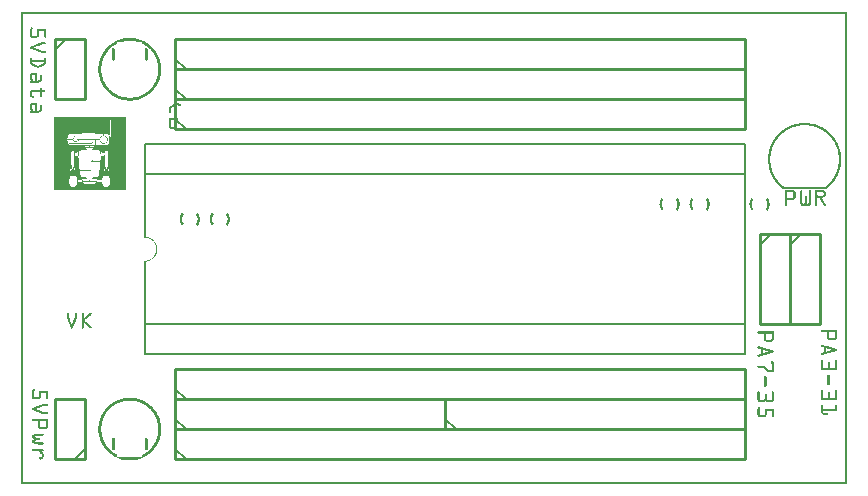
<source format=gto>
G04 MADE WITH FRITZING*
G04 WWW.FRITZING.ORG*
G04 DOUBLE SIDED*
G04 HOLES PLATED*
G04 CONTOUR ON CENTER OF CONTOUR VECTOR*
%ASAXBY*%
%FSLAX23Y23*%
%MOIN*%
%OFA0B0*%
%SFA1.0B1.0*%
%ADD10C,0.006000*%
%ADD11C,0.010000*%
%ADD12C,0.005000*%
%ADD13R,0.001000X0.001000*%
%LNSILK1*%
G90*
G70*
G54D10*
X2414Y1134D02*
X414Y1134D01*
D02*
X414Y434D02*
X2414Y434D01*
D02*
X2414Y1134D02*
X2414Y1034D01*
D02*
X414Y1134D02*
X414Y1034D01*
D02*
X414Y434D02*
X414Y534D01*
D02*
X414Y1034D02*
X414Y824D01*
D02*
X2414Y1034D02*
X2414Y534D01*
D02*
X414Y534D02*
X2414Y534D01*
D02*
X414Y534D02*
X414Y744D01*
D02*
X2414Y534D02*
X2414Y434D01*
D02*
X414Y1034D02*
X2414Y1034D01*
G54D11*
D02*
X2464Y834D02*
X2464Y534D01*
D02*
X2464Y534D02*
X2564Y534D01*
D02*
X2564Y534D02*
X2564Y834D01*
D02*
X2564Y834D02*
X2464Y834D01*
G54D12*
D02*
X2464Y799D02*
X2499Y834D01*
G54D11*
D02*
X2564Y834D02*
X2564Y534D01*
D02*
X2564Y534D02*
X2664Y534D01*
D02*
X2664Y534D02*
X2664Y834D01*
D02*
X2664Y834D02*
X2564Y834D01*
G54D12*
D02*
X2564Y799D02*
X2599Y834D01*
G54D11*
D02*
X514Y184D02*
X1414Y184D01*
D02*
X1414Y184D02*
X1414Y284D01*
D02*
X1414Y284D02*
X514Y284D01*
D02*
X514Y284D02*
X514Y184D01*
G54D12*
D02*
X549Y184D02*
X514Y219D01*
G54D11*
D02*
X514Y1284D02*
X2414Y1284D01*
D02*
X2414Y1284D02*
X2414Y1384D01*
D02*
X2414Y1384D02*
X514Y1384D01*
D02*
X514Y1384D02*
X514Y1284D01*
G54D12*
D02*
X549Y1284D02*
X514Y1319D01*
G54D11*
D02*
X514Y1384D02*
X2414Y1384D01*
D02*
X2414Y1384D02*
X2414Y1484D01*
D02*
X2414Y1484D02*
X514Y1484D01*
D02*
X514Y1484D02*
X514Y1384D01*
G54D12*
D02*
X549Y1384D02*
X514Y1419D01*
G54D11*
D02*
X1414Y184D02*
X2414Y184D01*
D02*
X2414Y184D02*
X2414Y284D01*
D02*
X2414Y284D02*
X1414Y284D01*
D02*
X1414Y284D02*
X1414Y184D01*
G54D12*
D02*
X1449Y184D02*
X1414Y219D01*
G54D11*
D02*
X514Y84D02*
X2414Y84D01*
D02*
X2414Y84D02*
X2414Y184D01*
D02*
X2414Y184D02*
X514Y184D01*
D02*
X514Y184D02*
X514Y84D01*
G54D12*
D02*
X549Y84D02*
X514Y119D01*
G54D11*
D02*
X514Y284D02*
X2414Y284D01*
D02*
X2414Y284D02*
X2414Y384D01*
D02*
X2414Y384D02*
X514Y384D01*
D02*
X514Y384D02*
X514Y284D01*
G54D12*
D02*
X549Y284D02*
X514Y319D01*
G54D11*
D02*
X514Y1184D02*
X2414Y1184D01*
D02*
X2414Y1184D02*
X2414Y1284D01*
D02*
X2414Y1284D02*
X514Y1284D01*
D02*
X514Y1284D02*
X514Y1184D01*
G54D12*
D02*
X549Y1184D02*
X514Y1219D01*
G54D11*
D02*
X214Y84D02*
X214Y284D01*
D02*
X214Y284D02*
X114Y284D01*
D02*
X114Y284D02*
X114Y84D01*
D02*
X114Y84D02*
X214Y84D01*
G54D12*
D02*
X214Y119D02*
X179Y84D01*
G54D11*
D02*
X114Y1484D02*
X114Y1284D01*
D02*
X114Y1284D02*
X214Y1284D01*
D02*
X214Y1284D02*
X214Y1484D01*
D02*
X214Y1484D02*
X114Y1484D01*
G54D12*
D02*
X114Y1449D02*
X149Y1484D01*
G36*
X273Y1167D02*
X273Y1167D01*
X273Y1167D01*
X273Y1167D01*
X272Y1167D01*
X272Y1167D01*
X272Y1167D01*
X272Y1167D01*
X272Y1167D01*
X272Y1167D01*
X272Y1167D01*
X272Y1167D01*
X272Y1167D01*
X272Y1167D01*
X272Y1167D01*
X272Y1167D01*
X272Y1167D01*
X272Y1167D01*
X272Y1167D01*
X272Y1166D01*
X272Y1166D01*
X272Y1166D01*
X272Y1166D01*
X272Y1166D01*
X272Y1166D01*
X272Y1166D01*
X272Y1166D01*
X272Y1165D01*
X272Y1165D01*
X272Y1165D01*
X272Y1165D01*
X272Y1165D01*
X272Y1165D01*
X272Y1165D01*
X272Y1165D01*
X272Y1165D01*
X272Y1165D01*
X272Y1165D01*
X272Y1165D01*
X272Y1165D01*
X272Y1165D01*
X272Y1165D01*
X273Y1165D01*
X273Y1165D01*
X273Y1165D01*
X273Y1165D01*
X273Y1165D01*
X273Y1165D01*
X274Y1165D01*
X274Y1165D01*
X274Y1165D01*
X274Y1165D01*
X274Y1165D01*
X274Y1165D01*
X274Y1165D01*
X274Y1165D01*
X274Y1165D01*
X274Y1165D01*
X274Y1165D01*
X274Y1165D01*
X274Y1165D01*
X274Y1165D01*
X274Y1165D01*
X274Y1165D01*
X274Y1165D01*
X274Y1166D01*
X274Y1166D01*
X274Y1166D01*
X274Y1166D01*
X274Y1166D01*
X274Y1166D01*
X274Y1166D01*
X274Y1166D01*
X274Y1167D01*
X274Y1167D01*
X274Y1167D01*
X274Y1167D01*
X274Y1167D01*
X274Y1167D01*
X274Y1167D01*
X274Y1167D01*
X274Y1167D01*
X274Y1167D01*
X274Y1167D01*
X274Y1167D01*
X274Y1167D01*
X274Y1167D01*
X274Y1167D01*
X274Y1167D01*
X274Y1167D01*
X273Y1167D01*
X273Y1167D01*
X273Y1167D01*
G37*
D02*
G36*
X278Y1167D02*
X278Y1167D01*
X278Y1167D01*
X278Y1167D01*
X278Y1167D01*
X278Y1167D01*
X278Y1167D01*
X278Y1167D01*
X278Y1167D01*
X278Y1167D01*
X278Y1167D01*
X278Y1167D01*
X278Y1167D01*
X278Y1167D01*
X278Y1167D01*
X278Y1167D01*
X278Y1167D01*
X278Y1167D01*
X278Y1167D01*
X278Y1166D01*
X277Y1166D01*
X277Y1166D01*
X277Y1166D01*
X277Y1166D01*
X277Y1166D01*
X277Y1165D01*
X278Y1165D01*
X278Y1165D01*
X278Y1165D01*
X278Y1165D01*
X278Y1165D01*
X278Y1165D01*
X278Y1165D01*
X278Y1165D01*
X278Y1165D01*
X278Y1165D01*
X278Y1165D01*
X278Y1165D01*
X278Y1165D01*
X278Y1165D01*
X278Y1165D01*
X278Y1165D01*
X278Y1165D01*
X278Y1165D01*
X278Y1165D01*
X278Y1165D01*
X279Y1165D01*
X279Y1165D01*
X279Y1165D01*
X279Y1165D01*
X279Y1165D01*
X279Y1165D01*
X279Y1165D01*
X279Y1165D01*
X280Y1165D01*
X280Y1165D01*
X280Y1165D01*
X280Y1165D01*
X280Y1165D01*
X280Y1165D01*
X280Y1165D01*
X280Y1165D01*
X280Y1165D01*
X280Y1165D01*
X280Y1165D01*
X280Y1166D01*
X280Y1166D01*
X280Y1166D01*
X280Y1166D01*
X280Y1166D01*
X280Y1166D01*
X280Y1166D01*
X280Y1166D01*
X280Y1167D01*
X280Y1167D01*
X280Y1167D01*
X280Y1167D01*
X280Y1167D01*
X280Y1167D01*
X280Y1167D01*
X280Y1167D01*
X280Y1167D01*
X280Y1167D01*
X280Y1167D01*
X279Y1167D01*
X279Y1167D01*
X279Y1167D01*
X279Y1167D01*
X279Y1167D01*
X279Y1167D01*
X279Y1167D01*
X279Y1167D01*
X278Y1167D01*
G37*
D02*
G36*
X178Y1161D02*
X178Y1161D01*
X178Y1161D01*
X178Y1161D01*
X178Y1161D01*
X178Y1161D01*
X178Y1161D01*
X178Y1161D01*
X178Y1161D01*
X178Y1161D01*
X178Y1161D01*
X178Y1161D01*
X177Y1161D01*
X177Y1161D01*
X177Y1161D01*
X177Y1161D01*
X177Y1161D01*
X177Y1161D01*
X177Y1161D01*
X177Y1160D01*
X177Y1160D01*
X177Y1160D01*
X177Y1160D01*
X177Y1160D01*
X177Y1160D01*
X177Y1160D01*
X177Y1160D01*
X177Y1159D01*
X177Y1159D01*
X177Y1159D01*
X177Y1159D01*
X177Y1159D01*
X177Y1159D01*
X177Y1159D01*
X178Y1159D01*
X178Y1159D01*
X178Y1159D01*
X178Y1159D01*
X178Y1159D01*
X178Y1159D01*
X178Y1159D01*
X178Y1159D01*
X178Y1159D01*
X178Y1159D01*
X178Y1159D01*
X178Y1159D01*
X179Y1159D01*
X179Y1159D01*
X179Y1159D01*
X179Y1159D01*
X179Y1159D01*
X179Y1159D01*
X179Y1159D01*
X179Y1159D01*
X179Y1159D01*
X179Y1159D01*
X179Y1159D01*
X179Y1159D01*
X179Y1159D01*
X179Y1159D01*
X179Y1159D01*
X179Y1159D01*
X179Y1159D01*
X179Y1159D01*
X180Y1159D01*
X180Y1160D01*
X180Y1160D01*
X180Y1160D01*
X180Y1160D01*
X180Y1160D01*
X180Y1160D01*
X180Y1160D01*
X180Y1160D01*
X180Y1161D01*
X179Y1161D01*
X179Y1161D01*
X179Y1161D01*
X179Y1161D01*
X179Y1161D01*
X179Y1161D01*
X179Y1161D01*
X179Y1161D01*
X179Y1161D01*
X179Y1161D01*
X179Y1161D01*
X179Y1161D01*
X179Y1161D01*
X179Y1161D01*
X179Y1161D01*
X179Y1161D01*
X179Y1161D01*
X179Y1161D01*
X178Y1161D01*
G37*
D02*
G36*
X184Y1161D02*
X184Y1161D01*
X183Y1161D01*
X183Y1161D01*
X183Y1161D01*
X183Y1161D01*
X183Y1161D01*
X183Y1161D01*
X183Y1161D01*
X183Y1161D01*
X183Y1161D01*
X183Y1161D01*
X183Y1161D01*
X183Y1161D01*
X183Y1161D01*
X183Y1161D01*
X183Y1161D01*
X183Y1161D01*
X183Y1161D01*
X183Y1160D01*
X183Y1160D01*
X183Y1160D01*
X183Y1160D01*
X183Y1160D01*
X183Y1160D01*
X183Y1159D01*
X183Y1159D01*
X183Y1159D01*
X183Y1159D01*
X183Y1159D01*
X183Y1159D01*
X183Y1159D01*
X183Y1159D01*
X183Y1159D01*
X183Y1159D01*
X183Y1159D01*
X183Y1159D01*
X183Y1159D01*
X183Y1159D01*
X183Y1159D01*
X184Y1159D01*
X184Y1159D01*
X184Y1159D01*
X184Y1159D01*
X184Y1159D01*
X184Y1159D01*
X184Y1159D01*
X184Y1159D01*
X185Y1159D01*
X185Y1159D01*
X185Y1159D01*
X185Y1159D01*
X185Y1159D01*
X185Y1159D01*
X185Y1159D01*
X185Y1159D01*
X185Y1159D01*
X185Y1159D01*
X185Y1159D01*
X185Y1159D01*
X185Y1159D01*
X185Y1159D01*
X185Y1159D01*
X185Y1160D01*
X185Y1160D01*
X185Y1160D01*
X185Y1160D01*
X185Y1160D01*
X185Y1160D01*
X185Y1160D01*
X185Y1160D01*
X185Y1161D01*
X185Y1161D01*
X185Y1161D01*
X185Y1161D01*
X185Y1161D01*
X185Y1161D01*
X185Y1161D01*
X185Y1161D01*
X185Y1161D01*
X185Y1161D01*
X185Y1161D01*
X185Y1161D01*
X185Y1161D01*
X185Y1161D01*
X185Y1161D01*
X184Y1161D01*
X184Y1161D01*
X184Y1161D01*
X184Y1161D01*
X184Y1161D01*
G37*
D02*
G36*
X109Y1224D02*
X109Y1215D01*
X299Y1215D01*
X299Y1214D01*
X299Y1214D01*
X299Y1214D01*
X299Y1214D01*
X299Y1214D01*
X299Y1214D01*
X299Y1214D01*
X300Y1214D01*
X300Y1214D01*
X300Y1214D01*
X300Y1214D01*
X300Y1214D01*
X300Y1214D01*
X300Y1214D01*
X300Y1214D01*
X300Y1214D01*
X300Y1214D01*
X300Y1214D01*
X300Y1214D01*
X300Y1214D01*
X300Y1214D01*
X300Y1214D01*
X300Y1214D01*
X300Y1214D01*
X300Y1213D01*
X300Y1213D01*
X300Y1213D01*
X300Y1213D01*
X300Y1213D01*
X300Y1213D01*
X300Y1212D01*
X300Y1212D01*
X300Y1212D01*
X300Y1212D01*
X300Y1212D01*
X300Y1212D01*
X300Y1212D01*
X300Y1212D01*
X300Y1212D01*
X300Y1212D01*
X300Y1211D01*
X300Y1211D01*
X300Y1211D01*
X300Y1211D01*
X300Y1211D01*
X300Y1211D01*
X300Y1211D01*
X300Y1211D01*
X300Y1211D01*
X300Y1211D01*
X300Y1211D01*
X300Y1211D01*
X300Y1211D01*
X299Y1211D01*
X299Y1211D01*
X299Y1211D01*
X299Y1209D01*
X299Y1209D01*
X299Y1205D01*
X299Y1205D01*
X299Y1202D01*
X299Y1202D01*
X299Y1200D01*
X300Y1200D01*
X300Y1198D01*
X300Y1198D01*
X300Y1195D01*
X300Y1195D01*
X300Y1193D01*
X300Y1193D01*
X300Y1191D01*
X300Y1191D01*
X300Y1189D01*
X300Y1189D01*
X300Y1187D01*
X300Y1187D01*
X300Y1185D01*
X300Y1185D01*
X300Y1183D01*
X300Y1183D01*
X300Y1181D01*
X300Y1181D01*
X300Y1179D01*
X300Y1179D01*
X300Y1177D01*
X300Y1177D01*
X300Y1175D01*
X300Y1175D01*
X300Y1174D01*
X300Y1174D01*
X300Y1172D01*
X300Y1172D01*
X300Y1170D01*
X301Y1170D01*
X301Y1169D01*
X301Y1169D01*
X301Y1167D01*
X301Y1167D01*
X301Y1165D01*
X301Y1165D01*
X301Y1165D01*
X301Y1165D01*
X301Y1165D01*
X301Y1165D01*
X301Y1165D01*
X301Y1165D01*
X301Y1165D01*
X301Y1165D01*
X301Y1165D01*
X301Y1165D01*
X301Y1165D01*
X301Y1165D01*
X301Y1165D01*
X301Y1165D01*
X301Y1165D01*
X301Y1165D01*
X301Y1164D01*
X301Y1164D01*
X301Y1164D01*
X301Y1164D01*
X301Y1164D01*
X301Y1164D01*
X301Y1164D01*
X302Y1164D01*
X302Y1164D01*
X302Y1164D01*
X302Y1164D01*
X302Y1164D01*
X302Y1164D01*
X302Y1164D01*
X302Y1162D01*
X302Y1162D01*
X302Y1162D01*
X302Y1162D01*
X302Y1162D01*
X302Y1162D01*
X302Y1162D01*
X301Y1162D01*
X301Y1162D01*
X301Y1162D01*
X301Y1161D01*
X301Y1161D01*
X301Y1161D01*
X301Y1161D01*
X301Y1161D01*
X301Y1161D01*
X301Y1161D01*
X301Y1161D01*
X301Y1161D01*
X301Y1161D01*
X301Y1161D01*
X301Y1161D01*
X301Y1161D01*
X301Y1161D01*
X301Y1161D01*
X301Y1161D01*
X301Y1161D01*
X301Y1161D01*
X301Y1161D01*
X301Y1161D01*
X301Y1161D01*
X301Y1161D01*
X301Y1161D01*
X301Y1161D01*
X301Y1160D01*
X300Y1160D01*
X300Y1160D01*
X300Y1160D01*
X300Y1160D01*
X300Y1160D01*
X300Y1160D01*
X300Y1160D01*
X300Y1160D01*
X300Y1160D01*
X300Y1160D01*
X300Y1160D01*
X300Y1160D01*
X299Y1160D01*
X299Y1160D01*
X349Y1160D01*
X349Y1224D01*
X109Y1224D01*
G37*
D02*
G36*
X109Y1215D02*
X109Y1171D01*
X226Y1171D01*
X226Y1171D01*
X233Y1171D01*
X233Y1171D01*
X238Y1171D01*
X238Y1171D01*
X243Y1171D01*
X243Y1171D01*
X248Y1171D01*
X248Y1170D01*
X252Y1170D01*
X252Y1170D01*
X255Y1170D01*
X255Y1170D01*
X259Y1170D01*
X259Y1170D01*
X262Y1170D01*
X262Y1170D01*
X264Y1170D01*
X264Y1170D01*
X267Y1170D01*
X267Y1170D01*
X269Y1170D01*
X269Y1170D01*
X271Y1170D01*
X271Y1170D01*
X273Y1170D01*
X273Y1170D01*
X275Y1170D01*
X275Y1170D01*
X278Y1170D01*
X278Y1170D01*
X279Y1170D01*
X279Y1170D01*
X280Y1170D01*
X280Y1170D01*
X281Y1170D01*
X281Y1169D01*
X282Y1169D01*
X282Y1169D01*
X283Y1169D01*
X283Y1169D01*
X284Y1169D01*
X284Y1169D01*
X284Y1169D01*
X284Y1169D01*
X285Y1169D01*
X285Y1169D01*
X286Y1169D01*
X286Y1169D01*
X286Y1169D01*
X286Y1169D01*
X287Y1169D01*
X287Y1169D01*
X287Y1169D01*
X287Y1169D01*
X288Y1169D01*
X288Y1169D01*
X288Y1169D01*
X288Y1169D01*
X288Y1169D01*
X288Y1169D01*
X289Y1169D01*
X289Y1169D01*
X289Y1169D01*
X289Y1168D01*
X289Y1168D01*
X289Y1168D01*
X290Y1168D01*
X290Y1168D01*
X290Y1168D01*
X290Y1168D01*
X290Y1168D01*
X290Y1168D01*
X291Y1168D01*
X291Y1168D01*
X291Y1168D01*
X291Y1168D01*
X291Y1168D01*
X291Y1168D01*
X291Y1168D01*
X291Y1168D01*
X291Y1168D01*
X291Y1168D01*
X292Y1168D01*
X292Y1168D01*
X292Y1168D01*
X292Y1168D01*
X292Y1168D01*
X292Y1168D01*
X292Y1168D01*
X292Y1168D01*
X292Y1168D01*
X292Y1168D01*
X292Y1168D01*
X292Y1167D01*
X292Y1167D01*
X292Y1167D01*
X292Y1167D01*
X292Y1167D01*
X293Y1167D01*
X293Y1167D01*
X293Y1167D01*
X293Y1167D01*
X293Y1167D01*
X293Y1167D01*
X293Y1167D01*
X293Y1167D01*
X293Y1167D01*
X293Y1167D01*
X293Y1167D01*
X293Y1167D01*
X293Y1167D01*
X293Y1167D01*
X293Y1167D01*
X293Y1167D01*
X293Y1167D01*
X293Y1167D01*
X293Y1167D01*
X293Y1166D01*
X293Y1166D01*
X293Y1166D01*
X293Y1166D01*
X293Y1166D01*
X293Y1166D01*
X293Y1166D01*
X293Y1166D01*
X293Y1166D01*
X293Y1166D01*
X293Y1166D01*
X294Y1166D01*
X294Y1165D01*
X294Y1165D01*
X294Y1165D01*
X294Y1165D01*
X294Y1165D01*
X294Y1165D01*
X294Y1165D01*
X294Y1165D01*
X294Y1165D01*
X294Y1165D01*
X294Y1165D01*
X295Y1165D01*
X295Y1165D01*
X295Y1165D01*
X295Y1165D01*
X295Y1165D01*
X295Y1165D01*
X296Y1165D01*
X296Y1165D01*
X296Y1165D01*
X296Y1165D01*
X297Y1165D01*
X297Y1165D01*
X297Y1165D01*
X297Y1165D01*
X297Y1165D01*
X297Y1165D01*
X297Y1165D01*
X297Y1165D01*
X297Y1165D01*
X297Y1165D01*
X297Y1165D01*
X297Y1165D01*
X297Y1165D01*
X297Y1165D01*
X297Y1165D01*
X297Y1165D01*
X297Y1165D01*
X297Y1166D01*
X297Y1166D01*
X297Y1169D01*
X297Y1169D01*
X297Y1171D01*
X297Y1171D01*
X297Y1174D01*
X297Y1174D01*
X297Y1179D01*
X297Y1179D01*
X297Y1187D01*
X298Y1187D01*
X298Y1195D01*
X298Y1195D01*
X298Y1204D01*
X298Y1204D01*
X298Y1209D01*
X298Y1209D01*
X298Y1211D01*
X297Y1211D01*
X297Y1211D01*
X297Y1211D01*
X297Y1211D01*
X297Y1211D01*
X297Y1211D01*
X297Y1211D01*
X297Y1211D01*
X297Y1211D01*
X297Y1211D01*
X297Y1211D01*
X297Y1211D01*
X297Y1211D01*
X297Y1212D01*
X297Y1212D01*
X297Y1212D01*
X297Y1212D01*
X297Y1212D01*
X297Y1212D01*
X297Y1212D01*
X297Y1212D01*
X297Y1212D01*
X297Y1212D01*
X297Y1213D01*
X297Y1213D01*
X297Y1213D01*
X297Y1213D01*
X297Y1213D01*
X297Y1213D01*
X297Y1214D01*
X297Y1214D01*
X297Y1214D01*
X297Y1214D01*
X297Y1214D01*
X297Y1214D01*
X297Y1214D01*
X297Y1214D01*
X297Y1214D01*
X297Y1214D01*
X297Y1214D01*
X297Y1214D01*
X297Y1214D01*
X297Y1214D01*
X297Y1214D01*
X297Y1214D01*
X297Y1214D01*
X298Y1214D01*
X298Y1214D01*
X298Y1214D01*
X298Y1214D01*
X298Y1214D01*
X298Y1214D01*
X298Y1214D01*
X298Y1215D01*
X109Y1215D01*
G37*
D02*
G36*
X109Y1171D02*
X109Y1170D01*
X180Y1170D01*
X180Y1157D01*
X180Y1157D01*
X180Y1157D01*
X180Y1157D01*
X180Y1157D01*
X179Y1157D01*
X179Y1157D01*
X179Y1157D01*
X179Y1157D01*
X179Y1157D01*
X179Y1157D01*
X179Y1157D01*
X179Y1157D01*
X178Y1157D01*
X178Y1157D01*
X178Y1157D01*
X178Y1157D01*
X178Y1157D01*
X178Y1156D01*
X178Y1156D01*
X178Y1156D01*
X178Y1156D01*
X178Y1156D01*
X178Y1156D01*
X178Y1156D01*
X178Y1156D01*
X178Y1156D01*
X177Y1156D01*
X177Y1156D01*
X177Y1156D01*
X177Y1156D01*
X177Y1156D01*
X177Y1156D01*
X177Y1156D01*
X177Y1156D01*
X177Y1156D01*
X177Y1156D01*
X177Y1156D01*
X177Y1156D01*
X177Y1156D01*
X177Y1156D01*
X177Y1156D01*
X177Y1156D01*
X177Y1156D01*
X177Y1156D01*
X182Y1156D01*
X182Y1156D01*
X182Y1156D01*
X182Y1155D01*
X183Y1155D01*
X183Y1155D01*
X183Y1155D01*
X183Y1155D01*
X183Y1155D01*
X183Y1155D01*
X183Y1155D01*
X183Y1155D01*
X183Y1155D01*
X183Y1155D01*
X184Y1155D01*
X184Y1155D01*
X184Y1155D01*
X184Y1155D01*
X184Y1155D01*
X184Y1155D01*
X184Y1155D01*
X184Y1155D01*
X184Y1155D01*
X184Y1155D01*
X184Y1155D01*
X184Y1155D01*
X184Y1155D01*
X184Y1155D01*
X184Y1155D01*
X184Y1155D01*
X185Y1155D01*
X185Y1155D01*
X185Y1155D01*
X185Y1154D01*
X185Y1154D01*
X185Y1154D01*
X185Y1154D01*
X185Y1154D01*
X185Y1154D01*
X185Y1154D01*
X185Y1154D01*
X185Y1154D01*
X185Y1154D01*
X185Y1154D01*
X185Y1154D01*
X185Y1154D01*
X185Y1154D01*
X185Y1154D01*
X185Y1154D01*
X185Y1154D01*
X185Y1154D01*
X185Y1154D01*
X185Y1154D01*
X185Y1154D01*
X186Y1154D01*
X186Y1154D01*
X186Y1154D01*
X186Y1154D01*
X186Y1154D01*
X186Y1154D01*
X186Y1154D01*
X186Y1154D01*
X186Y1154D01*
X186Y1153D01*
X186Y1153D01*
X186Y1153D01*
X186Y1153D01*
X186Y1153D01*
X186Y1153D01*
X186Y1153D01*
X186Y1153D01*
X186Y1153D01*
X186Y1153D01*
X186Y1153D01*
X186Y1153D01*
X186Y1153D01*
X186Y1153D01*
X186Y1153D01*
X186Y1153D01*
X186Y1153D01*
X186Y1153D01*
X186Y1152D01*
X186Y1152D01*
X186Y1152D01*
X187Y1152D01*
X187Y1152D01*
X187Y1152D01*
X187Y1152D01*
X187Y1152D01*
X187Y1152D01*
X187Y1152D01*
X187Y1152D01*
X187Y1152D01*
X187Y1152D01*
X187Y1152D01*
X187Y1151D01*
X187Y1151D01*
X187Y1151D01*
X187Y1151D01*
X187Y1151D01*
X187Y1151D01*
X187Y1151D01*
X189Y1151D01*
X189Y1151D01*
X189Y1151D01*
X189Y1151D01*
X189Y1151D01*
X189Y1151D01*
X188Y1151D01*
X188Y1152D01*
X188Y1152D01*
X188Y1152D01*
X188Y1152D01*
X188Y1152D01*
X188Y1152D01*
X188Y1152D01*
X188Y1152D01*
X188Y1152D01*
X188Y1152D01*
X188Y1153D01*
X188Y1153D01*
X188Y1153D01*
X188Y1153D01*
X188Y1153D01*
X188Y1153D01*
X188Y1153D01*
X188Y1153D01*
X188Y1153D01*
X188Y1153D01*
X188Y1153D01*
X188Y1153D01*
X188Y1153D01*
X188Y1153D01*
X188Y1154D01*
X188Y1154D01*
X188Y1154D01*
X188Y1154D01*
X188Y1154D01*
X187Y1154D01*
X187Y1154D01*
X187Y1154D01*
X187Y1154D01*
X187Y1154D01*
X187Y1154D01*
X187Y1154D01*
X187Y1154D01*
X187Y1154D01*
X187Y1154D01*
X187Y1154D01*
X187Y1154D01*
X187Y1154D01*
X187Y1154D01*
X187Y1154D01*
X187Y1154D01*
X187Y1154D01*
X187Y1155D01*
X187Y1155D01*
X187Y1155D01*
X187Y1155D01*
X187Y1155D01*
X187Y1155D01*
X187Y1155D01*
X187Y1155D01*
X187Y1155D01*
X187Y1155D01*
X187Y1155D01*
X187Y1155D01*
X187Y1155D01*
X186Y1155D01*
X186Y1155D01*
X186Y1155D01*
X186Y1155D01*
X186Y1155D01*
X186Y1155D01*
X186Y1155D01*
X186Y1155D01*
X186Y1155D01*
X186Y1155D01*
X186Y1155D01*
X186Y1155D01*
X186Y1155D01*
X186Y1155D01*
X186Y1155D01*
X186Y1156D01*
X186Y1156D01*
X186Y1156D01*
X186Y1156D01*
X186Y1156D01*
X186Y1156D01*
X186Y1156D01*
X186Y1156D01*
X186Y1156D01*
X186Y1156D01*
X186Y1156D01*
X185Y1156D01*
X185Y1156D01*
X185Y1156D01*
X185Y1156D01*
X185Y1156D01*
X185Y1156D01*
X185Y1156D01*
X185Y1156D01*
X185Y1156D01*
X185Y1156D01*
X185Y1156D01*
X185Y1156D01*
X185Y1156D01*
X185Y1156D01*
X185Y1156D01*
X185Y1156D01*
X184Y1156D01*
X184Y1156D01*
X184Y1156D01*
X184Y1157D01*
X184Y1157D01*
X184Y1157D01*
X184Y1157D01*
X184Y1157D01*
X184Y1157D01*
X184Y1157D01*
X184Y1157D01*
X184Y1157D01*
X183Y1157D01*
X183Y1157D01*
X183Y1157D01*
X183Y1157D01*
X183Y1157D01*
X183Y1157D01*
X183Y1157D01*
X183Y1157D01*
X182Y1157D01*
X182Y1170D01*
X184Y1170D01*
X184Y1170D01*
X186Y1170D01*
X186Y1170D01*
X189Y1170D01*
X189Y1170D01*
X192Y1170D01*
X192Y1170D01*
X196Y1170D01*
X196Y1170D01*
X199Y1170D01*
X199Y1170D01*
X203Y1170D01*
X203Y1171D01*
X208Y1171D01*
X208Y1171D01*
X212Y1171D01*
X212Y1171D01*
X218Y1171D01*
X218Y1171D01*
X225Y1171D01*
X225Y1171D01*
X109Y1171D01*
G37*
D02*
G36*
X109Y1170D02*
X109Y1151D01*
X155Y1151D01*
X155Y1151D01*
X155Y1151D01*
X155Y1153D01*
X155Y1153D01*
X155Y1154D01*
X155Y1154D01*
X155Y1155D01*
X156Y1155D01*
X156Y1156D01*
X156Y1156D01*
X156Y1157D01*
X156Y1157D01*
X156Y1157D01*
X156Y1157D01*
X156Y1158D01*
X156Y1158D01*
X156Y1159D01*
X156Y1159D01*
X156Y1159D01*
X156Y1159D01*
X156Y1160D01*
X156Y1160D01*
X156Y1160D01*
X156Y1160D01*
X156Y1161D01*
X156Y1161D01*
X156Y1161D01*
X156Y1161D01*
X156Y1162D01*
X156Y1162D01*
X156Y1162D01*
X156Y1162D01*
X156Y1162D01*
X156Y1162D01*
X156Y1163D01*
X156Y1163D01*
X156Y1163D01*
X157Y1163D01*
X157Y1163D01*
X157Y1163D01*
X157Y1164D01*
X157Y1164D01*
X157Y1164D01*
X157Y1164D01*
X157Y1164D01*
X157Y1164D01*
X157Y1164D01*
X157Y1164D01*
X157Y1165D01*
X157Y1165D01*
X157Y1165D01*
X157Y1165D01*
X157Y1165D01*
X157Y1165D01*
X157Y1165D01*
X157Y1165D01*
X157Y1166D01*
X157Y1166D01*
X157Y1166D01*
X157Y1166D01*
X157Y1166D01*
X157Y1166D01*
X157Y1166D01*
X157Y1166D01*
X157Y1166D01*
X158Y1166D01*
X158Y1166D01*
X158Y1166D01*
X158Y1166D01*
X158Y1166D01*
X158Y1167D01*
X158Y1167D01*
X158Y1167D01*
X158Y1167D01*
X158Y1167D01*
X158Y1167D01*
X158Y1167D01*
X158Y1167D01*
X158Y1167D01*
X158Y1167D01*
X158Y1167D01*
X158Y1167D01*
X158Y1167D01*
X158Y1167D01*
X158Y1167D01*
X158Y1167D01*
X158Y1167D01*
X158Y1167D01*
X158Y1167D01*
X158Y1167D01*
X158Y1167D01*
X158Y1167D01*
X158Y1167D01*
X159Y1167D01*
X159Y1168D01*
X159Y1168D01*
X159Y1168D01*
X159Y1168D01*
X159Y1168D01*
X159Y1168D01*
X159Y1168D01*
X159Y1168D01*
X159Y1168D01*
X159Y1168D01*
X159Y1168D01*
X159Y1168D01*
X159Y1168D01*
X160Y1168D01*
X160Y1168D01*
X160Y1168D01*
X160Y1168D01*
X160Y1168D01*
X160Y1168D01*
X160Y1168D01*
X160Y1168D01*
X160Y1168D01*
X160Y1168D01*
X161Y1168D01*
X161Y1168D01*
X161Y1168D01*
X161Y1168D01*
X161Y1168D01*
X161Y1168D01*
X162Y1168D01*
X162Y1169D01*
X162Y1169D01*
X162Y1169D01*
X162Y1169D01*
X162Y1169D01*
X163Y1169D01*
X163Y1169D01*
X163Y1169D01*
X163Y1169D01*
X164Y1169D01*
X164Y1169D01*
X164Y1169D01*
X164Y1169D01*
X165Y1169D01*
X165Y1169D01*
X165Y1169D01*
X165Y1169D01*
X166Y1169D01*
X166Y1169D01*
X166Y1169D01*
X166Y1169D01*
X167Y1169D01*
X167Y1169D01*
X168Y1169D01*
X168Y1169D01*
X169Y1169D01*
X169Y1169D01*
X170Y1169D01*
X170Y1170D01*
X171Y1170D01*
X171Y1170D01*
X172Y1170D01*
X172Y1170D01*
X173Y1170D01*
X173Y1170D01*
X174Y1170D01*
X174Y1170D01*
X176Y1170D01*
X176Y1170D01*
X177Y1170D01*
X177Y1170D01*
X179Y1170D01*
X179Y1170D01*
X109Y1170D01*
G37*
D02*
G36*
X275Y1170D02*
X275Y1163D01*
X274Y1163D01*
X274Y1163D01*
X274Y1163D01*
X274Y1163D01*
X273Y1163D01*
X273Y1163D01*
X273Y1163D01*
X273Y1163D01*
X273Y1163D01*
X273Y1163D01*
X273Y1163D01*
X273Y1163D01*
X272Y1163D01*
X272Y1163D01*
X272Y1163D01*
X272Y1163D01*
X272Y1163D01*
X272Y1162D01*
X272Y1162D01*
X272Y1162D01*
X271Y1162D01*
X271Y1162D01*
X271Y1162D01*
X271Y1162D01*
X271Y1162D01*
X271Y1162D01*
X271Y1162D01*
X271Y1162D01*
X271Y1162D01*
X271Y1162D01*
X271Y1162D01*
X271Y1162D01*
X270Y1162D01*
X270Y1162D01*
X270Y1162D01*
X270Y1162D01*
X270Y1162D01*
X270Y1162D01*
X270Y1162D01*
X270Y1162D01*
X270Y1162D01*
X270Y1162D01*
X270Y1162D01*
X270Y1162D01*
X270Y1162D01*
X270Y1162D01*
X269Y1162D01*
X269Y1161D01*
X269Y1161D01*
X269Y1161D01*
X269Y1161D01*
X269Y1161D01*
X277Y1161D01*
X277Y1161D01*
X278Y1161D01*
X278Y1161D01*
X278Y1161D01*
X278Y1161D01*
X278Y1161D01*
X278Y1161D01*
X279Y1161D01*
X279Y1161D01*
X279Y1161D01*
X279Y1161D01*
X279Y1161D01*
X279Y1161D01*
X279Y1161D01*
X279Y1161D01*
X280Y1161D01*
X280Y1161D01*
X280Y1161D01*
X280Y1161D01*
X280Y1161D01*
X280Y1161D01*
X280Y1161D01*
X280Y1160D01*
X280Y1160D01*
X280Y1160D01*
X281Y1160D01*
X281Y1160D01*
X281Y1160D01*
X281Y1160D01*
X281Y1160D01*
X281Y1160D01*
X281Y1160D01*
X281Y1160D01*
X281Y1160D01*
X281Y1160D01*
X281Y1160D01*
X281Y1160D01*
X281Y1160D01*
X281Y1160D01*
X281Y1160D01*
X281Y1160D01*
X282Y1160D01*
X282Y1160D01*
X282Y1160D01*
X282Y1160D01*
X282Y1160D01*
X282Y1160D01*
X282Y1160D01*
X282Y1160D01*
X282Y1160D01*
X282Y1160D01*
X282Y1160D01*
X282Y1159D01*
X282Y1159D01*
X282Y1159D01*
X282Y1159D01*
X282Y1159D01*
X282Y1159D01*
X282Y1159D01*
X283Y1159D01*
X283Y1159D01*
X283Y1159D01*
X283Y1159D01*
X283Y1159D01*
X283Y1159D01*
X283Y1159D01*
X283Y1159D01*
X283Y1159D01*
X283Y1159D01*
X283Y1159D01*
X283Y1159D01*
X283Y1159D01*
X283Y1159D01*
X283Y1159D01*
X283Y1159D01*
X283Y1159D01*
X283Y1159D01*
X283Y1159D01*
X283Y1159D01*
X283Y1159D01*
X283Y1159D01*
X284Y1159D01*
X284Y1158D01*
X284Y1158D01*
X284Y1158D01*
X284Y1158D01*
X284Y1158D01*
X284Y1158D01*
X284Y1158D01*
X284Y1158D01*
X284Y1158D01*
X284Y1158D01*
X284Y1158D01*
X284Y1158D01*
X284Y1158D01*
X284Y1158D01*
X284Y1158D01*
X284Y1158D01*
X284Y1158D01*
X284Y1158D01*
X284Y1158D01*
X284Y1158D01*
X284Y1158D01*
X284Y1158D01*
X284Y1158D01*
X284Y1158D01*
X284Y1158D01*
X284Y1158D01*
X284Y1158D01*
X285Y1158D01*
X285Y1158D01*
X285Y1158D01*
X285Y1157D01*
X285Y1157D01*
X285Y1157D01*
X285Y1157D01*
X285Y1157D01*
X285Y1157D01*
X285Y1157D01*
X285Y1157D01*
X285Y1157D01*
X285Y1157D01*
X285Y1157D01*
X285Y1157D01*
X285Y1157D01*
X285Y1157D01*
X285Y1157D01*
X285Y1157D01*
X285Y1157D01*
X285Y1157D01*
X285Y1157D01*
X285Y1157D01*
X285Y1157D01*
X285Y1157D01*
X285Y1156D01*
X285Y1156D01*
X285Y1156D01*
X285Y1156D01*
X285Y1156D01*
X286Y1156D01*
X286Y1156D01*
X286Y1156D01*
X286Y1156D01*
X286Y1156D01*
X286Y1156D01*
X286Y1156D01*
X286Y1156D01*
X286Y1156D01*
X286Y1156D01*
X286Y1156D01*
X286Y1156D01*
X286Y1156D01*
X286Y1156D01*
X286Y1156D01*
X286Y1155D01*
X286Y1155D01*
X286Y1155D01*
X286Y1155D01*
X286Y1155D01*
X286Y1155D01*
X286Y1155D01*
X286Y1155D01*
X286Y1155D01*
X286Y1155D01*
X286Y1155D01*
X286Y1155D01*
X286Y1155D01*
X286Y1155D01*
X286Y1155D01*
X287Y1155D01*
X287Y1154D01*
X287Y1154D01*
X287Y1154D01*
X287Y1154D01*
X287Y1154D01*
X287Y1154D01*
X287Y1154D01*
X287Y1154D01*
X287Y1154D01*
X287Y1154D01*
X287Y1154D01*
X287Y1154D01*
X287Y1153D01*
X287Y1153D01*
X287Y1153D01*
X287Y1153D01*
X287Y1153D01*
X287Y1153D01*
X287Y1153D01*
X287Y1153D01*
X287Y1152D01*
X287Y1152D01*
X287Y1152D01*
X287Y1152D01*
X287Y1152D01*
X287Y1152D01*
X287Y1151D01*
X288Y1151D01*
X288Y1151D01*
X288Y1151D01*
X288Y1149D01*
X288Y1149D01*
X288Y1148D01*
X287Y1148D01*
X287Y1148D01*
X287Y1148D01*
X287Y1147D01*
X287Y1147D01*
X287Y1147D01*
X287Y1147D01*
X287Y1147D01*
X287Y1147D01*
X287Y1146D01*
X287Y1146D01*
X287Y1146D01*
X287Y1146D01*
X287Y1146D01*
X287Y1146D01*
X287Y1146D01*
X287Y1146D01*
X287Y1146D01*
X287Y1146D01*
X287Y1145D01*
X287Y1145D01*
X287Y1145D01*
X287Y1145D01*
X287Y1145D01*
X287Y1145D01*
X287Y1145D01*
X287Y1145D01*
X287Y1145D01*
X286Y1145D01*
X286Y1145D01*
X286Y1145D01*
X286Y1144D01*
X286Y1144D01*
X286Y1144D01*
X286Y1144D01*
X286Y1144D01*
X286Y1144D01*
X286Y1144D01*
X286Y1144D01*
X286Y1144D01*
X286Y1144D01*
X286Y1144D01*
X286Y1144D01*
X286Y1144D01*
X286Y1144D01*
X286Y1144D01*
X286Y1144D01*
X286Y1143D01*
X286Y1143D01*
X286Y1143D01*
X286Y1143D01*
X286Y1143D01*
X286Y1143D01*
X286Y1143D01*
X286Y1143D01*
X286Y1143D01*
X286Y1143D01*
X286Y1143D01*
X285Y1143D01*
X285Y1143D01*
X285Y1143D01*
X285Y1143D01*
X285Y1143D01*
X285Y1143D01*
X285Y1143D01*
X285Y1143D01*
X285Y1143D01*
X285Y1143D01*
X285Y1143D01*
X285Y1142D01*
X285Y1142D01*
X285Y1142D01*
X285Y1142D01*
X285Y1142D01*
X285Y1142D01*
X285Y1142D01*
X285Y1142D01*
X285Y1142D01*
X285Y1142D01*
X285Y1142D01*
X285Y1142D01*
X285Y1142D01*
X285Y1142D01*
X285Y1142D01*
X285Y1142D01*
X285Y1142D01*
X285Y1142D01*
X285Y1142D01*
X284Y1142D01*
X284Y1142D01*
X284Y1142D01*
X284Y1142D01*
X284Y1142D01*
X284Y1142D01*
X284Y1142D01*
X284Y1141D01*
X284Y1141D01*
X284Y1141D01*
X284Y1141D01*
X284Y1141D01*
X284Y1141D01*
X284Y1141D01*
X284Y1141D01*
X284Y1141D01*
X284Y1141D01*
X284Y1141D01*
X284Y1141D01*
X284Y1141D01*
X284Y1141D01*
X284Y1141D01*
X284Y1141D01*
X284Y1141D01*
X284Y1141D01*
X284Y1141D01*
X284Y1141D01*
X284Y1141D01*
X283Y1141D01*
X283Y1141D01*
X283Y1141D01*
X283Y1141D01*
X283Y1141D01*
X283Y1141D01*
X283Y1141D01*
X283Y1140D01*
X283Y1140D01*
X283Y1140D01*
X283Y1140D01*
X283Y1140D01*
X283Y1140D01*
X283Y1140D01*
X283Y1140D01*
X283Y1140D01*
X283Y1140D01*
X283Y1140D01*
X283Y1140D01*
X283Y1140D01*
X283Y1140D01*
X283Y1140D01*
X282Y1140D01*
X282Y1140D01*
X282Y1140D01*
X282Y1140D01*
X282Y1140D01*
X282Y1140D01*
X282Y1140D01*
X282Y1140D01*
X282Y1140D01*
X282Y1140D01*
X282Y1140D01*
X282Y1140D01*
X282Y1140D01*
X282Y1140D01*
X282Y1140D01*
X282Y1139D01*
X282Y1139D01*
X282Y1139D01*
X281Y1139D01*
X281Y1139D01*
X281Y1139D01*
X281Y1139D01*
X281Y1139D01*
X281Y1139D01*
X281Y1139D01*
X281Y1139D01*
X281Y1139D01*
X281Y1139D01*
X281Y1139D01*
X281Y1139D01*
X281Y1139D01*
X281Y1139D01*
X281Y1139D01*
X281Y1139D01*
X280Y1139D01*
X280Y1139D01*
X280Y1139D01*
X280Y1139D01*
X280Y1139D01*
X280Y1139D01*
X280Y1139D01*
X280Y1139D01*
X280Y1139D01*
X280Y1139D01*
X279Y1139D01*
X279Y1138D01*
X279Y1138D01*
X279Y1138D01*
X279Y1138D01*
X279Y1138D01*
X279Y1138D01*
X279Y1138D01*
X278Y1138D01*
X278Y1138D01*
X278Y1138D01*
X278Y1138D01*
X278Y1138D01*
X278Y1138D01*
X277Y1138D01*
X277Y1138D01*
X276Y1138D01*
X276Y1138D01*
X283Y1138D01*
X283Y1138D01*
X283Y1138D01*
X283Y1138D01*
X283Y1138D01*
X283Y1138D01*
X283Y1138D01*
X283Y1138D01*
X283Y1138D01*
X283Y1138D01*
X283Y1138D01*
X283Y1138D01*
X283Y1138D01*
X283Y1138D01*
X283Y1138D01*
X283Y1138D01*
X283Y1138D01*
X283Y1139D01*
X284Y1139D01*
X284Y1139D01*
X284Y1139D01*
X284Y1139D01*
X284Y1139D01*
X284Y1139D01*
X284Y1139D01*
X284Y1139D01*
X284Y1139D01*
X284Y1139D01*
X284Y1139D01*
X284Y1139D01*
X284Y1139D01*
X284Y1139D01*
X284Y1139D01*
X284Y1139D01*
X284Y1139D01*
X284Y1139D01*
X284Y1139D01*
X284Y1139D01*
X284Y1139D01*
X284Y1139D01*
X285Y1139D01*
X285Y1139D01*
X285Y1139D01*
X285Y1139D01*
X285Y1139D01*
X285Y1139D01*
X285Y1139D01*
X285Y1140D01*
X285Y1140D01*
X285Y1140D01*
X285Y1140D01*
X285Y1140D01*
X285Y1140D01*
X285Y1140D01*
X285Y1140D01*
X285Y1140D01*
X285Y1140D01*
X285Y1140D01*
X285Y1140D01*
X285Y1140D01*
X285Y1140D01*
X285Y1140D01*
X285Y1140D01*
X285Y1140D01*
X285Y1140D01*
X285Y1140D01*
X285Y1140D01*
X285Y1140D01*
X286Y1140D01*
X286Y1140D01*
X286Y1140D01*
X286Y1140D01*
X286Y1140D01*
X286Y1140D01*
X286Y1140D01*
X286Y1140D01*
X286Y1140D01*
X286Y1141D01*
X286Y1141D01*
X286Y1141D01*
X286Y1141D01*
X286Y1141D01*
X286Y1141D01*
X286Y1141D01*
X286Y1141D01*
X286Y1141D01*
X286Y1141D01*
X286Y1141D01*
X286Y1141D01*
X286Y1141D01*
X286Y1141D01*
X286Y1141D01*
X286Y1141D01*
X286Y1141D01*
X286Y1141D01*
X286Y1141D01*
X286Y1141D01*
X286Y1141D01*
X287Y1141D01*
X287Y1141D01*
X287Y1141D01*
X287Y1142D01*
X287Y1142D01*
X287Y1142D01*
X287Y1142D01*
X287Y1142D01*
X287Y1142D01*
X287Y1142D01*
X287Y1142D01*
X287Y1142D01*
X287Y1142D01*
X287Y1142D01*
X287Y1142D01*
X287Y1142D01*
X287Y1142D01*
X287Y1142D01*
X287Y1142D01*
X287Y1142D01*
X287Y1142D01*
X287Y1142D01*
X287Y1142D01*
X287Y1143D01*
X287Y1143D01*
X287Y1143D01*
X287Y1143D01*
X287Y1143D01*
X288Y1143D01*
X288Y1143D01*
X288Y1143D01*
X288Y1143D01*
X288Y1143D01*
X288Y1143D01*
X288Y1143D01*
X288Y1143D01*
X288Y1143D01*
X288Y1143D01*
X288Y1143D01*
X288Y1144D01*
X288Y1144D01*
X288Y1144D01*
X288Y1144D01*
X288Y1144D01*
X288Y1144D01*
X288Y1144D01*
X288Y1144D01*
X288Y1144D01*
X288Y1144D01*
X288Y1144D01*
X288Y1144D01*
X288Y1144D01*
X288Y1144D01*
X288Y1145D01*
X288Y1145D01*
X288Y1145D01*
X288Y1145D01*
X288Y1145D01*
X289Y1145D01*
X289Y1145D01*
X289Y1145D01*
X289Y1145D01*
X289Y1145D01*
X289Y1145D01*
X289Y1145D01*
X289Y1146D01*
X289Y1146D01*
X289Y1146D01*
X289Y1146D01*
X289Y1146D01*
X289Y1146D01*
X289Y1146D01*
X289Y1146D01*
X289Y1147D01*
X289Y1147D01*
X289Y1147D01*
X289Y1147D01*
X289Y1147D01*
X289Y1147D01*
X289Y1148D01*
X289Y1148D01*
X289Y1148D01*
X289Y1148D01*
X289Y1151D01*
X289Y1151D01*
X289Y1151D01*
X289Y1151D01*
X289Y1152D01*
X289Y1152D01*
X289Y1152D01*
X289Y1152D01*
X289Y1153D01*
X289Y1153D01*
X289Y1153D01*
X289Y1153D01*
X289Y1153D01*
X289Y1153D01*
X289Y1153D01*
X289Y1153D01*
X289Y1154D01*
X289Y1154D01*
X289Y1154D01*
X289Y1154D01*
X289Y1154D01*
X289Y1154D01*
X289Y1154D01*
X289Y1154D01*
X289Y1154D01*
X288Y1154D01*
X288Y1155D01*
X288Y1155D01*
X288Y1155D01*
X288Y1155D01*
X288Y1155D01*
X288Y1155D01*
X288Y1155D01*
X288Y1155D01*
X288Y1155D01*
X288Y1155D01*
X288Y1155D01*
X288Y1155D01*
X288Y1155D01*
X288Y1155D01*
X288Y1156D01*
X288Y1156D01*
X288Y1156D01*
X288Y1156D01*
X288Y1156D01*
X288Y1156D01*
X288Y1156D01*
X288Y1156D01*
X288Y1156D01*
X288Y1156D01*
X288Y1156D01*
X288Y1156D01*
X288Y1156D01*
X288Y1156D01*
X288Y1156D01*
X287Y1156D01*
X287Y1157D01*
X287Y1157D01*
X287Y1157D01*
X287Y1157D01*
X287Y1157D01*
X287Y1157D01*
X287Y1157D01*
X287Y1157D01*
X287Y1157D01*
X287Y1157D01*
X287Y1157D01*
X287Y1157D01*
X287Y1157D01*
X287Y1157D01*
X287Y1157D01*
X287Y1157D01*
X287Y1157D01*
X287Y1157D01*
X287Y1158D01*
X287Y1158D01*
X287Y1158D01*
X287Y1158D01*
X287Y1158D01*
X287Y1158D01*
X287Y1158D01*
X287Y1158D01*
X287Y1158D01*
X286Y1158D01*
X286Y1158D01*
X286Y1158D01*
X286Y1158D01*
X286Y1158D01*
X286Y1158D01*
X286Y1158D01*
X286Y1158D01*
X286Y1158D01*
X286Y1158D01*
X286Y1158D01*
X286Y1158D01*
X286Y1158D01*
X286Y1158D01*
X286Y1158D01*
X286Y1159D01*
X286Y1159D01*
X286Y1159D01*
X286Y1159D01*
X286Y1159D01*
X286Y1159D01*
X286Y1159D01*
X286Y1159D01*
X286Y1159D01*
X286Y1159D01*
X286Y1159D01*
X286Y1159D01*
X286Y1159D01*
X286Y1159D01*
X286Y1159D01*
X285Y1159D01*
X285Y1159D01*
X285Y1159D01*
X285Y1159D01*
X285Y1159D01*
X285Y1159D01*
X285Y1159D01*
X285Y1159D01*
X285Y1159D01*
X285Y1159D01*
X285Y1159D01*
X285Y1159D01*
X285Y1159D01*
X285Y1160D01*
X285Y1160D01*
X285Y1160D01*
X285Y1160D01*
X285Y1160D01*
X285Y1160D01*
X285Y1160D01*
X285Y1160D01*
X285Y1160D01*
X285Y1160D01*
X285Y1160D01*
X285Y1160D01*
X285Y1160D01*
X285Y1160D01*
X285Y1160D01*
X284Y1160D01*
X284Y1160D01*
X284Y1160D01*
X284Y1160D01*
X284Y1160D01*
X284Y1160D01*
X284Y1160D01*
X284Y1160D01*
X284Y1160D01*
X284Y1160D01*
X284Y1160D01*
X284Y1160D01*
X284Y1160D01*
X284Y1160D01*
X284Y1160D01*
X284Y1161D01*
X284Y1161D01*
X284Y1161D01*
X284Y1161D01*
X284Y1161D01*
X284Y1161D01*
X284Y1161D01*
X283Y1161D01*
X283Y1161D01*
X283Y1161D01*
X283Y1161D01*
X283Y1161D01*
X283Y1161D01*
X283Y1161D01*
X283Y1161D01*
X283Y1161D01*
X283Y1161D01*
X283Y1161D01*
X283Y1161D01*
X283Y1161D01*
X283Y1161D01*
X283Y1161D01*
X283Y1161D01*
X283Y1161D01*
X283Y1161D01*
X282Y1161D01*
X282Y1161D01*
X282Y1161D01*
X282Y1162D01*
X282Y1162D01*
X282Y1162D01*
X282Y1162D01*
X282Y1162D01*
X282Y1162D01*
X282Y1162D01*
X282Y1162D01*
X282Y1162D01*
X282Y1162D01*
X282Y1162D01*
X281Y1162D01*
X281Y1162D01*
X281Y1162D01*
X281Y1162D01*
X281Y1162D01*
X281Y1162D01*
X281Y1162D01*
X281Y1162D01*
X281Y1162D01*
X281Y1162D01*
X281Y1162D01*
X281Y1162D01*
X281Y1162D01*
X281Y1162D01*
X280Y1162D01*
X280Y1162D01*
X280Y1162D01*
X280Y1162D01*
X280Y1162D01*
X280Y1163D01*
X280Y1163D01*
X280Y1163D01*
X279Y1163D01*
X279Y1163D01*
X279Y1163D01*
X279Y1163D01*
X279Y1163D01*
X279Y1163D01*
X279Y1163D01*
X279Y1163D01*
X278Y1163D01*
X278Y1163D01*
X278Y1163D01*
X278Y1163D01*
X277Y1163D01*
X277Y1163D01*
X277Y1163D01*
X277Y1170D01*
X275Y1170D01*
G37*
D02*
G36*
X269Y1161D02*
X269Y1161D01*
X269Y1161D01*
X269Y1161D01*
X269Y1161D01*
X269Y1161D01*
X269Y1161D01*
X269Y1161D01*
X269Y1161D01*
X269Y1161D01*
X269Y1161D01*
X269Y1161D01*
X268Y1161D01*
X268Y1161D01*
X268Y1161D01*
X268Y1161D01*
X268Y1161D01*
X268Y1161D01*
X268Y1161D01*
X268Y1161D01*
X268Y1161D01*
X268Y1161D01*
X268Y1161D01*
X268Y1160D01*
X268Y1160D01*
X268Y1160D01*
X268Y1160D01*
X268Y1160D01*
X268Y1160D01*
X268Y1160D01*
X268Y1160D01*
X268Y1160D01*
X268Y1160D01*
X268Y1160D01*
X267Y1160D01*
X267Y1160D01*
X267Y1160D01*
X267Y1160D01*
X267Y1160D01*
X267Y1160D01*
X267Y1160D01*
X267Y1160D01*
X267Y1160D01*
X267Y1160D01*
X267Y1160D01*
X267Y1160D01*
X267Y1160D01*
X267Y1160D01*
X267Y1160D01*
X267Y1160D01*
X267Y1160D01*
X267Y1160D01*
X267Y1160D01*
X267Y1159D01*
X267Y1159D01*
X267Y1159D01*
X267Y1159D01*
X267Y1159D01*
X266Y1159D01*
X266Y1159D01*
X266Y1159D01*
X266Y1159D01*
X266Y1159D01*
X266Y1159D01*
X266Y1159D01*
X266Y1159D01*
X266Y1159D01*
X266Y1159D01*
X266Y1159D01*
X266Y1159D01*
X266Y1159D01*
X266Y1159D01*
X266Y1159D01*
X266Y1159D01*
X266Y1159D01*
X266Y1159D01*
X266Y1159D01*
X266Y1159D01*
X266Y1159D01*
X266Y1159D01*
X266Y1159D01*
X266Y1158D01*
X266Y1158D01*
X266Y1158D01*
X266Y1158D01*
X266Y1158D01*
X266Y1158D01*
X266Y1158D01*
X265Y1158D01*
X265Y1158D01*
X265Y1158D01*
X265Y1158D01*
X265Y1158D01*
X265Y1158D01*
X265Y1158D01*
X265Y1158D01*
X265Y1158D01*
X265Y1158D01*
X265Y1158D01*
X265Y1158D01*
X265Y1158D01*
X265Y1158D01*
X265Y1158D01*
X265Y1158D01*
X265Y1158D01*
X265Y1157D01*
X265Y1157D01*
X265Y1157D01*
X265Y1157D01*
X265Y1157D01*
X265Y1157D01*
X265Y1157D01*
X265Y1157D01*
X265Y1157D01*
X265Y1157D01*
X265Y1157D01*
X265Y1157D01*
X265Y1157D01*
X264Y1157D01*
X264Y1157D01*
X264Y1157D01*
X264Y1157D01*
X264Y1157D01*
X264Y1156D01*
X264Y1156D01*
X264Y1156D01*
X264Y1156D01*
X264Y1156D01*
X264Y1156D01*
X264Y1156D01*
X264Y1156D01*
X264Y1156D01*
X264Y1156D01*
X264Y1156D01*
X264Y1156D01*
X264Y1156D01*
X264Y1156D01*
X264Y1156D01*
X264Y1156D01*
X264Y1155D01*
X264Y1155D01*
X264Y1155D01*
X264Y1155D01*
X264Y1155D01*
X264Y1155D01*
X264Y1155D01*
X264Y1155D01*
X264Y1155D01*
X263Y1155D01*
X263Y1155D01*
X263Y1155D01*
X263Y1155D01*
X263Y1155D01*
X263Y1154D01*
X263Y1154D01*
X263Y1154D01*
X263Y1154D01*
X263Y1154D01*
X263Y1154D01*
X263Y1154D01*
X263Y1154D01*
X263Y1154D01*
X263Y1154D01*
X263Y1153D01*
X263Y1153D01*
X263Y1153D01*
X263Y1153D01*
X263Y1153D01*
X263Y1153D01*
X263Y1153D01*
X263Y1153D01*
X263Y1152D01*
X263Y1152D01*
X263Y1152D01*
X263Y1152D01*
X263Y1151D01*
X262Y1151D01*
X262Y1151D01*
X262Y1151D01*
X262Y1151D01*
X264Y1151D01*
X264Y1151D01*
X264Y1151D01*
X264Y1152D01*
X264Y1152D01*
X264Y1152D01*
X264Y1152D01*
X264Y1152D01*
X265Y1152D01*
X265Y1153D01*
X265Y1153D01*
X265Y1153D01*
X265Y1153D01*
X265Y1153D01*
X265Y1153D01*
X265Y1153D01*
X265Y1153D01*
X265Y1154D01*
X265Y1154D01*
X265Y1154D01*
X265Y1154D01*
X265Y1154D01*
X265Y1154D01*
X265Y1154D01*
X265Y1154D01*
X265Y1154D01*
X265Y1154D01*
X265Y1154D01*
X265Y1154D01*
X265Y1155D01*
X265Y1155D01*
X265Y1155D01*
X265Y1155D01*
X265Y1155D01*
X265Y1155D01*
X265Y1155D01*
X265Y1155D01*
X265Y1155D01*
X266Y1155D01*
X266Y1155D01*
X266Y1155D01*
X266Y1155D01*
X266Y1155D01*
X266Y1155D01*
X266Y1155D01*
X266Y1156D01*
X266Y1156D01*
X266Y1156D01*
X266Y1156D01*
X266Y1156D01*
X266Y1156D01*
X266Y1156D01*
X266Y1156D01*
X266Y1156D01*
X266Y1156D01*
X266Y1156D01*
X266Y1156D01*
X266Y1156D01*
X266Y1156D01*
X266Y1156D01*
X266Y1156D01*
X266Y1156D01*
X266Y1156D01*
X266Y1156D01*
X266Y1156D01*
X266Y1157D01*
X266Y1157D01*
X266Y1157D01*
X267Y1157D01*
X267Y1157D01*
X267Y1157D01*
X267Y1157D01*
X267Y1157D01*
X267Y1157D01*
X267Y1157D01*
X267Y1157D01*
X267Y1157D01*
X267Y1157D01*
X267Y1157D01*
X267Y1157D01*
X267Y1157D01*
X267Y1157D01*
X267Y1157D01*
X267Y1157D01*
X267Y1157D01*
X267Y1157D01*
X267Y1157D01*
X267Y1158D01*
X267Y1158D01*
X267Y1158D01*
X267Y1158D01*
X267Y1158D01*
X267Y1158D01*
X267Y1158D01*
X267Y1158D01*
X267Y1158D01*
X268Y1158D01*
X268Y1158D01*
X268Y1158D01*
X268Y1158D01*
X268Y1158D01*
X268Y1158D01*
X268Y1158D01*
X268Y1158D01*
X268Y1158D01*
X268Y1158D01*
X268Y1158D01*
X268Y1158D01*
X268Y1158D01*
X268Y1158D01*
X268Y1158D01*
X268Y1158D01*
X268Y1158D01*
X268Y1158D01*
X268Y1158D01*
X268Y1158D01*
X268Y1158D01*
X268Y1159D01*
X268Y1159D01*
X268Y1159D01*
X268Y1159D01*
X268Y1159D01*
X268Y1159D01*
X268Y1159D01*
X269Y1159D01*
X269Y1159D01*
X269Y1159D01*
X269Y1159D01*
X269Y1159D01*
X269Y1159D01*
X269Y1159D01*
X269Y1159D01*
X269Y1159D01*
X269Y1159D01*
X269Y1159D01*
X269Y1159D01*
X269Y1159D01*
X269Y1159D01*
X269Y1159D01*
X269Y1159D01*
X269Y1159D01*
X269Y1159D01*
X269Y1159D01*
X269Y1159D01*
X269Y1159D01*
X269Y1159D01*
X270Y1159D01*
X270Y1160D01*
X270Y1160D01*
X270Y1160D01*
X270Y1160D01*
X270Y1160D01*
X270Y1160D01*
X270Y1160D01*
X270Y1160D01*
X270Y1160D01*
X270Y1160D01*
X270Y1160D01*
X270Y1160D01*
X270Y1160D01*
X270Y1160D01*
X270Y1160D01*
X270Y1160D01*
X270Y1160D01*
X271Y1160D01*
X271Y1160D01*
X271Y1160D01*
X271Y1160D01*
X271Y1160D01*
X271Y1160D01*
X271Y1160D01*
X271Y1160D01*
X271Y1160D01*
X271Y1160D01*
X271Y1160D01*
X271Y1160D01*
X272Y1160D01*
X272Y1161D01*
X272Y1161D01*
X272Y1161D01*
X272Y1161D01*
X272Y1161D01*
X272Y1161D01*
X272Y1161D01*
X272Y1161D01*
X272Y1161D01*
X273Y1161D01*
X273Y1161D01*
X273Y1161D01*
X273Y1161D01*
X273Y1161D01*
X273Y1161D01*
X273Y1161D01*
X273Y1161D01*
X274Y1161D01*
X274Y1161D01*
X274Y1161D01*
X274Y1161D01*
X275Y1161D01*
X275Y1161D01*
X269Y1161D01*
G37*
D02*
G36*
X296Y1161D02*
X296Y1161D01*
X296Y1161D01*
X296Y1161D01*
X295Y1161D01*
X295Y1161D01*
X295Y1161D01*
X295Y1161D01*
X295Y1161D01*
X295Y1160D01*
X295Y1160D01*
X295Y1160D01*
X299Y1160D01*
X299Y1160D01*
X298Y1160D01*
X298Y1160D01*
X298Y1160D01*
X298Y1160D01*
X298Y1160D01*
X298Y1160D01*
X298Y1160D01*
X298Y1160D01*
X298Y1160D01*
X298Y1160D01*
X297Y1160D01*
X297Y1160D01*
X297Y1160D01*
X297Y1161D01*
X297Y1161D01*
X297Y1161D01*
X297Y1161D01*
X297Y1161D01*
X297Y1161D01*
X297Y1161D01*
X297Y1161D01*
X297Y1161D01*
X297Y1161D01*
X297Y1161D01*
X297Y1161D01*
X297Y1161D01*
X297Y1161D01*
X297Y1161D01*
X297Y1161D01*
X297Y1161D01*
X297Y1161D01*
X297Y1161D01*
X297Y1161D01*
X297Y1161D01*
X296Y1161D01*
G37*
D02*
G36*
X295Y1160D02*
X295Y1160D01*
X349Y1160D01*
X349Y1160D01*
X295Y1160D01*
G37*
D02*
G36*
X295Y1160D02*
X295Y1160D01*
X349Y1160D01*
X349Y1160D01*
X295Y1160D01*
G37*
D02*
G36*
X295Y1160D02*
X295Y1159D01*
X295Y1159D01*
X295Y1159D01*
X295Y1159D01*
X295Y1158D01*
X295Y1158D01*
X295Y1158D01*
X295Y1158D01*
X295Y1157D01*
X295Y1157D01*
X295Y1156D01*
X295Y1156D01*
X295Y1156D01*
X295Y1156D01*
X295Y1155D01*
X295Y1155D01*
X295Y1154D01*
X295Y1154D01*
X295Y1152D01*
X295Y1152D01*
X295Y1149D01*
X295Y1149D01*
X295Y1148D01*
X295Y1148D01*
X295Y1147D01*
X295Y1147D01*
X295Y1146D01*
X295Y1146D01*
X295Y1146D01*
X295Y1146D01*
X295Y1145D01*
X295Y1145D01*
X295Y1144D01*
X295Y1144D01*
X295Y1143D01*
X295Y1143D01*
X295Y1143D01*
X295Y1143D01*
X295Y1142D01*
X295Y1142D01*
X295Y1142D01*
X295Y1142D01*
X295Y1141D01*
X295Y1141D01*
X295Y1141D01*
X295Y1141D01*
X295Y1140D01*
X294Y1140D01*
X294Y1140D01*
X294Y1140D01*
X294Y1140D01*
X294Y1140D01*
X294Y1139D01*
X294Y1139D01*
X294Y1139D01*
X294Y1139D01*
X294Y1139D01*
X294Y1139D01*
X294Y1138D01*
X294Y1138D01*
X294Y1138D01*
X294Y1138D01*
X294Y1138D01*
X294Y1138D01*
X294Y1138D01*
X294Y1138D01*
X294Y1137D01*
X294Y1137D01*
X294Y1137D01*
X294Y1137D01*
X294Y1137D01*
X294Y1137D01*
X294Y1137D01*
X294Y1137D01*
X294Y1136D01*
X294Y1136D01*
X294Y1136D01*
X293Y1136D01*
X293Y1136D01*
X293Y1136D01*
X293Y1136D01*
X293Y1136D01*
X293Y1136D01*
X293Y1136D01*
X293Y1136D01*
X293Y1136D01*
X293Y1135D01*
X293Y1135D01*
X293Y1135D01*
X293Y1135D01*
X293Y1135D01*
X293Y1135D01*
X293Y1135D01*
X293Y1135D01*
X293Y1135D01*
X293Y1135D01*
X293Y1135D01*
X293Y1135D01*
X293Y1135D01*
X293Y1135D01*
X293Y1135D01*
X293Y1135D01*
X293Y1135D01*
X293Y1135D01*
X293Y1135D01*
X293Y1135D01*
X293Y1135D01*
X292Y1135D01*
X292Y1134D01*
X292Y1134D01*
X292Y1134D01*
X292Y1134D01*
X292Y1134D01*
X292Y1134D01*
X292Y1134D01*
X292Y1134D01*
X292Y1134D01*
X292Y1134D01*
X292Y1134D01*
X292Y1134D01*
X292Y1134D01*
X292Y1134D01*
X292Y1134D01*
X291Y1134D01*
X291Y1134D01*
X291Y1134D01*
X291Y1134D01*
X291Y1134D01*
X291Y1134D01*
X291Y1134D01*
X291Y1134D01*
X290Y1134D01*
X290Y1134D01*
X290Y1134D01*
X290Y1134D01*
X289Y1134D01*
X289Y1134D01*
X289Y1134D01*
X289Y1133D01*
X288Y1133D01*
X288Y1133D01*
X288Y1133D01*
X288Y1133D01*
X287Y1133D01*
X287Y1133D01*
X286Y1133D01*
X286Y1133D01*
X285Y1133D01*
X285Y1133D01*
X283Y1133D01*
X283Y1133D01*
X282Y1133D01*
X282Y1133D01*
X280Y1133D01*
X280Y1133D01*
X277Y1133D01*
X277Y1133D01*
X275Y1133D01*
X275Y1133D01*
X273Y1133D01*
X273Y1133D01*
X271Y1133D01*
X271Y1133D01*
X269Y1133D01*
X269Y1133D01*
X266Y1133D01*
X266Y1133D01*
X262Y1133D01*
X262Y1132D01*
X256Y1132D01*
X256Y1132D01*
X349Y1132D01*
X349Y1160D01*
X295Y1160D01*
G37*
D02*
G36*
X177Y1156D02*
X177Y1156D01*
X176Y1156D01*
X176Y1155D01*
X176Y1155D01*
X176Y1155D01*
X176Y1155D01*
X176Y1155D01*
X176Y1155D01*
X176Y1155D01*
X176Y1155D01*
X176Y1155D01*
X176Y1155D01*
X176Y1155D01*
X176Y1155D01*
X176Y1155D01*
X176Y1155D01*
X176Y1155D01*
X176Y1155D01*
X176Y1155D01*
X176Y1155D01*
X176Y1155D01*
X176Y1155D01*
X176Y1155D01*
X176Y1155D01*
X176Y1155D01*
X176Y1155D01*
X176Y1155D01*
X176Y1155D01*
X176Y1155D01*
X175Y1155D01*
X175Y1155D01*
X175Y1155D01*
X175Y1154D01*
X175Y1154D01*
X175Y1154D01*
X175Y1154D01*
X175Y1154D01*
X175Y1154D01*
X175Y1154D01*
X175Y1154D01*
X175Y1154D01*
X175Y1154D01*
X175Y1154D01*
X175Y1154D01*
X175Y1154D01*
X175Y1154D01*
X175Y1154D01*
X175Y1154D01*
X175Y1154D01*
X175Y1154D01*
X175Y1154D01*
X175Y1154D01*
X175Y1153D01*
X175Y1153D01*
X175Y1153D01*
X175Y1153D01*
X175Y1153D01*
X175Y1153D01*
X175Y1153D01*
X174Y1153D01*
X174Y1153D01*
X174Y1153D01*
X174Y1153D01*
X174Y1153D01*
X174Y1153D01*
X174Y1153D01*
X174Y1152D01*
X174Y1152D01*
X174Y1152D01*
X174Y1152D01*
X174Y1152D01*
X174Y1152D01*
X174Y1152D01*
X174Y1152D01*
X174Y1152D01*
X174Y1152D01*
X174Y1151D01*
X174Y1151D01*
X174Y1151D01*
X174Y1151D01*
X174Y1151D01*
X174Y1151D01*
X174Y1151D01*
X175Y1151D01*
X175Y1151D01*
X175Y1151D01*
X175Y1151D01*
X175Y1151D01*
X175Y1151D01*
X176Y1151D01*
X176Y1152D01*
X176Y1152D01*
X176Y1152D01*
X176Y1152D01*
X176Y1152D01*
X176Y1152D01*
X176Y1152D01*
X176Y1152D01*
X176Y1152D01*
X176Y1152D01*
X176Y1152D01*
X176Y1152D01*
X176Y1153D01*
X176Y1153D01*
X176Y1153D01*
X176Y1153D01*
X176Y1153D01*
X176Y1153D01*
X176Y1153D01*
X176Y1153D01*
X176Y1153D01*
X176Y1153D01*
X176Y1153D01*
X176Y1153D01*
X176Y1153D01*
X176Y1153D01*
X176Y1153D01*
X176Y1153D01*
X176Y1153D01*
X177Y1153D01*
X177Y1153D01*
X177Y1153D01*
X177Y1154D01*
X177Y1154D01*
X177Y1154D01*
X177Y1154D01*
X177Y1154D01*
X177Y1154D01*
X177Y1154D01*
X177Y1154D01*
X177Y1154D01*
X177Y1154D01*
X177Y1154D01*
X177Y1154D01*
X177Y1154D01*
X177Y1154D01*
X177Y1154D01*
X177Y1154D01*
X177Y1154D01*
X177Y1154D01*
X177Y1154D01*
X177Y1154D01*
X177Y1154D01*
X177Y1154D01*
X177Y1154D01*
X177Y1154D01*
X177Y1154D01*
X178Y1154D01*
X178Y1154D01*
X178Y1154D01*
X178Y1154D01*
X178Y1154D01*
X178Y1155D01*
X178Y1155D01*
X178Y1155D01*
X178Y1155D01*
X178Y1155D01*
X178Y1155D01*
X178Y1155D01*
X178Y1155D01*
X178Y1155D01*
X178Y1155D01*
X178Y1155D01*
X178Y1155D01*
X178Y1155D01*
X179Y1155D01*
X179Y1155D01*
X179Y1155D01*
X179Y1155D01*
X179Y1155D01*
X179Y1155D01*
X179Y1155D01*
X179Y1155D01*
X179Y1155D01*
X179Y1155D01*
X179Y1155D01*
X179Y1155D01*
X180Y1155D01*
X180Y1155D01*
X180Y1155D01*
X180Y1155D01*
X180Y1155D01*
X180Y1156D01*
X181Y1156D01*
X181Y1156D01*
X177Y1156D01*
G37*
D02*
G36*
X109Y1151D02*
X109Y1151D01*
X175Y1151D01*
X175Y1151D01*
X109Y1151D01*
G37*
D02*
G36*
X109Y1151D02*
X109Y1151D01*
X175Y1151D01*
X175Y1151D01*
X109Y1151D01*
G37*
D02*
G36*
X187Y1151D02*
X187Y1151D01*
X264Y1151D01*
X264Y1151D01*
X187Y1151D01*
G37*
D02*
G36*
X187Y1151D02*
X187Y1151D01*
X264Y1151D01*
X264Y1151D01*
X187Y1151D01*
G37*
D02*
G36*
X109Y1151D02*
X109Y1149D01*
X174Y1149D01*
X174Y1148D01*
X174Y1148D01*
X174Y1148D01*
X174Y1148D01*
X174Y1148D01*
X174Y1148D01*
X174Y1148D01*
X174Y1148D01*
X174Y1147D01*
X174Y1147D01*
X174Y1147D01*
X174Y1147D01*
X174Y1147D01*
X174Y1147D01*
X174Y1147D01*
X174Y1147D01*
X174Y1147D01*
X174Y1147D01*
X174Y1146D01*
X174Y1146D01*
X174Y1146D01*
X174Y1146D01*
X174Y1146D01*
X175Y1146D01*
X175Y1146D01*
X175Y1146D01*
X175Y1146D01*
X175Y1146D01*
X175Y1146D01*
X175Y1146D01*
X175Y1146D01*
X175Y1146D01*
X175Y1146D01*
X175Y1146D01*
X175Y1146D01*
X175Y1146D01*
X175Y1145D01*
X175Y1145D01*
X175Y1145D01*
X175Y1145D01*
X175Y1145D01*
X175Y1145D01*
X175Y1145D01*
X175Y1145D01*
X175Y1145D01*
X175Y1145D01*
X175Y1145D01*
X175Y1145D01*
X175Y1145D01*
X175Y1145D01*
X175Y1145D01*
X175Y1145D01*
X175Y1145D01*
X176Y1145D01*
X176Y1145D01*
X176Y1145D01*
X176Y1145D01*
X176Y1145D01*
X176Y1144D01*
X176Y1144D01*
X176Y1144D01*
X176Y1144D01*
X176Y1144D01*
X176Y1144D01*
X176Y1144D01*
X176Y1144D01*
X176Y1144D01*
X176Y1144D01*
X176Y1144D01*
X176Y1144D01*
X176Y1144D01*
X176Y1144D01*
X176Y1144D01*
X176Y1144D01*
X176Y1144D01*
X176Y1144D01*
X176Y1144D01*
X176Y1144D01*
X176Y1144D01*
X176Y1144D01*
X176Y1144D01*
X177Y1144D01*
X177Y1144D01*
X181Y1144D01*
X181Y1144D01*
X180Y1144D01*
X180Y1144D01*
X180Y1144D01*
X180Y1144D01*
X180Y1144D01*
X180Y1144D01*
X179Y1144D01*
X179Y1144D01*
X179Y1144D01*
X179Y1144D01*
X179Y1144D01*
X179Y1144D01*
X179Y1144D01*
X179Y1144D01*
X179Y1144D01*
X179Y1144D01*
X179Y1144D01*
X179Y1144D01*
X178Y1144D01*
X178Y1144D01*
X178Y1144D01*
X178Y1144D01*
X178Y1144D01*
X178Y1145D01*
X178Y1145D01*
X178Y1145D01*
X178Y1145D01*
X178Y1145D01*
X178Y1145D01*
X178Y1145D01*
X178Y1145D01*
X178Y1145D01*
X178Y1145D01*
X178Y1145D01*
X178Y1145D01*
X178Y1145D01*
X177Y1145D01*
X177Y1145D01*
X177Y1145D01*
X177Y1145D01*
X177Y1145D01*
X177Y1145D01*
X177Y1145D01*
X177Y1145D01*
X177Y1145D01*
X177Y1145D01*
X177Y1145D01*
X177Y1145D01*
X177Y1145D01*
X177Y1145D01*
X177Y1145D01*
X177Y1146D01*
X177Y1146D01*
X177Y1146D01*
X177Y1146D01*
X177Y1146D01*
X177Y1146D01*
X177Y1146D01*
X177Y1146D01*
X177Y1146D01*
X177Y1146D01*
X177Y1146D01*
X176Y1146D01*
X176Y1146D01*
X176Y1146D01*
X176Y1146D01*
X176Y1146D01*
X176Y1146D01*
X176Y1146D01*
X176Y1146D01*
X176Y1146D01*
X176Y1146D01*
X176Y1146D01*
X176Y1147D01*
X176Y1147D01*
X176Y1147D01*
X176Y1147D01*
X176Y1147D01*
X176Y1147D01*
X176Y1147D01*
X176Y1147D01*
X176Y1147D01*
X176Y1147D01*
X176Y1147D01*
X176Y1147D01*
X176Y1147D01*
X176Y1147D01*
X176Y1147D01*
X176Y1147D01*
X176Y1148D01*
X176Y1148D01*
X176Y1148D01*
X175Y1148D01*
X175Y1148D01*
X175Y1148D01*
X175Y1148D01*
X175Y1148D01*
X175Y1149D01*
X175Y1149D01*
X175Y1151D01*
X109Y1151D01*
G37*
D02*
G36*
X187Y1151D02*
X187Y1150D01*
X187Y1150D01*
X187Y1149D01*
X187Y1149D01*
X187Y1149D01*
X262Y1149D01*
X262Y1148D01*
X262Y1148D01*
X262Y1148D01*
X263Y1148D01*
X263Y1147D01*
X263Y1147D01*
X263Y1147D01*
X263Y1147D01*
X263Y1147D01*
X263Y1147D01*
X263Y1146D01*
X263Y1146D01*
X263Y1146D01*
X263Y1146D01*
X263Y1146D01*
X263Y1146D01*
X263Y1146D01*
X263Y1146D01*
X263Y1146D01*
X263Y1146D01*
X263Y1145D01*
X263Y1145D01*
X263Y1145D01*
X263Y1145D01*
X263Y1145D01*
X263Y1145D01*
X263Y1145D01*
X263Y1145D01*
X263Y1145D01*
X263Y1145D01*
X263Y1144D01*
X264Y1144D01*
X264Y1144D01*
X264Y1144D01*
X264Y1144D01*
X264Y1144D01*
X264Y1144D01*
X264Y1144D01*
X264Y1144D01*
X264Y1144D01*
X264Y1144D01*
X264Y1144D01*
X264Y1144D01*
X264Y1144D01*
X264Y1143D01*
X264Y1143D01*
X264Y1143D01*
X264Y1143D01*
X264Y1143D01*
X264Y1143D01*
X264Y1143D01*
X264Y1143D01*
X264Y1143D01*
X264Y1143D01*
X264Y1143D01*
X264Y1143D01*
X264Y1143D01*
X264Y1143D01*
X264Y1143D01*
X264Y1143D01*
X264Y1142D01*
X265Y1142D01*
X265Y1142D01*
X265Y1142D01*
X265Y1142D01*
X265Y1142D01*
X265Y1142D01*
X265Y1142D01*
X265Y1142D01*
X265Y1142D01*
X265Y1142D01*
X265Y1142D01*
X265Y1142D01*
X265Y1142D01*
X265Y1142D01*
X265Y1142D01*
X265Y1142D01*
X265Y1142D01*
X265Y1142D01*
X265Y1142D01*
X265Y1142D01*
X265Y1142D01*
X265Y1141D01*
X265Y1141D01*
X265Y1141D01*
X265Y1141D01*
X265Y1141D01*
X265Y1141D01*
X265Y1141D01*
X265Y1141D01*
X265Y1141D01*
X266Y1141D01*
X266Y1141D01*
X266Y1141D01*
X266Y1141D01*
X266Y1141D01*
X266Y1141D01*
X266Y1141D01*
X266Y1141D01*
X266Y1141D01*
X266Y1141D01*
X266Y1141D01*
X266Y1141D01*
X266Y1141D01*
X266Y1140D01*
X266Y1140D01*
X266Y1140D01*
X266Y1140D01*
X266Y1140D01*
X266Y1140D01*
X266Y1140D01*
X266Y1140D01*
X266Y1140D01*
X266Y1140D01*
X266Y1140D01*
X266Y1140D01*
X266Y1140D01*
X266Y1140D01*
X266Y1140D01*
X266Y1140D01*
X266Y1140D01*
X267Y1140D01*
X267Y1140D01*
X267Y1140D01*
X267Y1140D01*
X267Y1140D01*
X267Y1140D01*
X267Y1140D01*
X267Y1140D01*
X267Y1140D01*
X267Y1140D01*
X267Y1140D01*
X267Y1140D01*
X267Y1140D01*
X267Y1139D01*
X267Y1139D01*
X267Y1139D01*
X267Y1139D01*
X267Y1139D01*
X267Y1139D01*
X267Y1139D01*
X267Y1139D01*
X267Y1139D01*
X267Y1139D01*
X267Y1139D01*
X268Y1139D01*
X268Y1139D01*
X268Y1139D01*
X268Y1139D01*
X268Y1139D01*
X268Y1139D01*
X268Y1139D01*
X268Y1139D01*
X268Y1139D01*
X268Y1139D01*
X268Y1139D01*
X268Y1139D01*
X268Y1139D01*
X268Y1139D01*
X268Y1139D01*
X268Y1139D01*
X268Y1139D01*
X268Y1139D01*
X268Y1139D01*
X268Y1138D01*
X268Y1138D01*
X268Y1138D01*
X269Y1138D01*
X269Y1138D01*
X269Y1138D01*
X269Y1138D01*
X269Y1138D01*
X269Y1138D01*
X269Y1138D01*
X269Y1138D01*
X269Y1138D01*
X269Y1138D01*
X269Y1138D01*
X269Y1138D01*
X269Y1138D01*
X269Y1138D01*
X276Y1138D01*
X276Y1138D01*
X275Y1138D01*
X275Y1138D01*
X274Y1138D01*
X274Y1138D01*
X274Y1138D01*
X274Y1138D01*
X273Y1138D01*
X273Y1138D01*
X273Y1138D01*
X273Y1138D01*
X273Y1138D01*
X273Y1138D01*
X273Y1138D01*
X273Y1138D01*
X272Y1138D01*
X272Y1139D01*
X272Y1139D01*
X272Y1139D01*
X272Y1139D01*
X272Y1139D01*
X272Y1139D01*
X272Y1139D01*
X272Y1139D01*
X272Y1139D01*
X271Y1139D01*
X271Y1139D01*
X271Y1139D01*
X271Y1139D01*
X271Y1139D01*
X271Y1139D01*
X271Y1139D01*
X271Y1139D01*
X271Y1139D01*
X271Y1139D01*
X271Y1139D01*
X271Y1139D01*
X270Y1139D01*
X270Y1139D01*
X270Y1139D01*
X270Y1139D01*
X270Y1139D01*
X270Y1139D01*
X270Y1139D01*
X270Y1139D01*
X270Y1139D01*
X270Y1140D01*
X270Y1140D01*
X270Y1140D01*
X270Y1140D01*
X270Y1140D01*
X270Y1140D01*
X270Y1140D01*
X270Y1140D01*
X270Y1140D01*
X269Y1140D01*
X269Y1140D01*
X269Y1140D01*
X269Y1140D01*
X269Y1140D01*
X269Y1140D01*
X269Y1140D01*
X269Y1140D01*
X269Y1140D01*
X269Y1140D01*
X269Y1140D01*
X269Y1140D01*
X269Y1140D01*
X269Y1140D01*
X269Y1140D01*
X269Y1140D01*
X269Y1140D01*
X269Y1140D01*
X269Y1140D01*
X269Y1140D01*
X269Y1140D01*
X269Y1141D01*
X268Y1141D01*
X268Y1141D01*
X268Y1141D01*
X268Y1141D01*
X268Y1141D01*
X268Y1141D01*
X268Y1141D01*
X268Y1141D01*
X268Y1141D01*
X268Y1141D01*
X268Y1141D01*
X268Y1141D01*
X268Y1141D01*
X268Y1141D01*
X268Y1141D01*
X268Y1141D01*
X268Y1141D01*
X268Y1141D01*
X268Y1141D01*
X268Y1141D01*
X268Y1141D01*
X268Y1141D01*
X268Y1141D01*
X268Y1141D01*
X268Y1141D01*
X268Y1141D01*
X268Y1141D01*
X268Y1142D01*
X267Y1142D01*
X267Y1142D01*
X267Y1142D01*
X267Y1142D01*
X267Y1142D01*
X267Y1142D01*
X267Y1142D01*
X267Y1142D01*
X267Y1142D01*
X267Y1142D01*
X267Y1142D01*
X267Y1142D01*
X267Y1142D01*
X267Y1142D01*
X267Y1142D01*
X267Y1142D01*
X267Y1142D01*
X267Y1142D01*
X267Y1142D01*
X267Y1142D01*
X267Y1142D01*
X267Y1142D01*
X267Y1142D01*
X267Y1142D01*
X267Y1142D01*
X267Y1143D01*
X267Y1143D01*
X267Y1143D01*
X266Y1143D01*
X266Y1143D01*
X266Y1143D01*
X266Y1143D01*
X266Y1143D01*
X266Y1143D01*
X266Y1143D01*
X266Y1143D01*
X266Y1143D01*
X266Y1143D01*
X266Y1143D01*
X266Y1143D01*
X266Y1143D01*
X266Y1143D01*
X266Y1143D01*
X266Y1143D01*
X266Y1143D01*
X266Y1143D01*
X266Y1143D01*
X266Y1144D01*
X266Y1144D01*
X266Y1144D01*
X266Y1144D01*
X266Y1144D01*
X266Y1144D01*
X266Y1144D01*
X266Y1144D01*
X266Y1144D01*
X266Y1144D01*
X266Y1144D01*
X265Y1144D01*
X265Y1144D01*
X265Y1144D01*
X265Y1144D01*
X265Y1144D01*
X265Y1145D01*
X265Y1145D01*
X265Y1145D01*
X265Y1145D01*
X265Y1145D01*
X265Y1145D01*
X265Y1145D01*
X265Y1145D01*
X265Y1145D01*
X265Y1145D01*
X265Y1145D01*
X265Y1145D01*
X265Y1146D01*
X265Y1146D01*
X265Y1146D01*
X265Y1146D01*
X265Y1146D01*
X265Y1146D01*
X265Y1146D01*
X265Y1146D01*
X265Y1146D01*
X265Y1146D01*
X265Y1147D01*
X265Y1147D01*
X265Y1147D01*
X264Y1147D01*
X264Y1147D01*
X264Y1147D01*
X264Y1148D01*
X264Y1148D01*
X264Y1148D01*
X264Y1148D01*
X264Y1149D01*
X264Y1149D01*
X264Y1151D01*
X187Y1151D01*
G37*
D02*
G36*
X109Y1149D02*
X109Y1132D01*
X194Y1132D01*
X194Y1132D01*
X189Y1132D01*
X189Y1133D01*
X185Y1133D01*
X185Y1133D01*
X182Y1133D01*
X182Y1133D01*
X180Y1133D01*
X180Y1133D01*
X178Y1133D01*
X178Y1133D01*
X176Y1133D01*
X176Y1133D01*
X173Y1133D01*
X173Y1133D01*
X171Y1133D01*
X171Y1133D01*
X169Y1133D01*
X169Y1133D01*
X167Y1133D01*
X167Y1133D01*
X166Y1133D01*
X166Y1133D01*
X165Y1133D01*
X165Y1133D01*
X164Y1133D01*
X164Y1133D01*
X163Y1133D01*
X163Y1133D01*
X162Y1133D01*
X162Y1133D01*
X162Y1133D01*
X162Y1134D01*
X161Y1134D01*
X161Y1134D01*
X161Y1134D01*
X161Y1134D01*
X160Y1134D01*
X160Y1134D01*
X160Y1134D01*
X160Y1134D01*
X160Y1134D01*
X160Y1134D01*
X160Y1134D01*
X160Y1134D01*
X159Y1134D01*
X159Y1134D01*
X159Y1134D01*
X159Y1134D01*
X159Y1134D01*
X159Y1134D01*
X159Y1134D01*
X159Y1134D01*
X159Y1134D01*
X159Y1134D01*
X159Y1134D01*
X159Y1134D01*
X158Y1134D01*
X158Y1134D01*
X158Y1134D01*
X158Y1134D01*
X158Y1134D01*
X158Y1135D01*
X158Y1135D01*
X158Y1135D01*
X158Y1135D01*
X158Y1135D01*
X158Y1135D01*
X158Y1135D01*
X158Y1135D01*
X158Y1135D01*
X158Y1135D01*
X158Y1135D01*
X158Y1135D01*
X158Y1135D01*
X158Y1135D01*
X158Y1135D01*
X158Y1135D01*
X158Y1135D01*
X158Y1135D01*
X158Y1135D01*
X158Y1135D01*
X158Y1136D01*
X158Y1136D01*
X158Y1136D01*
X157Y1136D01*
X157Y1136D01*
X157Y1136D01*
X157Y1136D01*
X157Y1136D01*
X157Y1136D01*
X157Y1136D01*
X157Y1136D01*
X157Y1136D01*
X157Y1137D01*
X157Y1137D01*
X157Y1137D01*
X157Y1137D01*
X157Y1137D01*
X157Y1137D01*
X157Y1137D01*
X157Y1137D01*
X157Y1137D01*
X157Y1137D01*
X157Y1138D01*
X157Y1138D01*
X157Y1138D01*
X157Y1138D01*
X157Y1138D01*
X157Y1138D01*
X157Y1139D01*
X157Y1139D01*
X157Y1139D01*
X156Y1139D01*
X156Y1139D01*
X156Y1139D01*
X156Y1140D01*
X156Y1140D01*
X156Y1140D01*
X156Y1140D01*
X156Y1140D01*
X156Y1140D01*
X156Y1141D01*
X156Y1141D01*
X156Y1141D01*
X156Y1141D01*
X156Y1142D01*
X156Y1142D01*
X156Y1142D01*
X156Y1142D01*
X156Y1143D01*
X156Y1143D01*
X156Y1143D01*
X156Y1143D01*
X156Y1144D01*
X156Y1144D01*
X156Y1144D01*
X156Y1144D01*
X156Y1145D01*
X156Y1145D01*
X156Y1146D01*
X156Y1146D01*
X156Y1147D01*
X155Y1147D01*
X155Y1148D01*
X155Y1148D01*
X155Y1149D01*
X109Y1149D01*
G37*
D02*
G36*
X187Y1149D02*
X187Y1148D01*
X187Y1148D01*
X187Y1148D01*
X187Y1148D01*
X187Y1148D01*
X187Y1148D01*
X187Y1148D01*
X187Y1148D01*
X187Y1147D01*
X187Y1147D01*
X187Y1147D01*
X187Y1147D01*
X187Y1147D01*
X187Y1147D01*
X187Y1147D01*
X187Y1147D01*
X187Y1147D01*
X186Y1147D01*
X186Y1147D01*
X186Y1147D01*
X186Y1147D01*
X186Y1147D01*
X186Y1147D01*
X186Y1147D01*
X186Y1146D01*
X186Y1146D01*
X186Y1146D01*
X186Y1146D01*
X186Y1146D01*
X186Y1146D01*
X186Y1146D01*
X186Y1146D01*
X186Y1146D01*
X186Y1146D01*
X186Y1146D01*
X186Y1146D01*
X186Y1146D01*
X186Y1146D01*
X186Y1146D01*
X186Y1146D01*
X186Y1146D01*
X186Y1146D01*
X186Y1146D01*
X186Y1146D01*
X186Y1146D01*
X186Y1146D01*
X186Y1146D01*
X185Y1146D01*
X185Y1145D01*
X185Y1145D01*
X185Y1145D01*
X185Y1145D01*
X185Y1145D01*
X185Y1145D01*
X185Y1145D01*
X185Y1145D01*
X185Y1145D01*
X185Y1145D01*
X185Y1145D01*
X185Y1145D01*
X185Y1145D01*
X185Y1145D01*
X185Y1145D01*
X185Y1145D01*
X185Y1145D01*
X185Y1145D01*
X185Y1145D01*
X185Y1145D01*
X185Y1145D01*
X185Y1145D01*
X185Y1145D01*
X184Y1145D01*
X184Y1145D01*
X184Y1145D01*
X184Y1145D01*
X184Y1145D01*
X184Y1144D01*
X184Y1144D01*
X184Y1144D01*
X184Y1144D01*
X184Y1144D01*
X184Y1144D01*
X184Y1144D01*
X184Y1144D01*
X184Y1144D01*
X184Y1144D01*
X184Y1144D01*
X183Y1144D01*
X183Y1144D01*
X183Y1144D01*
X183Y1144D01*
X183Y1144D01*
X183Y1144D01*
X183Y1144D01*
X183Y1144D01*
X183Y1144D01*
X183Y1144D01*
X182Y1144D01*
X182Y1144D01*
X182Y1144D01*
X182Y1144D01*
X186Y1144D01*
X186Y1144D01*
X186Y1144D01*
X186Y1144D01*
X186Y1144D01*
X186Y1144D01*
X186Y1144D01*
X186Y1144D01*
X186Y1144D01*
X186Y1144D01*
X186Y1144D01*
X186Y1144D01*
X186Y1144D01*
X186Y1144D01*
X186Y1144D01*
X186Y1144D01*
X186Y1144D01*
X186Y1144D01*
X187Y1144D01*
X187Y1144D01*
X187Y1144D01*
X187Y1144D01*
X187Y1144D01*
X187Y1144D01*
X187Y1144D01*
X187Y1145D01*
X187Y1145D01*
X187Y1145D01*
X187Y1145D01*
X187Y1145D01*
X187Y1145D01*
X187Y1145D01*
X187Y1145D01*
X187Y1145D01*
X187Y1145D01*
X187Y1145D01*
X187Y1145D01*
X187Y1145D01*
X187Y1145D01*
X187Y1145D01*
X187Y1145D01*
X187Y1145D01*
X187Y1145D01*
X187Y1145D01*
X187Y1145D01*
X187Y1145D01*
X187Y1145D01*
X187Y1146D01*
X188Y1146D01*
X188Y1146D01*
X188Y1146D01*
X188Y1146D01*
X188Y1146D01*
X188Y1146D01*
X188Y1146D01*
X188Y1146D01*
X188Y1146D01*
X188Y1146D01*
X188Y1146D01*
X188Y1146D01*
X188Y1146D01*
X188Y1146D01*
X188Y1146D01*
X188Y1147D01*
X188Y1147D01*
X188Y1147D01*
X188Y1147D01*
X188Y1147D01*
X188Y1147D01*
X188Y1147D01*
X188Y1147D01*
X188Y1147D01*
X188Y1147D01*
X188Y1147D01*
X188Y1147D01*
X188Y1148D01*
X188Y1148D01*
X188Y1148D01*
X189Y1148D01*
X189Y1148D01*
X189Y1148D01*
X189Y1149D01*
X189Y1149D01*
X189Y1149D01*
X187Y1149D01*
G37*
D02*
G36*
X247Y1149D02*
X247Y1132D01*
X249Y1132D01*
X249Y1149D01*
X247Y1149D01*
G37*
D02*
G36*
X177Y1144D02*
X177Y1144D01*
X186Y1144D01*
X186Y1144D01*
X177Y1144D01*
G37*
D02*
G36*
X177Y1144D02*
X177Y1144D01*
X186Y1144D01*
X186Y1144D01*
X177Y1144D01*
G37*
D02*
G36*
X177Y1144D02*
X177Y1144D01*
X177Y1144D01*
X177Y1143D01*
X177Y1143D01*
X177Y1143D01*
X177Y1143D01*
X177Y1143D01*
X177Y1143D01*
X177Y1143D01*
X177Y1143D01*
X177Y1143D01*
X177Y1143D01*
X177Y1143D01*
X177Y1143D01*
X177Y1143D01*
X178Y1143D01*
X178Y1143D01*
X178Y1143D01*
X178Y1143D01*
X178Y1143D01*
X178Y1143D01*
X178Y1143D01*
X178Y1143D01*
X178Y1143D01*
X178Y1143D01*
X178Y1143D01*
X178Y1143D01*
X178Y1143D01*
X178Y1143D01*
X179Y1143D01*
X179Y1143D01*
X179Y1143D01*
X179Y1142D01*
X179Y1142D01*
X179Y1142D01*
X179Y1142D01*
X179Y1142D01*
X179Y1142D01*
X179Y1142D01*
X180Y1142D01*
X180Y1142D01*
X180Y1142D01*
X180Y1142D01*
X182Y1142D01*
X182Y1142D01*
X183Y1142D01*
X183Y1142D01*
X183Y1142D01*
X183Y1142D01*
X183Y1142D01*
X183Y1142D01*
X183Y1142D01*
X183Y1142D01*
X184Y1142D01*
X184Y1143D01*
X184Y1143D01*
X184Y1143D01*
X184Y1143D01*
X184Y1143D01*
X184Y1143D01*
X184Y1143D01*
X184Y1143D01*
X184Y1143D01*
X184Y1143D01*
X184Y1143D01*
X185Y1143D01*
X185Y1143D01*
X185Y1143D01*
X185Y1143D01*
X185Y1143D01*
X185Y1143D01*
X185Y1143D01*
X185Y1143D01*
X185Y1143D01*
X185Y1143D01*
X185Y1143D01*
X185Y1143D01*
X185Y1143D01*
X185Y1143D01*
X185Y1143D01*
X185Y1143D01*
X186Y1143D01*
X186Y1143D01*
X186Y1143D01*
X186Y1144D01*
X186Y1144D01*
X186Y1144D01*
X177Y1144D01*
G37*
D02*
G36*
X269Y1138D02*
X269Y1138D01*
X282Y1138D01*
X282Y1138D01*
X269Y1138D01*
G37*
D02*
G36*
X269Y1138D02*
X269Y1138D01*
X282Y1138D01*
X282Y1138D01*
X269Y1138D01*
G37*
D02*
G36*
X269Y1138D02*
X269Y1138D01*
X270Y1138D01*
X270Y1138D01*
X270Y1138D01*
X270Y1138D01*
X270Y1138D01*
X270Y1138D01*
X270Y1138D01*
X270Y1138D01*
X270Y1138D01*
X270Y1137D01*
X270Y1137D01*
X270Y1137D01*
X270Y1137D01*
X270Y1137D01*
X271Y1137D01*
X271Y1137D01*
X271Y1137D01*
X271Y1137D01*
X271Y1137D01*
X271Y1137D01*
X271Y1137D01*
X271Y1137D01*
X271Y1137D01*
X271Y1137D01*
X271Y1137D01*
X271Y1137D01*
X272Y1137D01*
X272Y1137D01*
X272Y1137D01*
X272Y1137D01*
X272Y1137D01*
X272Y1137D01*
X272Y1137D01*
X272Y1137D01*
X272Y1137D01*
X272Y1137D01*
X273Y1137D01*
X273Y1136D01*
X273Y1136D01*
X273Y1136D01*
X273Y1136D01*
X273Y1136D01*
X274Y1136D01*
X274Y1136D01*
X274Y1136D01*
X274Y1136D01*
X275Y1136D01*
X275Y1136D01*
X277Y1136D01*
X277Y1136D01*
X277Y1136D01*
X277Y1136D01*
X278Y1136D01*
X278Y1136D01*
X278Y1136D01*
X278Y1136D01*
X279Y1136D01*
X279Y1136D01*
X279Y1136D01*
X279Y1137D01*
X279Y1137D01*
X279Y1137D01*
X280Y1137D01*
X280Y1137D01*
X280Y1137D01*
X280Y1137D01*
X280Y1137D01*
X280Y1137D01*
X280Y1137D01*
X280Y1137D01*
X280Y1137D01*
X280Y1137D01*
X281Y1137D01*
X281Y1137D01*
X281Y1137D01*
X281Y1137D01*
X281Y1137D01*
X281Y1137D01*
X281Y1137D01*
X281Y1137D01*
X281Y1137D01*
X281Y1137D01*
X281Y1137D01*
X281Y1137D01*
X282Y1137D01*
X282Y1137D01*
X282Y1137D01*
X282Y1138D01*
X282Y1138D01*
X282Y1138D01*
X282Y1138D01*
X282Y1138D01*
X282Y1138D01*
X282Y1138D01*
X282Y1138D01*
X282Y1138D01*
X282Y1138D01*
X282Y1138D01*
X269Y1138D01*
G37*
D02*
G36*
X219Y1132D02*
X219Y1132D01*
X230Y1132D01*
X230Y1132D01*
X219Y1132D01*
G37*
D02*
G36*
X109Y1132D02*
X109Y1132D01*
X349Y1132D01*
X349Y1132D01*
X109Y1132D01*
G37*
D02*
G36*
X109Y1132D02*
X109Y1132D01*
X349Y1132D01*
X349Y1132D01*
X109Y1132D01*
G37*
D02*
G36*
X109Y1132D02*
X109Y1132D01*
X349Y1132D01*
X349Y1132D01*
X109Y1132D01*
G37*
D02*
G36*
X109Y1132D02*
X109Y1132D01*
X349Y1132D01*
X349Y1132D01*
X109Y1132D01*
G37*
D02*
G36*
X109Y1132D02*
X109Y1130D01*
X230Y1130D01*
X230Y1130D01*
X233Y1130D01*
X233Y1130D01*
X235Y1130D01*
X235Y1130D01*
X237Y1130D01*
X237Y1130D01*
X238Y1130D01*
X238Y1130D01*
X239Y1130D01*
X239Y1130D01*
X240Y1130D01*
X240Y1130D01*
X241Y1130D01*
X241Y1130D01*
X242Y1130D01*
X242Y1129D01*
X242Y1129D01*
X242Y1129D01*
X243Y1129D01*
X243Y1129D01*
X243Y1129D01*
X243Y1129D01*
X243Y1129D01*
X243Y1129D01*
X243Y1129D01*
X243Y1129D01*
X243Y1129D01*
X243Y1129D01*
X243Y1129D01*
X243Y1129D01*
X243Y1129D01*
X243Y1129D01*
X243Y1129D01*
X243Y1128D01*
X243Y1128D01*
X243Y1128D01*
X243Y1128D01*
X243Y1127D01*
X243Y1127D01*
X243Y1126D01*
X243Y1126D01*
X243Y1125D01*
X243Y1125D01*
X243Y1125D01*
X243Y1125D01*
X243Y1125D01*
X243Y1125D01*
X243Y1125D01*
X349Y1125D01*
X349Y1132D01*
X109Y1132D01*
G37*
D02*
G36*
X109Y1130D02*
X109Y1130D01*
X226Y1130D01*
X226Y1125D01*
X228Y1125D01*
X228Y1130D01*
X228Y1130D01*
X228Y1130D01*
X109Y1130D01*
G37*
D02*
G36*
X109Y1130D02*
X109Y1125D01*
X215Y1125D01*
X215Y1125D01*
X215Y1125D01*
X215Y1125D01*
X215Y1125D01*
X215Y1126D01*
X215Y1126D01*
X215Y1126D01*
X215Y1126D01*
X215Y1127D01*
X215Y1127D01*
X215Y1128D01*
X215Y1128D01*
X215Y1128D01*
X215Y1128D01*
X215Y1129D01*
X215Y1129D01*
X215Y1129D01*
X215Y1129D01*
X215Y1129D01*
X215Y1129D01*
X215Y1129D01*
X215Y1129D01*
X215Y1129D01*
X215Y1129D01*
X215Y1129D01*
X215Y1129D01*
X215Y1129D01*
X216Y1129D01*
X216Y1129D01*
X216Y1129D01*
X216Y1129D01*
X216Y1129D01*
X216Y1130D01*
X217Y1130D01*
X217Y1130D01*
X218Y1130D01*
X218Y1130D01*
X219Y1130D01*
X219Y1130D01*
X220Y1130D01*
X220Y1130D01*
X221Y1130D01*
X221Y1130D01*
X223Y1130D01*
X223Y1130D01*
X225Y1130D01*
X225Y1130D01*
X109Y1130D01*
G37*
D02*
G36*
X109Y1125D02*
X109Y1125D01*
X349Y1125D01*
X349Y1125D01*
X109Y1125D01*
G37*
D02*
G36*
X109Y1125D02*
X109Y1125D01*
X349Y1125D01*
X349Y1125D01*
X109Y1125D01*
G37*
D02*
G36*
X109Y1125D02*
X109Y1125D01*
X349Y1125D01*
X349Y1125D01*
X109Y1125D01*
G37*
D02*
G36*
X109Y1125D02*
X109Y1123D01*
X243Y1123D01*
X243Y1123D01*
X243Y1123D01*
X243Y1123D01*
X243Y1123D01*
X243Y1123D01*
X243Y1123D01*
X243Y1122D01*
X242Y1122D01*
X242Y1122D01*
X242Y1122D01*
X242Y1122D01*
X242Y1122D01*
X242Y1122D01*
X242Y1122D01*
X242Y1122D01*
X242Y1122D01*
X242Y1122D01*
X242Y1122D01*
X242Y1121D01*
X242Y1121D01*
X242Y1121D01*
X242Y1121D01*
X242Y1121D01*
X242Y1121D01*
X242Y1121D01*
X242Y1121D01*
X242Y1121D01*
X242Y1121D01*
X242Y1121D01*
X242Y1121D01*
X242Y1121D01*
X242Y1121D01*
X242Y1121D01*
X242Y1121D01*
X242Y1121D01*
X241Y1121D01*
X241Y1120D01*
X241Y1120D01*
X241Y1120D01*
X241Y1120D01*
X241Y1120D01*
X241Y1120D01*
X241Y1120D01*
X241Y1120D01*
X241Y1120D01*
X241Y1120D01*
X241Y1120D01*
X241Y1120D01*
X241Y1120D01*
X241Y1120D01*
X241Y1120D01*
X241Y1120D01*
X241Y1120D01*
X241Y1120D01*
X241Y1120D01*
X241Y1120D01*
X241Y1120D01*
X241Y1120D01*
X241Y1119D01*
X241Y1119D01*
X241Y1119D01*
X241Y1119D01*
X241Y1119D01*
X241Y1119D01*
X241Y1119D01*
X240Y1119D01*
X240Y1119D01*
X240Y1119D01*
X240Y1119D01*
X240Y1119D01*
X240Y1119D01*
X240Y1119D01*
X240Y1119D01*
X240Y1119D01*
X240Y1119D01*
X240Y1119D01*
X240Y1119D01*
X240Y1119D01*
X240Y1119D01*
X240Y1119D01*
X240Y1119D01*
X240Y1119D01*
X240Y1119D01*
X240Y1119D01*
X240Y1119D01*
X240Y1119D01*
X240Y1119D01*
X240Y1119D01*
X240Y1118D01*
X240Y1118D01*
X240Y1118D01*
X239Y1118D01*
X239Y1118D01*
X239Y1118D01*
X239Y1118D01*
X239Y1118D01*
X239Y1118D01*
X239Y1118D01*
X239Y1118D01*
X239Y1118D01*
X239Y1118D01*
X239Y1118D01*
X239Y1118D01*
X239Y1118D01*
X239Y1118D01*
X239Y1118D01*
X239Y1118D01*
X239Y1118D01*
X239Y1118D01*
X238Y1118D01*
X238Y1118D01*
X238Y1118D01*
X238Y1118D01*
X238Y1118D01*
X238Y1118D01*
X238Y1118D01*
X238Y1118D01*
X238Y1118D01*
X238Y1117D01*
X237Y1117D01*
X237Y1117D01*
X237Y1117D01*
X237Y1117D01*
X236Y1117D01*
X236Y1117D01*
X236Y1117D01*
X236Y1117D01*
X349Y1117D01*
X349Y1125D01*
X109Y1125D01*
G37*
D02*
G36*
X109Y1123D02*
X109Y1117D01*
X226Y1117D01*
X226Y1117D01*
X223Y1117D01*
X223Y1117D01*
X221Y1117D01*
X221Y1117D01*
X221Y1117D01*
X221Y1117D01*
X221Y1117D01*
X221Y1118D01*
X220Y1118D01*
X220Y1118D01*
X220Y1118D01*
X220Y1118D01*
X220Y1118D01*
X220Y1118D01*
X220Y1118D01*
X220Y1118D01*
X220Y1118D01*
X220Y1118D01*
X220Y1118D01*
X220Y1118D01*
X220Y1118D01*
X220Y1118D01*
X219Y1118D01*
X219Y1118D01*
X219Y1118D01*
X219Y1118D01*
X219Y1118D01*
X219Y1118D01*
X219Y1118D01*
X219Y1118D01*
X219Y1118D01*
X219Y1118D01*
X219Y1118D01*
X219Y1118D01*
X219Y1118D01*
X219Y1118D01*
X219Y1118D01*
X219Y1119D01*
X219Y1119D01*
X219Y1119D01*
X219Y1119D01*
X219Y1119D01*
X219Y1119D01*
X219Y1119D01*
X218Y1119D01*
X218Y1119D01*
X218Y1119D01*
X218Y1119D01*
X218Y1119D01*
X218Y1119D01*
X218Y1119D01*
X218Y1119D01*
X218Y1119D01*
X218Y1119D01*
X218Y1119D01*
X218Y1119D01*
X218Y1119D01*
X218Y1119D01*
X218Y1119D01*
X218Y1119D01*
X218Y1119D01*
X218Y1119D01*
X218Y1119D01*
X218Y1119D01*
X218Y1119D01*
X218Y1119D01*
X218Y1119D01*
X218Y1120D01*
X217Y1120D01*
X217Y1120D01*
X217Y1120D01*
X217Y1120D01*
X217Y1120D01*
X217Y1120D01*
X217Y1120D01*
X217Y1120D01*
X217Y1120D01*
X217Y1120D01*
X217Y1120D01*
X217Y1120D01*
X217Y1120D01*
X217Y1120D01*
X217Y1120D01*
X217Y1120D01*
X217Y1120D01*
X217Y1120D01*
X217Y1120D01*
X217Y1120D01*
X217Y1120D01*
X217Y1120D01*
X217Y1120D01*
X217Y1121D01*
X217Y1121D01*
X217Y1121D01*
X217Y1121D01*
X217Y1121D01*
X217Y1121D01*
X217Y1121D01*
X216Y1121D01*
X216Y1121D01*
X216Y1121D01*
X216Y1121D01*
X216Y1121D01*
X216Y1121D01*
X216Y1121D01*
X216Y1121D01*
X216Y1121D01*
X216Y1121D01*
X216Y1121D01*
X216Y1122D01*
X216Y1122D01*
X216Y1122D01*
X216Y1122D01*
X216Y1122D01*
X216Y1122D01*
X216Y1122D01*
X216Y1122D01*
X216Y1122D01*
X216Y1122D01*
X216Y1122D01*
X216Y1122D01*
X216Y1122D01*
X216Y1122D01*
X216Y1123D01*
X216Y1123D01*
X216Y1123D01*
X216Y1123D01*
X216Y1123D01*
X109Y1123D01*
G37*
D02*
G36*
X233Y1123D02*
X233Y1117D01*
X235Y1117D01*
X235Y1123D01*
X233Y1123D01*
G37*
D02*
G36*
X109Y1117D02*
X109Y1117D01*
X349Y1117D01*
X349Y1117D01*
X109Y1117D01*
G37*
D02*
G36*
X109Y1117D02*
X109Y1117D01*
X349Y1117D01*
X349Y1117D01*
X109Y1117D01*
G37*
D02*
G36*
X109Y1117D02*
X109Y1117D01*
X349Y1117D01*
X349Y1117D01*
X109Y1117D01*
G37*
D02*
G36*
X109Y1117D02*
X109Y1115D01*
X233Y1115D01*
X233Y1115D01*
X238Y1115D01*
X238Y1115D01*
X241Y1115D01*
X241Y1115D01*
X243Y1115D01*
X243Y1115D01*
X245Y1115D01*
X245Y1115D01*
X246Y1115D01*
X246Y1114D01*
X248Y1114D01*
X248Y1114D01*
X249Y1114D01*
X249Y1114D01*
X250Y1114D01*
X250Y1114D01*
X251Y1114D01*
X251Y1114D01*
X252Y1114D01*
X252Y1114D01*
X253Y1114D01*
X253Y1114D01*
X254Y1114D01*
X254Y1114D01*
X255Y1114D01*
X255Y1114D01*
X255Y1114D01*
X255Y1114D01*
X256Y1114D01*
X256Y1114D01*
X256Y1114D01*
X256Y1114D01*
X257Y1114D01*
X257Y1114D01*
X258Y1114D01*
X258Y1114D01*
X258Y1114D01*
X258Y1114D01*
X259Y1114D01*
X259Y1113D01*
X259Y1113D01*
X259Y1113D01*
X259Y1113D01*
X259Y1113D01*
X260Y1113D01*
X260Y1113D01*
X260Y1113D01*
X260Y1113D01*
X260Y1113D01*
X260Y1113D01*
X261Y1113D01*
X261Y1113D01*
X261Y1113D01*
X261Y1113D01*
X261Y1113D01*
X261Y1113D01*
X262Y1113D01*
X262Y1113D01*
X262Y1113D01*
X262Y1113D01*
X262Y1113D01*
X262Y1113D01*
X262Y1113D01*
X262Y1113D01*
X262Y1113D01*
X262Y1113D01*
X263Y1113D01*
X263Y1113D01*
X263Y1113D01*
X263Y1112D01*
X263Y1112D01*
X263Y1112D01*
X263Y1112D01*
X263Y1112D01*
X263Y1112D01*
X263Y1112D01*
X263Y1112D01*
X263Y1112D01*
X263Y1112D01*
X263Y1112D01*
X286Y1112D01*
X286Y1112D01*
X287Y1112D01*
X287Y1112D01*
X287Y1112D01*
X287Y1112D01*
X287Y1112D01*
X287Y1112D01*
X288Y1112D01*
X288Y1112D01*
X288Y1112D01*
X288Y1112D01*
X288Y1112D01*
X288Y1112D01*
X288Y1112D01*
X288Y1112D01*
X288Y1112D01*
X288Y1111D01*
X288Y1111D01*
X288Y1111D01*
X288Y1111D01*
X288Y1111D01*
X288Y1111D01*
X288Y1111D01*
X289Y1111D01*
X289Y1111D01*
X289Y1111D01*
X289Y1111D01*
X289Y1111D01*
X289Y1111D01*
X289Y1111D01*
X289Y1111D01*
X289Y1111D01*
X289Y1111D01*
X289Y1111D01*
X289Y1111D01*
X289Y1111D01*
X289Y1111D01*
X289Y1111D01*
X289Y1111D01*
X289Y1111D01*
X289Y1111D01*
X289Y1111D01*
X289Y1110D01*
X289Y1110D01*
X289Y1110D01*
X289Y1110D01*
X289Y1110D01*
X289Y1110D01*
X289Y1110D01*
X289Y1110D01*
X289Y1110D01*
X289Y1110D01*
X289Y1109D01*
X290Y1109D01*
X290Y1108D01*
X290Y1108D01*
X290Y1107D01*
X290Y1107D01*
X290Y1105D01*
X290Y1105D01*
X290Y1103D01*
X290Y1103D01*
X290Y1100D01*
X290Y1100D01*
X290Y1097D01*
X290Y1097D01*
X290Y1090D01*
X290Y1090D01*
X290Y1085D01*
X290Y1085D01*
X290Y1079D01*
X290Y1079D01*
X290Y1076D01*
X290Y1076D01*
X290Y1073D01*
X290Y1073D01*
X290Y1071D01*
X290Y1071D01*
X290Y1069D01*
X290Y1069D01*
X290Y1067D01*
X290Y1067D01*
X290Y1066D01*
X289Y1066D01*
X289Y1064D01*
X289Y1064D01*
X289Y1063D01*
X289Y1063D01*
X289Y1062D01*
X289Y1062D01*
X289Y1061D01*
X289Y1061D01*
X289Y1061D01*
X289Y1061D01*
X289Y1060D01*
X289Y1060D01*
X289Y1060D01*
X289Y1060D01*
X289Y1060D01*
X289Y1060D01*
X289Y1060D01*
X289Y1060D01*
X289Y1059D01*
X289Y1059D01*
X289Y1059D01*
X289Y1059D01*
X289Y1059D01*
X289Y1059D01*
X289Y1059D01*
X289Y1059D01*
X289Y1059D01*
X289Y1059D01*
X289Y1059D01*
X288Y1059D01*
X288Y1059D01*
X288Y1059D01*
X288Y1058D01*
X288Y1058D01*
X288Y1058D01*
X288Y1058D01*
X288Y1058D01*
X288Y1058D01*
X288Y1058D01*
X288Y1058D01*
X288Y1058D01*
X288Y1058D01*
X288Y1058D01*
X288Y1058D01*
X288Y1058D01*
X288Y1058D01*
X288Y1058D01*
X288Y1058D01*
X288Y1058D01*
X288Y1058D01*
X288Y1058D01*
X288Y1058D01*
X288Y1058D01*
X288Y1058D01*
X288Y1058D01*
X288Y1058D01*
X288Y1058D01*
X288Y1058D01*
X288Y1057D01*
X288Y1057D01*
X288Y1057D01*
X288Y1057D01*
X288Y1057D01*
X288Y1057D01*
X288Y1057D01*
X289Y1057D01*
X289Y1057D01*
X289Y1057D01*
X289Y1057D01*
X289Y1057D01*
X289Y1057D01*
X289Y1057D01*
X289Y1057D01*
X289Y1057D01*
X289Y1057D01*
X289Y1057D01*
X289Y1057D01*
X289Y1057D01*
X289Y1057D01*
X289Y1057D01*
X289Y1056D01*
X289Y1056D01*
X289Y1056D01*
X289Y1056D01*
X289Y1055D01*
X289Y1055D01*
X289Y1055D01*
X291Y1055D01*
X291Y1055D01*
X291Y1055D01*
X291Y1055D01*
X291Y1055D01*
X291Y1055D01*
X291Y1055D01*
X291Y1055D01*
X291Y1055D01*
X291Y1055D01*
X291Y1055D01*
X291Y1055D01*
X291Y1055D01*
X291Y1055D01*
X291Y1055D01*
X291Y1055D01*
X291Y1055D01*
X291Y1055D01*
X292Y1055D01*
X292Y1055D01*
X292Y1055D01*
X292Y1055D01*
X292Y1055D01*
X292Y1054D01*
X292Y1054D01*
X292Y1054D01*
X292Y1054D01*
X292Y1054D01*
X292Y1054D01*
X292Y1054D01*
X292Y1054D01*
X292Y1054D01*
X292Y1054D01*
X292Y1054D01*
X292Y1054D01*
X292Y1054D01*
X292Y1054D01*
X292Y1054D01*
X292Y1054D01*
X292Y1054D01*
X292Y1054D01*
X292Y1054D01*
X292Y1054D01*
X292Y1053D01*
X292Y1053D01*
X292Y1053D01*
X292Y1053D01*
X292Y1053D01*
X293Y1053D01*
X293Y1053D01*
X293Y1053D01*
X293Y1053D01*
X293Y1053D01*
X293Y1053D01*
X293Y1053D01*
X293Y1053D01*
X293Y1053D01*
X293Y1053D01*
X293Y1053D01*
X293Y1053D01*
X293Y1053D01*
X293Y1052D01*
X293Y1052D01*
X293Y1052D01*
X293Y1052D01*
X293Y1052D01*
X293Y1052D01*
X293Y1052D01*
X293Y1052D01*
X293Y1052D01*
X293Y1052D01*
X293Y1052D01*
X293Y1052D01*
X293Y1052D01*
X293Y1052D01*
X293Y1051D01*
X293Y1051D01*
X293Y1051D01*
X294Y1051D01*
X294Y1051D01*
X294Y1051D01*
X294Y1051D01*
X294Y1051D01*
X294Y1051D01*
X294Y1051D01*
X294Y1051D01*
X294Y1051D01*
X294Y1050D01*
X294Y1050D01*
X294Y1050D01*
X294Y1050D01*
X294Y1050D01*
X294Y1050D01*
X294Y1050D01*
X294Y1050D01*
X294Y1050D01*
X294Y1050D01*
X294Y1050D01*
X294Y1050D01*
X294Y1049D01*
X294Y1049D01*
X294Y1049D01*
X294Y1049D01*
X294Y1049D01*
X294Y1049D01*
X294Y1049D01*
X294Y1049D01*
X294Y1049D01*
X295Y1049D01*
X295Y1048D01*
X295Y1048D01*
X295Y1048D01*
X295Y1048D01*
X295Y1048D01*
X295Y1048D01*
X295Y1048D01*
X295Y1048D01*
X295Y1048D01*
X295Y1048D01*
X295Y1047D01*
X295Y1047D01*
X295Y1047D01*
X295Y1047D01*
X295Y1047D01*
X295Y1047D01*
X295Y1047D01*
X295Y1047D01*
X295Y1046D01*
X295Y1046D01*
X295Y1046D01*
X295Y1046D01*
X295Y1046D01*
X295Y1046D01*
X295Y1046D01*
X295Y1046D01*
X295Y1045D01*
X296Y1045D01*
X296Y1045D01*
X296Y1045D01*
X296Y1045D01*
X296Y1045D01*
X296Y1044D01*
X296Y1044D01*
X296Y1044D01*
X296Y1044D01*
X296Y1044D01*
X295Y1044D01*
X295Y1044D01*
X295Y1044D01*
X295Y1043D01*
X295Y1043D01*
X295Y1043D01*
X295Y1043D01*
X295Y1043D01*
X295Y1043D01*
X295Y1043D01*
X295Y1043D01*
X295Y1043D01*
X295Y1043D01*
X295Y1043D01*
X295Y1043D01*
X295Y1043D01*
X295Y1043D01*
X295Y1043D01*
X349Y1043D01*
X349Y1117D01*
X109Y1117D01*
G37*
D02*
G36*
X109Y1115D02*
X109Y1112D01*
X173Y1112D01*
X173Y1112D01*
X174Y1112D01*
X174Y1112D01*
X174Y1112D01*
X174Y1112D01*
X174Y1112D01*
X174Y1112D01*
X174Y1112D01*
X174Y1112D01*
X175Y1112D01*
X175Y1112D01*
X175Y1112D01*
X175Y1112D01*
X175Y1112D01*
X175Y1112D01*
X175Y1112D01*
X175Y1111D01*
X175Y1111D01*
X175Y1111D01*
X175Y1111D01*
X175Y1111D01*
X175Y1111D01*
X175Y1111D01*
X175Y1111D01*
X175Y1111D01*
X175Y1111D01*
X175Y1111D01*
X175Y1111D01*
X175Y1111D01*
X175Y1111D01*
X175Y1111D01*
X176Y1111D01*
X176Y1111D01*
X176Y1111D01*
X176Y1111D01*
X176Y1111D01*
X176Y1111D01*
X176Y1111D01*
X176Y1111D01*
X176Y1111D01*
X176Y1111D01*
X176Y1111D01*
X176Y1110D01*
X176Y1110D01*
X176Y1110D01*
X176Y1110D01*
X176Y1110D01*
X176Y1110D01*
X176Y1110D01*
X176Y1110D01*
X176Y1110D01*
X176Y1110D01*
X176Y1110D01*
X176Y1110D01*
X176Y1109D01*
X176Y1109D01*
X176Y1108D01*
X190Y1108D01*
X190Y1108D01*
X190Y1108D01*
X190Y1108D01*
X190Y1108D01*
X190Y1108D01*
X190Y1108D01*
X190Y1108D01*
X190Y1108D01*
X190Y1108D01*
X190Y1108D01*
X190Y1108D01*
X190Y1108D01*
X190Y1108D01*
X190Y1108D01*
X190Y1108D01*
X190Y1108D01*
X190Y1107D01*
X190Y1107D01*
X190Y1107D01*
X191Y1107D01*
X191Y1106D01*
X190Y1106D01*
X190Y1105D01*
X190Y1105D01*
X190Y1105D01*
X190Y1105D01*
X190Y1104D01*
X190Y1104D01*
X190Y1103D01*
X190Y1103D01*
X190Y1102D01*
X190Y1102D01*
X190Y1101D01*
X190Y1101D01*
X190Y1100D01*
X190Y1100D01*
X190Y1098D01*
X190Y1098D01*
X190Y1097D01*
X190Y1097D01*
X190Y1097D01*
X190Y1097D01*
X190Y1096D01*
X190Y1096D01*
X190Y1096D01*
X190Y1096D01*
X190Y1096D01*
X190Y1096D01*
X190Y1096D01*
X190Y1096D01*
X190Y1096D01*
X190Y1096D01*
X190Y1096D01*
X190Y1096D01*
X190Y1096D01*
X192Y1096D01*
X192Y1097D01*
X193Y1097D01*
X193Y1099D01*
X193Y1099D01*
X193Y1101D01*
X193Y1101D01*
X193Y1102D01*
X193Y1102D01*
X193Y1103D01*
X193Y1103D01*
X193Y1104D01*
X193Y1104D01*
X193Y1105D01*
X193Y1105D01*
X193Y1106D01*
X193Y1106D01*
X193Y1106D01*
X193Y1106D01*
X193Y1107D01*
X193Y1107D01*
X193Y1107D01*
X193Y1107D01*
X193Y1108D01*
X193Y1108D01*
X193Y1108D01*
X193Y1108D01*
X193Y1109D01*
X193Y1109D01*
X193Y1109D01*
X194Y1109D01*
X194Y1109D01*
X194Y1109D01*
X194Y1110D01*
X194Y1110D01*
X194Y1110D01*
X194Y1110D01*
X194Y1110D01*
X194Y1110D01*
X194Y1110D01*
X194Y1110D01*
X194Y1111D01*
X194Y1111D01*
X194Y1111D01*
X194Y1111D01*
X194Y1111D01*
X194Y1111D01*
X194Y1111D01*
X194Y1111D01*
X194Y1111D01*
X194Y1111D01*
X194Y1111D01*
X194Y1111D01*
X194Y1111D01*
X194Y1111D01*
X194Y1112D01*
X194Y1112D01*
X194Y1112D01*
X194Y1112D01*
X194Y1112D01*
X195Y1112D01*
X195Y1112D01*
X195Y1112D01*
X195Y1112D01*
X195Y1112D01*
X195Y1112D01*
X195Y1112D01*
X195Y1112D01*
X195Y1112D01*
X195Y1112D01*
X195Y1112D01*
X195Y1112D01*
X195Y1112D01*
X195Y1112D01*
X195Y1112D01*
X195Y1112D01*
X195Y1112D01*
X195Y1112D01*
X195Y1112D01*
X195Y1113D01*
X196Y1113D01*
X196Y1113D01*
X196Y1113D01*
X196Y1113D01*
X196Y1113D01*
X196Y1113D01*
X196Y1113D01*
X196Y1113D01*
X196Y1113D01*
X196Y1113D01*
X197Y1113D01*
X197Y1113D01*
X197Y1113D01*
X197Y1113D01*
X197Y1113D01*
X197Y1113D01*
X197Y1113D01*
X197Y1113D01*
X198Y1113D01*
X198Y1113D01*
X198Y1113D01*
X198Y1113D01*
X198Y1113D01*
X198Y1113D01*
X199Y1113D01*
X199Y1113D01*
X199Y1113D01*
X199Y1113D01*
X200Y1113D01*
X200Y1114D01*
X200Y1114D01*
X200Y1114D01*
X201Y1114D01*
X201Y1114D01*
X201Y1114D01*
X201Y1114D01*
X202Y1114D01*
X202Y1114D01*
X202Y1114D01*
X202Y1114D01*
X203Y1114D01*
X203Y1114D01*
X204Y1114D01*
X204Y1114D01*
X204Y1114D01*
X204Y1114D01*
X205Y1114D01*
X205Y1114D01*
X206Y1114D01*
X206Y1114D01*
X207Y1114D01*
X207Y1114D01*
X208Y1114D01*
X208Y1114D01*
X209Y1114D01*
X209Y1114D01*
X210Y1114D01*
X210Y1114D01*
X212Y1114D01*
X212Y1115D01*
X213Y1115D01*
X213Y1115D01*
X215Y1115D01*
X215Y1115D01*
X217Y1115D01*
X217Y1115D01*
X220Y1115D01*
X220Y1115D01*
X225Y1115D01*
X225Y1115D01*
X109Y1115D01*
G37*
D02*
G36*
X233Y1115D02*
X233Y1079D01*
X235Y1079D01*
X235Y1115D01*
X233Y1115D01*
G37*
D02*
G36*
X109Y1112D02*
X109Y1055D01*
X167Y1055D01*
X167Y1055D01*
X168Y1055D01*
X168Y1055D01*
X168Y1055D01*
X168Y1055D01*
X168Y1055D01*
X168Y1054D01*
X168Y1054D01*
X168Y1054D01*
X168Y1054D01*
X168Y1054D01*
X168Y1054D01*
X168Y1054D01*
X168Y1054D01*
X168Y1054D01*
X168Y1054D01*
X168Y1054D01*
X168Y1054D01*
X168Y1053D01*
X168Y1053D01*
X168Y1053D01*
X168Y1053D01*
X168Y1053D01*
X168Y1053D01*
X168Y1053D01*
X168Y1053D01*
X168Y1053D01*
X168Y1053D01*
X168Y1053D01*
X168Y1053D01*
X168Y1053D01*
X169Y1053D01*
X169Y1052D01*
X169Y1052D01*
X169Y1052D01*
X169Y1052D01*
X169Y1052D01*
X169Y1052D01*
X169Y1052D01*
X169Y1052D01*
X169Y1052D01*
X169Y1052D01*
X169Y1052D01*
X169Y1052D01*
X169Y1052D01*
X169Y1052D01*
X169Y1051D01*
X169Y1051D01*
X169Y1051D01*
X172Y1051D01*
X172Y1051D01*
X171Y1051D01*
X171Y1052D01*
X171Y1052D01*
X171Y1052D01*
X171Y1052D01*
X171Y1052D01*
X171Y1052D01*
X171Y1052D01*
X171Y1052D01*
X171Y1052D01*
X171Y1052D01*
X171Y1052D01*
X171Y1052D01*
X171Y1052D01*
X171Y1052D01*
X171Y1052D01*
X170Y1052D01*
X170Y1052D01*
X170Y1052D01*
X170Y1052D01*
X170Y1052D01*
X170Y1052D01*
X170Y1052D01*
X170Y1053D01*
X170Y1053D01*
X170Y1053D01*
X170Y1053D01*
X170Y1053D01*
X170Y1053D01*
X170Y1053D01*
X170Y1053D01*
X170Y1053D01*
X170Y1053D01*
X170Y1053D01*
X170Y1053D01*
X170Y1053D01*
X170Y1053D01*
X170Y1054D01*
X170Y1054D01*
X170Y1054D01*
X170Y1054D01*
X170Y1054D01*
X170Y1054D01*
X170Y1054D01*
X170Y1054D01*
X170Y1054D01*
X169Y1054D01*
X169Y1054D01*
X169Y1054D01*
X169Y1055D01*
X169Y1055D01*
X169Y1055D01*
X169Y1055D01*
X169Y1055D01*
X169Y1055D01*
X169Y1055D01*
X169Y1055D01*
X169Y1056D01*
X169Y1056D01*
X169Y1056D01*
X169Y1056D01*
X169Y1056D01*
X169Y1056D01*
X169Y1057D01*
X169Y1057D01*
X169Y1057D01*
X169Y1057D01*
X169Y1057D01*
X169Y1057D01*
X169Y1057D01*
X169Y1057D01*
X169Y1057D01*
X169Y1057D01*
X169Y1057D01*
X169Y1057D01*
X169Y1057D01*
X170Y1057D01*
X170Y1057D01*
X170Y1057D01*
X170Y1057D01*
X170Y1057D01*
X170Y1057D01*
X170Y1057D01*
X170Y1057D01*
X170Y1057D01*
X170Y1058D01*
X170Y1058D01*
X170Y1058D01*
X170Y1058D01*
X170Y1058D01*
X170Y1058D01*
X170Y1058D01*
X170Y1058D01*
X170Y1058D01*
X170Y1058D01*
X170Y1058D01*
X170Y1058D01*
X170Y1058D01*
X170Y1058D01*
X170Y1058D01*
X170Y1058D01*
X170Y1058D01*
X170Y1058D01*
X170Y1058D01*
X170Y1058D01*
X170Y1058D01*
X170Y1058D01*
X170Y1058D01*
X170Y1058D01*
X170Y1059D01*
X170Y1059D01*
X170Y1059D01*
X170Y1059D01*
X170Y1059D01*
X170Y1059D01*
X170Y1059D01*
X169Y1059D01*
X169Y1059D01*
X169Y1059D01*
X169Y1059D01*
X169Y1059D01*
X169Y1059D01*
X169Y1059D01*
X169Y1059D01*
X169Y1059D01*
X169Y1060D01*
X169Y1060D01*
X169Y1060D01*
X169Y1060D01*
X169Y1060D01*
X169Y1060D01*
X169Y1060D01*
X169Y1060D01*
X169Y1061D01*
X169Y1061D01*
X169Y1061D01*
X169Y1061D01*
X169Y1062D01*
X169Y1062D01*
X169Y1064D01*
X169Y1064D01*
X169Y1065D01*
X169Y1065D01*
X169Y1067D01*
X168Y1067D01*
X168Y1068D01*
X168Y1068D01*
X168Y1070D01*
X168Y1070D01*
X168Y1072D01*
X168Y1072D01*
X168Y1074D01*
X168Y1074D01*
X168Y1077D01*
X168Y1077D01*
X168Y1081D01*
X168Y1081D01*
X168Y1094D01*
X168Y1094D01*
X168Y1099D01*
X168Y1099D01*
X168Y1102D01*
X168Y1102D01*
X168Y1104D01*
X168Y1104D01*
X168Y1106D01*
X168Y1106D01*
X168Y1107D01*
X168Y1107D01*
X168Y1109D01*
X169Y1109D01*
X169Y1109D01*
X169Y1109D01*
X169Y1110D01*
X169Y1110D01*
X169Y1110D01*
X169Y1110D01*
X169Y1110D01*
X169Y1110D01*
X169Y1110D01*
X169Y1110D01*
X169Y1110D01*
X169Y1110D01*
X169Y1111D01*
X169Y1111D01*
X169Y1111D01*
X169Y1111D01*
X169Y1111D01*
X169Y1111D01*
X169Y1111D01*
X169Y1111D01*
X169Y1111D01*
X169Y1111D01*
X169Y1111D01*
X169Y1111D01*
X169Y1111D01*
X169Y1111D01*
X169Y1111D01*
X170Y1111D01*
X170Y1111D01*
X170Y1111D01*
X170Y1111D01*
X170Y1111D01*
X170Y1111D01*
X170Y1111D01*
X170Y1111D01*
X170Y1111D01*
X170Y1111D01*
X170Y1111D01*
X170Y1112D01*
X170Y1112D01*
X170Y1112D01*
X170Y1112D01*
X170Y1112D01*
X170Y1112D01*
X170Y1112D01*
X171Y1112D01*
X171Y1112D01*
X171Y1112D01*
X171Y1112D01*
X171Y1112D01*
X171Y1112D01*
X171Y1112D01*
X171Y1112D01*
X172Y1112D01*
X172Y1112D01*
X109Y1112D01*
G37*
D02*
G36*
X263Y1112D02*
X263Y1112D01*
X264Y1112D01*
X264Y1112D01*
X264Y1112D01*
X264Y1112D01*
X264Y1112D01*
X264Y1112D01*
X264Y1112D01*
X264Y1112D01*
X264Y1112D01*
X264Y1112D01*
X264Y1112D01*
X264Y1112D01*
X264Y1112D01*
X264Y1111D01*
X264Y1111D01*
X264Y1111D01*
X264Y1111D01*
X264Y1111D01*
X264Y1111D01*
X264Y1111D01*
X264Y1111D01*
X264Y1111D01*
X264Y1111D01*
X264Y1111D01*
X264Y1111D01*
X264Y1110D01*
X264Y1110D01*
X264Y1110D01*
X264Y1110D01*
X264Y1110D01*
X265Y1110D01*
X265Y1110D01*
X265Y1110D01*
X265Y1109D01*
X265Y1109D01*
X265Y1109D01*
X265Y1109D01*
X265Y1109D01*
X265Y1109D01*
X265Y1108D01*
X269Y1108D01*
X269Y1108D01*
X269Y1108D01*
X269Y1108D01*
X269Y1108D01*
X269Y1108D01*
X270Y1108D01*
X270Y1108D01*
X270Y1108D01*
X270Y1108D01*
X270Y1108D01*
X270Y1108D01*
X271Y1108D01*
X271Y1108D01*
X271Y1108D01*
X271Y1108D01*
X271Y1108D01*
X271Y1108D01*
X272Y1108D01*
X272Y1108D01*
X272Y1108D01*
X272Y1108D01*
X272Y1108D01*
X272Y1107D01*
X273Y1107D01*
X273Y1107D01*
X273Y1107D01*
X273Y1107D01*
X273Y1107D01*
X273Y1107D01*
X274Y1107D01*
X274Y1107D01*
X274Y1107D01*
X274Y1107D01*
X274Y1107D01*
X274Y1107D01*
X275Y1107D01*
X275Y1107D01*
X275Y1107D01*
X275Y1107D01*
X275Y1107D01*
X275Y1107D01*
X275Y1107D01*
X275Y1107D01*
X276Y1107D01*
X276Y1107D01*
X276Y1107D01*
X276Y1107D01*
X276Y1107D01*
X276Y1107D01*
X277Y1107D01*
X277Y1107D01*
X277Y1107D01*
X277Y1106D01*
X277Y1106D01*
X277Y1106D01*
X277Y1106D01*
X277Y1106D01*
X278Y1106D01*
X278Y1106D01*
X278Y1106D01*
X278Y1106D01*
X278Y1106D01*
X278Y1106D01*
X278Y1106D01*
X278Y1106D01*
X278Y1106D01*
X278Y1106D01*
X279Y1106D01*
X279Y1106D01*
X279Y1106D01*
X279Y1106D01*
X279Y1106D01*
X279Y1106D01*
X279Y1106D01*
X279Y1106D01*
X279Y1106D01*
X279Y1105D01*
X279Y1105D01*
X279Y1105D01*
X279Y1105D01*
X279Y1105D01*
X279Y1105D01*
X279Y1104D01*
X279Y1104D01*
X279Y1102D01*
X279Y1102D01*
X279Y1101D01*
X279Y1101D01*
X279Y1099D01*
X279Y1099D01*
X279Y1099D01*
X279Y1099D01*
X279Y1098D01*
X279Y1098D01*
X279Y1098D01*
X279Y1098D01*
X279Y1098D01*
X279Y1098D01*
X279Y1098D01*
X279Y1098D01*
X279Y1098D01*
X279Y1098D01*
X279Y1098D01*
X278Y1098D01*
X278Y1098D01*
X278Y1098D01*
X278Y1098D01*
X278Y1098D01*
X278Y1097D01*
X278Y1097D01*
X278Y1097D01*
X277Y1097D01*
X277Y1097D01*
X277Y1097D01*
X277Y1097D01*
X277Y1097D01*
X277Y1097D01*
X277Y1097D01*
X277Y1097D01*
X276Y1097D01*
X276Y1097D01*
X276Y1097D01*
X276Y1097D01*
X276Y1097D01*
X276Y1097D01*
X276Y1097D01*
X276Y1097D01*
X275Y1097D01*
X275Y1097D01*
X275Y1097D01*
X275Y1097D01*
X275Y1097D01*
X275Y1097D01*
X274Y1097D01*
X274Y1097D01*
X274Y1097D01*
X274Y1097D01*
X274Y1097D01*
X274Y1096D01*
X273Y1096D01*
X273Y1096D01*
X273Y1096D01*
X273Y1096D01*
X273Y1096D01*
X273Y1096D01*
X272Y1096D01*
X272Y1096D01*
X272Y1096D01*
X272Y1096D01*
X272Y1096D01*
X272Y1096D01*
X271Y1096D01*
X271Y1096D01*
X271Y1096D01*
X271Y1096D01*
X270Y1096D01*
X270Y1096D01*
X270Y1096D01*
X270Y1096D01*
X270Y1096D01*
X270Y1096D01*
X269Y1096D01*
X269Y1096D01*
X281Y1096D01*
X281Y1097D01*
X281Y1097D01*
X281Y1101D01*
X281Y1101D01*
X281Y1103D01*
X282Y1103D01*
X282Y1105D01*
X282Y1105D01*
X282Y1107D01*
X282Y1107D01*
X282Y1108D01*
X282Y1108D01*
X282Y1109D01*
X282Y1109D01*
X282Y1110D01*
X282Y1110D01*
X282Y1110D01*
X282Y1110D01*
X282Y1110D01*
X282Y1110D01*
X282Y1110D01*
X282Y1110D01*
X282Y1110D01*
X282Y1110D01*
X282Y1111D01*
X282Y1111D01*
X282Y1111D01*
X282Y1111D01*
X282Y1111D01*
X282Y1111D01*
X282Y1111D01*
X282Y1111D01*
X282Y1111D01*
X282Y1111D01*
X282Y1111D01*
X283Y1111D01*
X283Y1111D01*
X283Y1111D01*
X283Y1111D01*
X283Y1111D01*
X283Y1111D01*
X283Y1111D01*
X283Y1111D01*
X283Y1111D01*
X283Y1111D01*
X283Y1111D01*
X283Y1111D01*
X283Y1111D01*
X283Y1111D01*
X283Y1111D01*
X283Y1112D01*
X283Y1112D01*
X283Y1112D01*
X283Y1112D01*
X283Y1112D01*
X284Y1112D01*
X284Y1112D01*
X284Y1112D01*
X284Y1112D01*
X284Y1112D01*
X284Y1112D01*
X284Y1112D01*
X284Y1112D01*
X285Y1112D01*
X285Y1112D01*
X285Y1112D01*
X285Y1112D01*
X263Y1112D01*
G37*
D02*
G36*
X176Y1108D02*
X176Y1108D01*
X176Y1108D01*
X176Y1106D01*
X176Y1106D01*
X176Y1104D01*
X177Y1104D01*
X177Y1102D01*
X177Y1102D01*
X177Y1099D01*
X177Y1099D01*
X177Y1096D01*
X189Y1096D01*
X189Y1096D01*
X188Y1096D01*
X188Y1096D01*
X188Y1096D01*
X188Y1096D01*
X188Y1096D01*
X188Y1096D01*
X187Y1096D01*
X187Y1096D01*
X187Y1096D01*
X187Y1096D01*
X186Y1096D01*
X186Y1096D01*
X186Y1096D01*
X186Y1096D01*
X186Y1096D01*
X186Y1096D01*
X185Y1096D01*
X185Y1096D01*
X185Y1096D01*
X185Y1096D01*
X185Y1096D01*
X185Y1096D01*
X184Y1096D01*
X184Y1097D01*
X184Y1097D01*
X184Y1097D01*
X184Y1097D01*
X184Y1097D01*
X183Y1097D01*
X183Y1097D01*
X183Y1097D01*
X183Y1097D01*
X183Y1097D01*
X183Y1097D01*
X183Y1097D01*
X183Y1097D01*
X182Y1097D01*
X182Y1097D01*
X182Y1097D01*
X182Y1097D01*
X182Y1097D01*
X182Y1097D01*
X181Y1097D01*
X181Y1097D01*
X181Y1097D01*
X181Y1097D01*
X181Y1097D01*
X181Y1097D01*
X181Y1097D01*
X181Y1097D01*
X180Y1097D01*
X180Y1097D01*
X180Y1097D01*
X180Y1098D01*
X180Y1098D01*
X180Y1098D01*
X180Y1098D01*
X180Y1098D01*
X179Y1098D01*
X179Y1098D01*
X179Y1098D01*
X179Y1098D01*
X179Y1098D01*
X179Y1098D01*
X179Y1098D01*
X179Y1098D01*
X179Y1098D01*
X179Y1099D01*
X179Y1099D01*
X179Y1099D01*
X179Y1099D01*
X179Y1100D01*
X179Y1100D01*
X179Y1103D01*
X179Y1103D01*
X179Y1104D01*
X179Y1104D01*
X179Y1105D01*
X179Y1105D01*
X179Y1105D01*
X179Y1105D01*
X179Y1105D01*
X179Y1105D01*
X179Y1106D01*
X179Y1106D01*
X179Y1106D01*
X179Y1106D01*
X179Y1106D01*
X179Y1106D01*
X179Y1106D01*
X180Y1106D01*
X180Y1106D01*
X180Y1106D01*
X180Y1106D01*
X180Y1106D01*
X180Y1106D01*
X180Y1106D01*
X180Y1106D01*
X180Y1106D01*
X180Y1106D01*
X181Y1106D01*
X181Y1106D01*
X181Y1106D01*
X181Y1106D01*
X181Y1106D01*
X181Y1107D01*
X182Y1107D01*
X182Y1107D01*
X182Y1107D01*
X182Y1107D01*
X182Y1107D01*
X182Y1107D01*
X182Y1107D01*
X182Y1107D01*
X183Y1107D01*
X183Y1107D01*
X183Y1107D01*
X183Y1107D01*
X183Y1107D01*
X183Y1107D01*
X184Y1107D01*
X184Y1107D01*
X184Y1107D01*
X184Y1107D01*
X184Y1107D01*
X184Y1107D01*
X184Y1107D01*
X184Y1107D01*
X185Y1107D01*
X185Y1107D01*
X185Y1107D01*
X185Y1107D01*
X185Y1107D01*
X185Y1107D01*
X186Y1107D01*
X186Y1108D01*
X186Y1108D01*
X186Y1108D01*
X186Y1108D01*
X186Y1108D01*
X187Y1108D01*
X187Y1108D01*
X187Y1108D01*
X187Y1108D01*
X187Y1108D01*
X187Y1108D01*
X188Y1108D01*
X188Y1108D01*
X188Y1108D01*
X188Y1108D01*
X188Y1108D01*
X188Y1108D01*
X189Y1108D01*
X189Y1108D01*
X189Y1108D01*
X189Y1108D01*
X189Y1108D01*
X189Y1108D01*
X176Y1108D01*
G37*
D02*
G36*
X265Y1108D02*
X265Y1108D01*
X265Y1108D01*
X265Y1107D01*
X265Y1107D01*
X265Y1107D01*
X265Y1107D01*
X265Y1106D01*
X265Y1106D01*
X265Y1106D01*
X265Y1106D01*
X265Y1105D01*
X265Y1105D01*
X265Y1104D01*
X265Y1104D01*
X265Y1103D01*
X265Y1103D01*
X265Y1103D01*
X265Y1103D01*
X265Y1101D01*
X266Y1101D01*
X266Y1100D01*
X266Y1100D01*
X266Y1098D01*
X266Y1098D01*
X266Y1096D01*
X269Y1096D01*
X269Y1096D01*
X268Y1096D01*
X268Y1096D01*
X268Y1096D01*
X268Y1096D01*
X268Y1096D01*
X268Y1096D01*
X268Y1096D01*
X268Y1096D01*
X268Y1096D01*
X268Y1096D01*
X268Y1096D01*
X268Y1097D01*
X268Y1097D01*
X268Y1101D01*
X268Y1101D01*
X268Y1102D01*
X268Y1102D01*
X268Y1103D01*
X268Y1103D01*
X268Y1104D01*
X268Y1104D01*
X268Y1104D01*
X268Y1104D01*
X268Y1105D01*
X268Y1105D01*
X268Y1106D01*
X268Y1106D01*
X268Y1107D01*
X268Y1107D01*
X268Y1107D01*
X268Y1107D01*
X268Y1108D01*
X268Y1108D01*
X268Y1108D01*
X268Y1108D01*
X268Y1108D01*
X268Y1108D01*
X268Y1108D01*
X268Y1108D01*
X268Y1108D01*
X268Y1108D01*
X268Y1108D01*
X268Y1108D01*
X268Y1108D01*
X268Y1108D01*
X268Y1108D01*
X268Y1108D01*
X268Y1108D01*
X265Y1108D01*
G37*
D02*
G36*
X177Y1096D02*
X177Y1096D01*
X192Y1096D01*
X192Y1096D01*
X177Y1096D01*
G37*
D02*
G36*
X177Y1096D02*
X177Y1096D01*
X192Y1096D01*
X192Y1096D01*
X177Y1096D01*
G37*
D02*
G36*
X266Y1096D02*
X266Y1096D01*
X281Y1096D01*
X281Y1096D01*
X266Y1096D01*
G37*
D02*
G36*
X266Y1096D02*
X266Y1096D01*
X281Y1096D01*
X281Y1096D01*
X266Y1096D01*
G37*
D02*
G36*
X177Y1096D02*
X177Y1095D01*
X177Y1095D01*
X177Y1080D01*
X177Y1080D01*
X177Y1077D01*
X177Y1077D01*
X177Y1074D01*
X177Y1074D01*
X177Y1072D01*
X176Y1072D01*
X176Y1070D01*
X176Y1070D01*
X176Y1068D01*
X176Y1068D01*
X176Y1066D01*
X176Y1066D01*
X176Y1065D01*
X176Y1065D01*
X176Y1064D01*
X176Y1064D01*
X176Y1062D01*
X176Y1062D01*
X176Y1061D01*
X176Y1061D01*
X176Y1061D01*
X176Y1061D01*
X176Y1060D01*
X176Y1060D01*
X176Y1060D01*
X176Y1060D01*
X176Y1060D01*
X176Y1060D01*
X176Y1060D01*
X176Y1060D01*
X176Y1059D01*
X176Y1059D01*
X176Y1059D01*
X176Y1059D01*
X176Y1059D01*
X175Y1059D01*
X175Y1059D01*
X175Y1059D01*
X175Y1059D01*
X175Y1059D01*
X175Y1059D01*
X175Y1059D01*
X175Y1059D01*
X175Y1059D01*
X175Y1059D01*
X175Y1059D01*
X175Y1058D01*
X175Y1058D01*
X175Y1058D01*
X175Y1058D01*
X175Y1058D01*
X175Y1058D01*
X175Y1058D01*
X175Y1058D01*
X175Y1058D01*
X175Y1058D01*
X175Y1058D01*
X175Y1058D01*
X175Y1058D01*
X175Y1058D01*
X175Y1058D01*
X175Y1058D01*
X175Y1058D01*
X175Y1058D01*
X175Y1058D01*
X175Y1058D01*
X175Y1058D01*
X175Y1058D01*
X175Y1058D01*
X175Y1058D01*
X175Y1057D01*
X175Y1057D01*
X175Y1057D01*
X175Y1057D01*
X175Y1057D01*
X175Y1057D01*
X175Y1057D01*
X175Y1057D01*
X175Y1057D01*
X175Y1057D01*
X175Y1057D01*
X175Y1057D01*
X175Y1057D01*
X176Y1057D01*
X176Y1057D01*
X176Y1057D01*
X176Y1057D01*
X176Y1057D01*
X176Y1057D01*
X176Y1057D01*
X176Y1057D01*
X176Y1057D01*
X176Y1056D01*
X176Y1056D01*
X176Y1056D01*
X176Y1056D01*
X176Y1055D01*
X176Y1055D01*
X176Y1055D01*
X178Y1055D01*
X178Y1055D01*
X178Y1055D01*
X178Y1055D01*
X178Y1055D01*
X178Y1055D01*
X178Y1055D01*
X178Y1055D01*
X178Y1055D01*
X178Y1055D01*
X178Y1055D01*
X178Y1055D01*
X178Y1055D01*
X178Y1055D01*
X178Y1055D01*
X178Y1055D01*
X178Y1055D01*
X178Y1055D01*
X178Y1055D01*
X178Y1055D01*
X178Y1055D01*
X178Y1054D01*
X179Y1054D01*
X179Y1054D01*
X179Y1054D01*
X179Y1054D01*
X179Y1054D01*
X179Y1054D01*
X179Y1054D01*
X179Y1054D01*
X179Y1054D01*
X179Y1054D01*
X179Y1054D01*
X179Y1054D01*
X179Y1054D01*
X179Y1054D01*
X179Y1054D01*
X179Y1054D01*
X179Y1054D01*
X179Y1054D01*
X179Y1054D01*
X179Y1054D01*
X179Y1054D01*
X179Y1053D01*
X179Y1053D01*
X179Y1053D01*
X179Y1053D01*
X179Y1053D01*
X179Y1053D01*
X179Y1053D01*
X179Y1053D01*
X179Y1053D01*
X180Y1053D01*
X180Y1053D01*
X180Y1053D01*
X180Y1053D01*
X180Y1053D01*
X180Y1053D01*
X180Y1053D01*
X180Y1052D01*
X180Y1052D01*
X180Y1052D01*
X180Y1052D01*
X180Y1052D01*
X180Y1052D01*
X180Y1052D01*
X180Y1052D01*
X180Y1052D01*
X180Y1052D01*
X180Y1052D01*
X180Y1052D01*
X180Y1052D01*
X180Y1052D01*
X180Y1052D01*
X180Y1052D01*
X180Y1051D01*
X180Y1051D01*
X180Y1051D01*
X180Y1051D01*
X180Y1051D01*
X180Y1051D01*
X180Y1051D01*
X181Y1051D01*
X181Y1051D01*
X181Y1051D01*
X181Y1051D01*
X181Y1051D01*
X181Y1050D01*
X181Y1050D01*
X181Y1050D01*
X181Y1050D01*
X181Y1050D01*
X181Y1050D01*
X181Y1050D01*
X181Y1050D01*
X181Y1050D01*
X181Y1050D01*
X181Y1050D01*
X181Y1050D01*
X181Y1049D01*
X181Y1049D01*
X181Y1049D01*
X181Y1049D01*
X181Y1049D01*
X181Y1049D01*
X181Y1049D01*
X181Y1049D01*
X181Y1049D01*
X181Y1049D01*
X181Y1048D01*
X182Y1048D01*
X182Y1048D01*
X182Y1048D01*
X182Y1048D01*
X182Y1048D01*
X182Y1048D01*
X182Y1048D01*
X182Y1048D01*
X196Y1048D01*
X196Y1048D01*
X196Y1048D01*
X196Y1048D01*
X196Y1048D01*
X196Y1049D01*
X196Y1049D01*
X196Y1049D01*
X196Y1049D01*
X196Y1050D01*
X196Y1050D01*
X196Y1050D01*
X196Y1050D01*
X196Y1051D01*
X196Y1051D01*
X196Y1052D01*
X195Y1052D01*
X195Y1052D01*
X195Y1052D01*
X195Y1053D01*
X195Y1053D01*
X195Y1053D01*
X195Y1053D01*
X195Y1054D01*
X195Y1054D01*
X195Y1054D01*
X195Y1054D01*
X195Y1055D01*
X195Y1055D01*
X195Y1055D01*
X195Y1055D01*
X195Y1056D01*
X195Y1056D01*
X195Y1056D01*
X195Y1056D01*
X195Y1057D01*
X195Y1057D01*
X195Y1058D01*
X195Y1058D01*
X195Y1058D01*
X195Y1058D01*
X195Y1059D01*
X195Y1059D01*
X195Y1059D01*
X195Y1059D01*
X195Y1060D01*
X194Y1060D01*
X194Y1061D01*
X194Y1061D01*
X194Y1061D01*
X194Y1061D01*
X194Y1062D01*
X194Y1062D01*
X194Y1062D01*
X194Y1062D01*
X194Y1063D01*
X194Y1063D01*
X194Y1064D01*
X194Y1064D01*
X194Y1064D01*
X194Y1064D01*
X194Y1065D01*
X194Y1065D01*
X194Y1066D01*
X194Y1066D01*
X194Y1066D01*
X194Y1066D01*
X194Y1067D01*
X194Y1067D01*
X194Y1068D01*
X194Y1068D01*
X194Y1068D01*
X194Y1068D01*
X194Y1069D01*
X194Y1069D01*
X194Y1070D01*
X193Y1070D01*
X193Y1071D01*
X193Y1071D01*
X193Y1072D01*
X193Y1072D01*
X193Y1072D01*
X193Y1072D01*
X193Y1073D01*
X193Y1073D01*
X193Y1074D01*
X193Y1074D01*
X193Y1075D01*
X193Y1075D01*
X193Y1076D01*
X193Y1076D01*
X193Y1077D01*
X193Y1077D01*
X193Y1079D01*
X193Y1079D01*
X193Y1080D01*
X193Y1080D01*
X193Y1081D01*
X193Y1081D01*
X193Y1083D01*
X193Y1083D01*
X193Y1085D01*
X193Y1085D01*
X193Y1088D01*
X192Y1088D01*
X192Y1096D01*
X177Y1096D01*
G37*
D02*
G36*
X266Y1096D02*
X266Y1087D01*
X266Y1087D01*
X266Y1085D01*
X266Y1085D01*
X266Y1083D01*
X265Y1083D01*
X265Y1081D01*
X265Y1081D01*
X265Y1080D01*
X265Y1080D01*
X265Y1079D01*
X281Y1079D01*
X281Y1083D01*
X281Y1083D01*
X281Y1092D01*
X281Y1092D01*
X281Y1096D01*
X266Y1096D01*
G37*
D02*
G36*
X233Y1079D02*
X233Y1079D01*
X281Y1079D01*
X281Y1079D01*
X233Y1079D01*
G37*
D02*
G36*
X233Y1079D02*
X233Y1079D01*
X281Y1079D01*
X281Y1079D01*
X233Y1079D01*
G37*
D02*
G36*
X233Y1079D02*
X233Y1077D01*
X265Y1077D01*
X265Y1077D01*
X265Y1077D01*
X265Y1076D01*
X265Y1076D01*
X265Y1075D01*
X265Y1075D01*
X265Y1074D01*
X265Y1074D01*
X265Y1073D01*
X265Y1073D01*
X265Y1072D01*
X265Y1072D01*
X265Y1071D01*
X265Y1071D01*
X265Y1071D01*
X265Y1071D01*
X265Y1070D01*
X265Y1070D01*
X265Y1069D01*
X265Y1069D01*
X265Y1068D01*
X265Y1068D01*
X265Y1068D01*
X264Y1068D01*
X264Y1067D01*
X264Y1067D01*
X264Y1066D01*
X264Y1066D01*
X264Y1065D01*
X264Y1065D01*
X264Y1065D01*
X264Y1065D01*
X264Y1064D01*
X264Y1064D01*
X264Y1063D01*
X264Y1063D01*
X264Y1063D01*
X264Y1063D01*
X264Y1062D01*
X264Y1062D01*
X264Y1062D01*
X264Y1062D01*
X264Y1061D01*
X264Y1061D01*
X264Y1060D01*
X264Y1060D01*
X264Y1060D01*
X264Y1060D01*
X264Y1059D01*
X264Y1059D01*
X264Y1058D01*
X264Y1058D01*
X264Y1058D01*
X263Y1058D01*
X263Y1057D01*
X263Y1057D01*
X263Y1057D01*
X263Y1057D01*
X263Y1056D01*
X263Y1056D01*
X263Y1056D01*
X263Y1056D01*
X263Y1055D01*
X281Y1055D01*
X281Y1055D01*
X281Y1055D01*
X281Y1055D01*
X281Y1055D01*
X281Y1055D01*
X281Y1055D01*
X281Y1054D01*
X281Y1054D01*
X281Y1054D01*
X281Y1054D01*
X281Y1054D01*
X281Y1054D01*
X281Y1054D01*
X281Y1054D01*
X281Y1054D01*
X281Y1054D01*
X281Y1054D01*
X281Y1054D01*
X281Y1053D01*
X281Y1053D01*
X281Y1053D01*
X281Y1053D01*
X281Y1053D01*
X281Y1053D01*
X281Y1053D01*
X282Y1053D01*
X282Y1053D01*
X282Y1053D01*
X282Y1053D01*
X282Y1053D01*
X282Y1053D01*
X282Y1053D01*
X282Y1052D01*
X282Y1052D01*
X282Y1052D01*
X282Y1052D01*
X282Y1052D01*
X282Y1052D01*
X282Y1052D01*
X282Y1052D01*
X282Y1052D01*
X282Y1052D01*
X282Y1052D01*
X282Y1052D01*
X282Y1052D01*
X282Y1052D01*
X282Y1051D01*
X282Y1051D01*
X282Y1051D01*
X285Y1051D01*
X285Y1051D01*
X285Y1051D01*
X285Y1052D01*
X284Y1052D01*
X284Y1052D01*
X284Y1052D01*
X284Y1052D01*
X284Y1052D01*
X284Y1052D01*
X284Y1052D01*
X284Y1052D01*
X284Y1052D01*
X284Y1052D01*
X284Y1052D01*
X284Y1052D01*
X284Y1052D01*
X284Y1052D01*
X284Y1052D01*
X284Y1052D01*
X284Y1052D01*
X284Y1052D01*
X284Y1052D01*
X284Y1052D01*
X284Y1052D01*
X284Y1053D01*
X283Y1053D01*
X283Y1053D01*
X283Y1053D01*
X283Y1053D01*
X283Y1053D01*
X283Y1053D01*
X283Y1053D01*
X283Y1053D01*
X283Y1053D01*
X283Y1053D01*
X283Y1053D01*
X283Y1053D01*
X283Y1053D01*
X283Y1054D01*
X283Y1054D01*
X283Y1054D01*
X283Y1054D01*
X283Y1054D01*
X283Y1054D01*
X283Y1054D01*
X283Y1054D01*
X283Y1054D01*
X283Y1054D01*
X283Y1054D01*
X283Y1054D01*
X283Y1055D01*
X283Y1055D01*
X283Y1055D01*
X282Y1055D01*
X282Y1055D01*
X282Y1055D01*
X282Y1055D01*
X282Y1055D01*
X282Y1055D01*
X282Y1055D01*
X282Y1056D01*
X282Y1056D01*
X282Y1056D01*
X282Y1056D01*
X282Y1056D01*
X282Y1056D01*
X282Y1056D01*
X282Y1056D01*
X282Y1057D01*
X282Y1057D01*
X282Y1057D01*
X282Y1057D01*
X282Y1057D01*
X282Y1057D01*
X282Y1057D01*
X283Y1057D01*
X283Y1057D01*
X283Y1057D01*
X283Y1057D01*
X283Y1057D01*
X283Y1057D01*
X283Y1057D01*
X283Y1057D01*
X283Y1057D01*
X283Y1057D01*
X283Y1057D01*
X283Y1057D01*
X283Y1057D01*
X283Y1058D01*
X283Y1058D01*
X283Y1058D01*
X283Y1058D01*
X283Y1058D01*
X283Y1058D01*
X283Y1058D01*
X283Y1058D01*
X283Y1058D01*
X283Y1058D01*
X283Y1058D01*
X283Y1058D01*
X283Y1058D01*
X283Y1058D01*
X283Y1058D01*
X283Y1058D01*
X283Y1058D01*
X283Y1058D01*
X283Y1058D01*
X283Y1058D01*
X283Y1058D01*
X283Y1058D01*
X283Y1058D01*
X283Y1058D01*
X283Y1058D01*
X283Y1058D01*
X283Y1058D01*
X283Y1058D01*
X283Y1059D01*
X283Y1059D01*
X283Y1059D01*
X283Y1059D01*
X283Y1059D01*
X283Y1059D01*
X283Y1059D01*
X283Y1059D01*
X283Y1059D01*
X283Y1059D01*
X283Y1059D01*
X282Y1059D01*
X282Y1059D01*
X282Y1059D01*
X282Y1060D01*
X282Y1060D01*
X282Y1060D01*
X282Y1060D01*
X282Y1060D01*
X282Y1060D01*
X282Y1060D01*
X282Y1060D01*
X282Y1060D01*
X282Y1060D01*
X282Y1061D01*
X282Y1061D01*
X282Y1062D01*
X282Y1062D01*
X282Y1063D01*
X282Y1063D01*
X282Y1064D01*
X282Y1064D01*
X282Y1066D01*
X282Y1066D01*
X282Y1067D01*
X282Y1067D01*
X282Y1069D01*
X282Y1069D01*
X282Y1071D01*
X282Y1071D01*
X282Y1073D01*
X281Y1073D01*
X281Y1075D01*
X281Y1075D01*
X281Y1078D01*
X281Y1078D01*
X281Y1079D01*
X233Y1079D01*
G37*
D02*
G36*
X233Y1077D02*
X233Y1048D01*
X235Y1048D01*
X235Y1077D01*
X233Y1077D01*
G37*
D02*
G36*
X109Y1055D02*
X109Y1043D01*
X163Y1043D01*
X163Y1043D01*
X163Y1043D01*
X163Y1043D01*
X163Y1043D01*
X163Y1043D01*
X163Y1043D01*
X163Y1043D01*
X163Y1043D01*
X163Y1043D01*
X163Y1043D01*
X163Y1043D01*
X163Y1043D01*
X163Y1043D01*
X163Y1043D01*
X163Y1043D01*
X163Y1043D01*
X163Y1044D01*
X163Y1044D01*
X163Y1044D01*
X162Y1044D01*
X162Y1044D01*
X162Y1044D01*
X162Y1044D01*
X162Y1044D01*
X162Y1044D01*
X162Y1044D01*
X162Y1045D01*
X162Y1045D01*
X162Y1045D01*
X163Y1045D01*
X163Y1046D01*
X163Y1046D01*
X163Y1046D01*
X163Y1046D01*
X163Y1046D01*
X163Y1046D01*
X163Y1046D01*
X163Y1046D01*
X163Y1047D01*
X163Y1047D01*
X163Y1047D01*
X163Y1047D01*
X163Y1047D01*
X163Y1047D01*
X163Y1047D01*
X163Y1047D01*
X163Y1048D01*
X163Y1048D01*
X163Y1048D01*
X163Y1048D01*
X163Y1048D01*
X163Y1048D01*
X163Y1048D01*
X163Y1048D01*
X163Y1048D01*
X163Y1048D01*
X163Y1049D01*
X163Y1049D01*
X163Y1049D01*
X164Y1049D01*
X164Y1049D01*
X164Y1049D01*
X164Y1049D01*
X164Y1049D01*
X164Y1049D01*
X164Y1049D01*
X164Y1050D01*
X164Y1050D01*
X164Y1050D01*
X164Y1050D01*
X164Y1050D01*
X164Y1050D01*
X164Y1050D01*
X164Y1050D01*
X164Y1050D01*
X164Y1050D01*
X164Y1050D01*
X164Y1050D01*
X164Y1051D01*
X164Y1051D01*
X164Y1051D01*
X164Y1051D01*
X164Y1051D01*
X164Y1051D01*
X164Y1051D01*
X164Y1051D01*
X164Y1051D01*
X164Y1051D01*
X164Y1051D01*
X165Y1051D01*
X165Y1052D01*
X165Y1052D01*
X165Y1052D01*
X165Y1052D01*
X165Y1052D01*
X165Y1052D01*
X165Y1052D01*
X165Y1052D01*
X165Y1052D01*
X165Y1052D01*
X165Y1052D01*
X165Y1052D01*
X165Y1052D01*
X165Y1052D01*
X165Y1052D01*
X165Y1052D01*
X165Y1053D01*
X165Y1053D01*
X165Y1053D01*
X165Y1053D01*
X165Y1053D01*
X165Y1053D01*
X165Y1053D01*
X165Y1053D01*
X165Y1053D01*
X165Y1053D01*
X165Y1053D01*
X166Y1053D01*
X166Y1053D01*
X166Y1053D01*
X166Y1053D01*
X166Y1053D01*
X166Y1054D01*
X166Y1054D01*
X166Y1054D01*
X166Y1054D01*
X166Y1054D01*
X166Y1054D01*
X166Y1054D01*
X166Y1054D01*
X166Y1054D01*
X166Y1054D01*
X166Y1054D01*
X166Y1054D01*
X166Y1054D01*
X166Y1054D01*
X166Y1054D01*
X166Y1054D01*
X166Y1054D01*
X166Y1054D01*
X166Y1054D01*
X166Y1054D01*
X166Y1054D01*
X166Y1054D01*
X166Y1055D01*
X166Y1055D01*
X166Y1055D01*
X167Y1055D01*
X167Y1055D01*
X167Y1055D01*
X167Y1055D01*
X167Y1055D01*
X167Y1055D01*
X167Y1055D01*
X167Y1055D01*
X167Y1055D01*
X167Y1055D01*
X167Y1055D01*
X167Y1055D01*
X167Y1055D01*
X167Y1055D01*
X167Y1055D01*
X167Y1055D01*
X167Y1055D01*
X167Y1055D01*
X109Y1055D01*
G37*
D02*
G36*
X176Y1055D02*
X176Y1055D01*
X176Y1055D01*
X176Y1055D01*
X176Y1055D01*
X176Y1055D01*
X176Y1055D01*
X176Y1055D01*
X175Y1055D01*
X175Y1054D01*
X175Y1054D01*
X175Y1054D01*
X175Y1054D01*
X175Y1054D01*
X175Y1054D01*
X175Y1054D01*
X175Y1054D01*
X175Y1054D01*
X175Y1054D01*
X175Y1054D01*
X175Y1054D01*
X175Y1053D01*
X175Y1053D01*
X175Y1053D01*
X175Y1053D01*
X175Y1053D01*
X175Y1053D01*
X175Y1053D01*
X175Y1053D01*
X175Y1053D01*
X175Y1053D01*
X175Y1053D01*
X175Y1053D01*
X175Y1053D01*
X175Y1053D01*
X175Y1052D01*
X175Y1052D01*
X175Y1052D01*
X174Y1052D01*
X174Y1052D01*
X174Y1052D01*
X174Y1052D01*
X174Y1052D01*
X174Y1052D01*
X174Y1052D01*
X174Y1052D01*
X174Y1052D01*
X174Y1052D01*
X174Y1052D01*
X174Y1052D01*
X174Y1052D01*
X174Y1052D01*
X174Y1052D01*
X174Y1052D01*
X174Y1052D01*
X174Y1052D01*
X174Y1052D01*
X174Y1051D01*
X173Y1051D01*
X173Y1051D01*
X176Y1051D01*
X176Y1051D01*
X176Y1051D01*
X176Y1052D01*
X176Y1052D01*
X176Y1052D01*
X176Y1052D01*
X176Y1052D01*
X176Y1052D01*
X176Y1052D01*
X176Y1052D01*
X176Y1052D01*
X176Y1052D01*
X176Y1052D01*
X176Y1052D01*
X176Y1052D01*
X176Y1052D01*
X176Y1053D01*
X176Y1053D01*
X176Y1053D01*
X176Y1053D01*
X176Y1053D01*
X176Y1053D01*
X176Y1053D01*
X177Y1053D01*
X177Y1053D01*
X177Y1053D01*
X177Y1053D01*
X177Y1053D01*
X177Y1053D01*
X177Y1053D01*
X177Y1054D01*
X177Y1054D01*
X177Y1054D01*
X177Y1054D01*
X177Y1054D01*
X177Y1054D01*
X177Y1054D01*
X177Y1054D01*
X177Y1054D01*
X177Y1054D01*
X177Y1054D01*
X177Y1054D01*
X177Y1055D01*
X177Y1055D01*
X177Y1055D01*
X177Y1055D01*
X177Y1055D01*
X177Y1055D01*
X177Y1055D01*
X176Y1055D01*
G37*
D02*
G36*
X263Y1055D02*
X263Y1055D01*
X263Y1055D01*
X263Y1054D01*
X263Y1054D01*
X263Y1054D01*
X263Y1054D01*
X263Y1053D01*
X263Y1053D01*
X263Y1053D01*
X263Y1053D01*
X263Y1052D01*
X263Y1052D01*
X263Y1052D01*
X263Y1052D01*
X263Y1051D01*
X263Y1051D01*
X263Y1051D01*
X263Y1051D01*
X263Y1050D01*
X262Y1050D01*
X262Y1050D01*
X262Y1050D01*
X262Y1049D01*
X262Y1049D01*
X262Y1049D01*
X262Y1049D01*
X262Y1048D01*
X262Y1048D01*
X262Y1048D01*
X262Y1048D01*
X262Y1047D01*
X262Y1047D01*
X262Y1047D01*
X262Y1047D01*
X262Y1046D01*
X262Y1046D01*
X262Y1046D01*
X262Y1046D01*
X262Y1045D01*
X262Y1045D01*
X262Y1045D01*
X262Y1045D01*
X262Y1044D01*
X262Y1044D01*
X262Y1044D01*
X262Y1044D01*
X262Y1044D01*
X262Y1044D01*
X262Y1043D01*
X261Y1043D01*
X261Y1043D01*
X276Y1043D01*
X276Y1043D01*
X276Y1043D01*
X276Y1043D01*
X276Y1043D01*
X276Y1043D01*
X276Y1043D01*
X276Y1043D01*
X276Y1043D01*
X276Y1043D01*
X276Y1043D01*
X276Y1043D01*
X276Y1043D01*
X276Y1043D01*
X276Y1043D01*
X276Y1044D01*
X276Y1044D01*
X276Y1044D01*
X276Y1044D01*
X276Y1044D01*
X276Y1044D01*
X276Y1044D01*
X276Y1044D01*
X276Y1045D01*
X276Y1045D01*
X276Y1045D01*
X276Y1045D01*
X276Y1045D01*
X276Y1045D01*
X276Y1046D01*
X276Y1046D01*
X276Y1046D01*
X276Y1046D01*
X276Y1046D01*
X276Y1046D01*
X276Y1046D01*
X276Y1046D01*
X276Y1047D01*
X276Y1047D01*
X276Y1047D01*
X276Y1047D01*
X276Y1047D01*
X276Y1047D01*
X276Y1047D01*
X276Y1047D01*
X276Y1048D01*
X276Y1048D01*
X276Y1048D01*
X276Y1048D01*
X276Y1048D01*
X276Y1048D01*
X276Y1048D01*
X277Y1048D01*
X277Y1048D01*
X277Y1048D01*
X277Y1049D01*
X277Y1049D01*
X277Y1049D01*
X277Y1049D01*
X277Y1049D01*
X277Y1049D01*
X277Y1049D01*
X277Y1049D01*
X277Y1049D01*
X277Y1049D01*
X277Y1050D01*
X277Y1050D01*
X277Y1050D01*
X277Y1050D01*
X277Y1050D01*
X277Y1050D01*
X277Y1050D01*
X277Y1050D01*
X277Y1050D01*
X277Y1050D01*
X277Y1050D01*
X277Y1050D01*
X277Y1051D01*
X277Y1051D01*
X277Y1051D01*
X277Y1051D01*
X277Y1051D01*
X278Y1051D01*
X278Y1051D01*
X278Y1051D01*
X278Y1051D01*
X278Y1051D01*
X278Y1051D01*
X278Y1051D01*
X278Y1052D01*
X278Y1052D01*
X278Y1052D01*
X278Y1052D01*
X278Y1052D01*
X278Y1052D01*
X278Y1052D01*
X278Y1052D01*
X278Y1052D01*
X278Y1052D01*
X278Y1052D01*
X278Y1052D01*
X278Y1052D01*
X278Y1052D01*
X278Y1053D01*
X278Y1053D01*
X278Y1053D01*
X278Y1053D01*
X278Y1053D01*
X278Y1053D01*
X278Y1053D01*
X278Y1053D01*
X278Y1053D01*
X279Y1053D01*
X279Y1053D01*
X279Y1053D01*
X279Y1053D01*
X279Y1053D01*
X279Y1053D01*
X279Y1053D01*
X279Y1053D01*
X279Y1053D01*
X279Y1054D01*
X279Y1054D01*
X279Y1054D01*
X279Y1054D01*
X279Y1054D01*
X279Y1054D01*
X279Y1054D01*
X279Y1054D01*
X279Y1054D01*
X279Y1054D01*
X279Y1054D01*
X279Y1054D01*
X279Y1054D01*
X279Y1054D01*
X279Y1054D01*
X279Y1054D01*
X279Y1054D01*
X279Y1054D01*
X279Y1054D01*
X280Y1054D01*
X280Y1054D01*
X280Y1054D01*
X280Y1055D01*
X280Y1055D01*
X280Y1055D01*
X280Y1055D01*
X280Y1055D01*
X280Y1055D01*
X280Y1055D01*
X280Y1055D01*
X280Y1055D01*
X280Y1055D01*
X280Y1055D01*
X280Y1055D01*
X280Y1055D01*
X280Y1055D01*
X280Y1055D01*
X280Y1055D01*
X280Y1055D01*
X280Y1055D01*
X280Y1055D01*
X280Y1055D01*
X280Y1055D01*
X263Y1055D01*
G37*
D02*
G36*
X289Y1055D02*
X289Y1055D01*
X289Y1055D01*
X289Y1055D01*
X289Y1055D01*
X289Y1055D01*
X289Y1055D01*
X289Y1055D01*
X289Y1055D01*
X289Y1054D01*
X289Y1054D01*
X289Y1054D01*
X289Y1054D01*
X289Y1054D01*
X288Y1054D01*
X288Y1054D01*
X288Y1054D01*
X288Y1054D01*
X288Y1054D01*
X288Y1054D01*
X288Y1054D01*
X288Y1053D01*
X288Y1053D01*
X288Y1053D01*
X288Y1053D01*
X288Y1053D01*
X288Y1053D01*
X288Y1053D01*
X288Y1053D01*
X288Y1053D01*
X288Y1053D01*
X288Y1053D01*
X288Y1053D01*
X288Y1053D01*
X288Y1053D01*
X288Y1052D01*
X288Y1052D01*
X288Y1052D01*
X288Y1052D01*
X288Y1052D01*
X288Y1052D01*
X288Y1052D01*
X288Y1052D01*
X288Y1052D01*
X287Y1052D01*
X287Y1052D01*
X287Y1052D01*
X287Y1052D01*
X287Y1052D01*
X287Y1052D01*
X287Y1052D01*
X287Y1052D01*
X287Y1052D01*
X287Y1052D01*
X287Y1052D01*
X287Y1052D01*
X287Y1052D01*
X287Y1051D01*
X286Y1051D01*
X286Y1051D01*
X289Y1051D01*
X289Y1052D01*
X289Y1052D01*
X289Y1052D01*
X289Y1052D01*
X289Y1052D01*
X289Y1052D01*
X289Y1052D01*
X289Y1052D01*
X289Y1052D01*
X289Y1052D01*
X289Y1052D01*
X289Y1052D01*
X289Y1052D01*
X289Y1052D01*
X289Y1053D01*
X289Y1053D01*
X289Y1053D01*
X290Y1053D01*
X290Y1053D01*
X290Y1053D01*
X290Y1053D01*
X290Y1053D01*
X290Y1053D01*
X290Y1053D01*
X290Y1053D01*
X290Y1053D01*
X290Y1053D01*
X290Y1053D01*
X290Y1054D01*
X290Y1054D01*
X290Y1054D01*
X290Y1054D01*
X290Y1054D01*
X290Y1054D01*
X290Y1054D01*
X290Y1054D01*
X290Y1054D01*
X290Y1054D01*
X290Y1054D01*
X290Y1054D01*
X290Y1055D01*
X290Y1055D01*
X290Y1055D01*
X290Y1055D01*
X290Y1055D01*
X290Y1055D01*
X290Y1055D01*
X291Y1055D01*
X291Y1055D01*
X289Y1055D01*
G37*
D02*
G36*
X169Y1051D02*
X169Y1051D01*
X176Y1051D01*
X176Y1051D01*
X169Y1051D01*
G37*
D02*
G36*
X169Y1051D02*
X169Y1051D01*
X176Y1051D01*
X176Y1051D01*
X169Y1051D01*
G37*
D02*
G36*
X282Y1051D02*
X282Y1051D01*
X289Y1051D01*
X289Y1051D01*
X282Y1051D01*
G37*
D02*
G36*
X282Y1051D02*
X282Y1051D01*
X289Y1051D01*
X289Y1051D01*
X282Y1051D01*
G37*
D02*
G36*
X169Y1051D02*
X169Y1051D01*
X169Y1051D01*
X169Y1051D01*
X169Y1051D01*
X169Y1051D01*
X169Y1051D01*
X169Y1051D01*
X169Y1051D01*
X169Y1051D01*
X169Y1051D01*
X169Y1051D01*
X169Y1051D01*
X169Y1050D01*
X169Y1050D01*
X169Y1050D01*
X169Y1050D01*
X169Y1050D01*
X168Y1050D01*
X168Y1050D01*
X168Y1050D01*
X168Y1050D01*
X168Y1050D01*
X168Y1050D01*
X168Y1050D01*
X168Y1050D01*
X168Y1050D01*
X168Y1050D01*
X168Y1050D01*
X168Y1050D01*
X168Y1050D01*
X168Y1050D01*
X168Y1050D01*
X168Y1050D01*
X168Y1050D01*
X168Y1050D01*
X168Y1050D01*
X168Y1050D01*
X168Y1050D01*
X168Y1050D01*
X168Y1050D01*
X168Y1050D01*
X168Y1050D01*
X168Y1049D01*
X168Y1049D01*
X168Y1049D01*
X168Y1049D01*
X168Y1049D01*
X167Y1049D01*
X167Y1049D01*
X167Y1049D01*
X167Y1049D01*
X167Y1049D01*
X167Y1049D01*
X167Y1049D01*
X167Y1049D01*
X167Y1049D01*
X167Y1049D01*
X167Y1049D01*
X167Y1049D01*
X167Y1049D01*
X167Y1049D01*
X167Y1049D01*
X167Y1049D01*
X167Y1049D01*
X167Y1049D01*
X167Y1049D01*
X167Y1048D01*
X167Y1048D01*
X167Y1048D01*
X167Y1048D01*
X167Y1048D01*
X167Y1048D01*
X167Y1048D01*
X167Y1048D01*
X167Y1048D01*
X167Y1048D01*
X167Y1048D01*
X166Y1048D01*
X166Y1048D01*
X166Y1048D01*
X166Y1048D01*
X166Y1048D01*
X166Y1048D01*
X166Y1048D01*
X166Y1048D01*
X166Y1048D01*
X166Y1047D01*
X166Y1047D01*
X166Y1047D01*
X166Y1047D01*
X166Y1047D01*
X166Y1047D01*
X166Y1047D01*
X166Y1047D01*
X166Y1047D01*
X166Y1047D01*
X166Y1047D01*
X166Y1047D01*
X166Y1047D01*
X166Y1047D01*
X166Y1047D01*
X166Y1047D01*
X166Y1047D01*
X166Y1047D01*
X166Y1047D01*
X166Y1047D01*
X166Y1046D01*
X165Y1046D01*
X165Y1046D01*
X165Y1046D01*
X165Y1046D01*
X165Y1046D01*
X165Y1046D01*
X165Y1046D01*
X165Y1046D01*
X165Y1046D01*
X165Y1046D01*
X165Y1046D01*
X165Y1046D01*
X165Y1046D01*
X165Y1046D01*
X165Y1046D01*
X165Y1046D01*
X165Y1046D01*
X165Y1045D01*
X165Y1045D01*
X165Y1045D01*
X165Y1045D01*
X165Y1045D01*
X165Y1045D01*
X165Y1045D01*
X165Y1045D01*
X165Y1045D01*
X165Y1045D01*
X165Y1045D01*
X164Y1045D01*
X164Y1045D01*
X164Y1045D01*
X164Y1045D01*
X164Y1045D01*
X164Y1044D01*
X164Y1044D01*
X164Y1044D01*
X164Y1044D01*
X164Y1044D01*
X164Y1044D01*
X164Y1044D01*
X164Y1044D01*
X164Y1044D01*
X164Y1044D01*
X164Y1044D01*
X164Y1044D01*
X164Y1044D01*
X164Y1044D01*
X164Y1044D01*
X164Y1044D01*
X164Y1044D01*
X164Y1044D01*
X164Y1043D01*
X164Y1043D01*
X164Y1043D01*
X164Y1043D01*
X164Y1043D01*
X164Y1043D01*
X164Y1043D01*
X163Y1043D01*
X163Y1043D01*
X163Y1043D01*
X163Y1043D01*
X163Y1043D01*
X163Y1043D01*
X182Y1043D01*
X182Y1043D01*
X181Y1043D01*
X181Y1043D01*
X181Y1043D01*
X181Y1043D01*
X181Y1043D01*
X181Y1043D01*
X181Y1043D01*
X181Y1043D01*
X181Y1043D01*
X181Y1043D01*
X181Y1043D01*
X181Y1043D01*
X181Y1043D01*
X181Y1044D01*
X181Y1044D01*
X181Y1044D01*
X181Y1044D01*
X181Y1044D01*
X181Y1044D01*
X181Y1044D01*
X181Y1044D01*
X181Y1044D01*
X181Y1044D01*
X181Y1044D01*
X181Y1044D01*
X181Y1044D01*
X181Y1044D01*
X181Y1044D01*
X180Y1044D01*
X180Y1045D01*
X180Y1045D01*
X180Y1045D01*
X180Y1045D01*
X180Y1045D01*
X180Y1045D01*
X180Y1045D01*
X180Y1045D01*
X180Y1045D01*
X180Y1045D01*
X180Y1045D01*
X180Y1045D01*
X180Y1045D01*
X180Y1045D01*
X180Y1045D01*
X180Y1045D01*
X180Y1046D01*
X180Y1046D01*
X180Y1046D01*
X180Y1046D01*
X180Y1046D01*
X180Y1046D01*
X180Y1046D01*
X180Y1046D01*
X180Y1046D01*
X180Y1046D01*
X180Y1046D01*
X180Y1046D01*
X180Y1046D01*
X179Y1046D01*
X179Y1046D01*
X179Y1046D01*
X179Y1046D01*
X179Y1046D01*
X179Y1046D01*
X179Y1046D01*
X179Y1047D01*
X179Y1047D01*
X179Y1047D01*
X179Y1047D01*
X179Y1047D01*
X179Y1047D01*
X179Y1047D01*
X179Y1047D01*
X179Y1047D01*
X179Y1047D01*
X179Y1047D01*
X179Y1047D01*
X179Y1047D01*
X179Y1047D01*
X179Y1047D01*
X179Y1047D01*
X179Y1047D01*
X179Y1047D01*
X179Y1048D01*
X179Y1048D01*
X179Y1048D01*
X179Y1048D01*
X179Y1048D01*
X178Y1048D01*
X178Y1048D01*
X178Y1048D01*
X178Y1048D01*
X178Y1048D01*
X178Y1048D01*
X178Y1048D01*
X178Y1048D01*
X178Y1048D01*
X178Y1048D01*
X178Y1048D01*
X178Y1048D01*
X178Y1048D01*
X178Y1048D01*
X178Y1048D01*
X178Y1049D01*
X178Y1049D01*
X178Y1049D01*
X178Y1049D01*
X178Y1049D01*
X178Y1049D01*
X178Y1049D01*
X178Y1049D01*
X178Y1049D01*
X178Y1049D01*
X178Y1049D01*
X178Y1049D01*
X178Y1049D01*
X178Y1049D01*
X178Y1049D01*
X177Y1049D01*
X177Y1049D01*
X177Y1049D01*
X177Y1049D01*
X177Y1049D01*
X177Y1049D01*
X177Y1049D01*
X177Y1049D01*
X177Y1049D01*
X177Y1050D01*
X177Y1050D01*
X177Y1050D01*
X177Y1050D01*
X177Y1050D01*
X177Y1050D01*
X177Y1050D01*
X177Y1050D01*
X177Y1050D01*
X177Y1050D01*
X177Y1050D01*
X177Y1050D01*
X177Y1050D01*
X177Y1050D01*
X177Y1050D01*
X177Y1050D01*
X177Y1050D01*
X177Y1050D01*
X177Y1050D01*
X176Y1050D01*
X176Y1050D01*
X176Y1050D01*
X176Y1050D01*
X176Y1050D01*
X176Y1050D01*
X176Y1050D01*
X176Y1050D01*
X176Y1050D01*
X176Y1050D01*
X176Y1050D01*
X176Y1051D01*
X176Y1051D01*
X176Y1051D01*
X176Y1051D01*
X176Y1051D01*
X176Y1051D01*
X176Y1051D01*
X176Y1051D01*
X176Y1051D01*
X176Y1051D01*
X176Y1051D01*
X169Y1051D01*
G37*
D02*
G36*
X282Y1051D02*
X282Y1051D01*
X282Y1051D01*
X282Y1051D01*
X282Y1051D01*
X282Y1051D01*
X282Y1051D01*
X282Y1051D01*
X282Y1051D01*
X282Y1051D01*
X282Y1051D01*
X282Y1051D01*
X282Y1051D01*
X282Y1050D01*
X282Y1050D01*
X282Y1050D01*
X282Y1050D01*
X282Y1050D01*
X282Y1050D01*
X282Y1050D01*
X282Y1050D01*
X282Y1050D01*
X282Y1050D01*
X282Y1050D01*
X281Y1050D01*
X281Y1050D01*
X281Y1050D01*
X281Y1050D01*
X281Y1050D01*
X281Y1050D01*
X281Y1050D01*
X281Y1050D01*
X281Y1050D01*
X281Y1050D01*
X281Y1050D01*
X281Y1050D01*
X281Y1050D01*
X281Y1050D01*
X281Y1050D01*
X281Y1050D01*
X281Y1050D01*
X281Y1050D01*
X281Y1050D01*
X281Y1049D01*
X281Y1049D01*
X281Y1049D01*
X281Y1049D01*
X281Y1049D01*
X281Y1049D01*
X281Y1049D01*
X281Y1049D01*
X281Y1049D01*
X281Y1049D01*
X281Y1049D01*
X280Y1049D01*
X280Y1049D01*
X280Y1049D01*
X280Y1049D01*
X280Y1049D01*
X280Y1049D01*
X280Y1049D01*
X280Y1049D01*
X280Y1049D01*
X280Y1049D01*
X280Y1049D01*
X280Y1049D01*
X280Y1049D01*
X280Y1048D01*
X280Y1048D01*
X280Y1048D01*
X280Y1048D01*
X280Y1048D01*
X280Y1048D01*
X280Y1048D01*
X280Y1048D01*
X280Y1048D01*
X280Y1048D01*
X280Y1048D01*
X280Y1048D01*
X280Y1048D01*
X280Y1048D01*
X280Y1048D01*
X280Y1048D01*
X280Y1048D01*
X279Y1048D01*
X279Y1048D01*
X279Y1048D01*
X279Y1048D01*
X279Y1048D01*
X279Y1047D01*
X279Y1047D01*
X279Y1047D01*
X279Y1047D01*
X279Y1047D01*
X279Y1047D01*
X279Y1047D01*
X279Y1047D01*
X279Y1047D01*
X279Y1047D01*
X279Y1047D01*
X279Y1047D01*
X279Y1047D01*
X279Y1047D01*
X279Y1047D01*
X279Y1047D01*
X279Y1047D01*
X279Y1047D01*
X279Y1046D01*
X279Y1046D01*
X279Y1046D01*
X279Y1046D01*
X279Y1046D01*
X278Y1046D01*
X278Y1046D01*
X278Y1046D01*
X278Y1046D01*
X278Y1046D01*
X278Y1046D01*
X278Y1046D01*
X278Y1046D01*
X278Y1046D01*
X278Y1046D01*
X278Y1046D01*
X278Y1046D01*
X278Y1046D01*
X278Y1045D01*
X278Y1045D01*
X278Y1045D01*
X278Y1045D01*
X278Y1045D01*
X278Y1045D01*
X278Y1045D01*
X278Y1045D01*
X278Y1045D01*
X278Y1045D01*
X278Y1045D01*
X278Y1045D01*
X278Y1045D01*
X278Y1045D01*
X278Y1045D01*
X278Y1045D01*
X278Y1044D01*
X277Y1044D01*
X277Y1044D01*
X277Y1044D01*
X277Y1044D01*
X277Y1044D01*
X277Y1044D01*
X277Y1044D01*
X277Y1044D01*
X277Y1044D01*
X277Y1044D01*
X277Y1044D01*
X277Y1044D01*
X277Y1044D01*
X277Y1044D01*
X277Y1044D01*
X277Y1044D01*
X277Y1044D01*
X277Y1043D01*
X277Y1043D01*
X277Y1043D01*
X277Y1043D01*
X277Y1043D01*
X277Y1043D01*
X277Y1043D01*
X277Y1043D01*
X277Y1043D01*
X277Y1043D01*
X277Y1043D01*
X277Y1043D01*
X277Y1043D01*
X295Y1043D01*
X295Y1043D01*
X295Y1043D01*
X295Y1043D01*
X294Y1043D01*
X294Y1043D01*
X294Y1043D01*
X294Y1043D01*
X294Y1043D01*
X294Y1043D01*
X294Y1043D01*
X294Y1043D01*
X294Y1043D01*
X294Y1044D01*
X294Y1044D01*
X294Y1044D01*
X294Y1044D01*
X294Y1044D01*
X294Y1044D01*
X294Y1044D01*
X294Y1044D01*
X294Y1044D01*
X294Y1044D01*
X294Y1044D01*
X294Y1044D01*
X294Y1044D01*
X294Y1044D01*
X294Y1044D01*
X294Y1044D01*
X294Y1045D01*
X294Y1045D01*
X294Y1045D01*
X294Y1045D01*
X294Y1045D01*
X293Y1045D01*
X293Y1045D01*
X293Y1045D01*
X293Y1045D01*
X293Y1045D01*
X293Y1045D01*
X293Y1045D01*
X293Y1045D01*
X293Y1045D01*
X293Y1045D01*
X293Y1045D01*
X293Y1045D01*
X293Y1045D01*
X293Y1046D01*
X293Y1046D01*
X293Y1046D01*
X293Y1046D01*
X293Y1046D01*
X293Y1046D01*
X293Y1046D01*
X293Y1046D01*
X293Y1046D01*
X293Y1046D01*
X293Y1046D01*
X293Y1046D01*
X293Y1046D01*
X293Y1046D01*
X293Y1046D01*
X293Y1046D01*
X293Y1046D01*
X292Y1046D01*
X292Y1047D01*
X292Y1047D01*
X292Y1047D01*
X292Y1047D01*
X292Y1047D01*
X292Y1047D01*
X292Y1047D01*
X292Y1047D01*
X292Y1047D01*
X292Y1047D01*
X292Y1047D01*
X292Y1047D01*
X292Y1047D01*
X292Y1047D01*
X292Y1047D01*
X292Y1047D01*
X292Y1047D01*
X292Y1047D01*
X292Y1048D01*
X292Y1048D01*
X292Y1048D01*
X292Y1048D01*
X292Y1048D01*
X292Y1048D01*
X292Y1048D01*
X292Y1048D01*
X292Y1048D01*
X292Y1048D01*
X292Y1048D01*
X291Y1048D01*
X291Y1048D01*
X291Y1048D01*
X291Y1048D01*
X291Y1048D01*
X291Y1048D01*
X291Y1048D01*
X291Y1048D01*
X291Y1048D01*
X291Y1048D01*
X291Y1048D01*
X291Y1049D01*
X291Y1049D01*
X291Y1049D01*
X291Y1049D01*
X291Y1049D01*
X291Y1049D01*
X291Y1049D01*
X291Y1049D01*
X291Y1049D01*
X291Y1049D01*
X291Y1049D01*
X291Y1049D01*
X291Y1049D01*
X291Y1049D01*
X291Y1049D01*
X291Y1049D01*
X291Y1049D01*
X290Y1049D01*
X290Y1049D01*
X290Y1049D01*
X290Y1049D01*
X290Y1049D01*
X290Y1049D01*
X290Y1049D01*
X290Y1050D01*
X290Y1050D01*
X290Y1050D01*
X290Y1050D01*
X290Y1050D01*
X290Y1050D01*
X290Y1050D01*
X290Y1050D01*
X290Y1050D01*
X290Y1050D01*
X290Y1050D01*
X290Y1050D01*
X290Y1050D01*
X290Y1050D01*
X290Y1050D01*
X290Y1050D01*
X290Y1050D01*
X290Y1050D01*
X290Y1050D01*
X290Y1050D01*
X290Y1050D01*
X289Y1050D01*
X289Y1050D01*
X289Y1050D01*
X289Y1050D01*
X289Y1050D01*
X289Y1050D01*
X289Y1050D01*
X289Y1051D01*
X289Y1051D01*
X289Y1051D01*
X289Y1051D01*
X289Y1051D01*
X289Y1051D01*
X289Y1051D01*
X289Y1051D01*
X289Y1051D01*
X289Y1051D01*
X289Y1051D01*
X289Y1051D01*
X289Y1051D01*
X289Y1051D01*
X289Y1051D01*
X282Y1051D01*
G37*
D02*
G36*
X182Y1048D02*
X182Y1048D01*
X235Y1048D01*
X235Y1048D01*
X182Y1048D01*
G37*
D02*
G36*
X182Y1048D02*
X182Y1048D01*
X235Y1048D01*
X235Y1048D01*
X182Y1048D01*
G37*
D02*
G36*
X182Y1048D02*
X182Y1047D01*
X182Y1047D01*
X182Y1047D01*
X182Y1047D01*
X182Y1047D01*
X182Y1047D01*
X182Y1047D01*
X182Y1047D01*
X182Y1046D01*
X182Y1046D01*
X182Y1046D01*
X182Y1046D01*
X182Y1046D01*
X182Y1046D01*
X182Y1046D01*
X233Y1046D01*
X233Y1023D01*
X235Y1023D01*
X235Y1048D01*
X182Y1048D01*
G37*
D02*
G36*
X182Y1046D02*
X182Y1046D01*
X182Y1046D01*
X182Y1045D01*
X182Y1045D01*
X182Y1045D01*
X182Y1045D01*
X182Y1044D01*
X183Y1044D01*
X183Y1044D01*
X182Y1044D01*
X182Y1044D01*
X182Y1044D01*
X182Y1044D01*
X182Y1044D01*
X182Y1044D01*
X182Y1044D01*
X182Y1043D01*
X182Y1043D01*
X182Y1043D01*
X182Y1043D01*
X182Y1043D01*
X182Y1043D01*
X182Y1043D01*
X182Y1043D01*
X182Y1043D01*
X182Y1043D01*
X182Y1043D01*
X182Y1043D01*
X182Y1043D01*
X182Y1043D01*
X182Y1043D01*
X182Y1043D01*
X182Y1043D01*
X197Y1043D01*
X197Y1043D01*
X197Y1043D01*
X197Y1043D01*
X197Y1043D01*
X197Y1044D01*
X197Y1044D01*
X197Y1044D01*
X196Y1044D01*
X196Y1045D01*
X196Y1045D01*
X196Y1045D01*
X196Y1045D01*
X196Y1046D01*
X196Y1046D01*
X196Y1046D01*
X182Y1046D01*
G37*
D02*
G36*
X109Y1043D02*
X109Y1043D01*
X197Y1043D01*
X197Y1043D01*
X109Y1043D01*
G37*
D02*
G36*
X109Y1043D02*
X109Y1043D01*
X197Y1043D01*
X197Y1043D01*
X109Y1043D01*
G37*
D02*
G36*
X109Y1043D02*
X109Y1043D01*
X197Y1043D01*
X197Y1043D01*
X109Y1043D01*
G37*
D02*
G36*
X261Y1043D02*
X261Y1043D01*
X349Y1043D01*
X349Y1043D01*
X261Y1043D01*
G37*
D02*
G36*
X261Y1043D02*
X261Y1043D01*
X349Y1043D01*
X349Y1043D01*
X261Y1043D01*
G37*
D02*
G36*
X261Y1043D02*
X261Y1043D01*
X349Y1043D01*
X349Y1043D01*
X261Y1043D01*
G37*
D02*
G36*
X109Y1043D02*
X109Y1030D01*
X177Y1030D01*
X177Y1030D01*
X178Y1030D01*
X178Y1030D01*
X179Y1030D01*
X179Y1030D01*
X180Y1030D01*
X180Y1030D01*
X180Y1030D01*
X180Y1030D01*
X181Y1030D01*
X181Y1030D01*
X181Y1030D01*
X181Y1030D01*
X181Y1030D01*
X181Y1030D01*
X182Y1030D01*
X182Y1030D01*
X182Y1030D01*
X182Y1030D01*
X182Y1030D01*
X182Y1029D01*
X182Y1029D01*
X182Y1029D01*
X183Y1029D01*
X183Y1029D01*
X183Y1029D01*
X183Y1029D01*
X183Y1029D01*
X183Y1029D01*
X183Y1029D01*
X183Y1029D01*
X183Y1029D01*
X183Y1029D01*
X183Y1029D01*
X183Y1029D01*
X183Y1029D01*
X183Y1029D01*
X184Y1029D01*
X184Y1029D01*
X184Y1029D01*
X184Y1029D01*
X184Y1029D01*
X184Y1029D01*
X184Y1029D01*
X184Y1029D01*
X184Y1029D01*
X184Y1029D01*
X184Y1029D01*
X184Y1029D01*
X184Y1029D01*
X184Y1028D01*
X184Y1028D01*
X184Y1028D01*
X184Y1028D01*
X184Y1028D01*
X184Y1028D01*
X184Y1028D01*
X184Y1028D01*
X184Y1028D01*
X184Y1028D01*
X184Y1028D01*
X184Y1028D01*
X184Y1028D01*
X185Y1028D01*
X185Y1028D01*
X185Y1028D01*
X185Y1028D01*
X185Y1028D01*
X185Y1027D01*
X185Y1027D01*
X185Y1027D01*
X185Y1027D01*
X185Y1027D01*
X185Y1027D01*
X185Y1027D01*
X185Y1027D01*
X185Y1027D01*
X185Y1027D01*
X185Y1026D01*
X185Y1026D01*
X185Y1026D01*
X185Y1026D01*
X185Y1026D01*
X185Y1026D01*
X185Y1025D01*
X185Y1025D01*
X185Y1025D01*
X185Y1025D01*
X185Y1025D01*
X185Y1025D01*
X185Y1024D01*
X186Y1024D01*
X186Y1024D01*
X186Y1024D01*
X186Y1024D01*
X186Y1024D01*
X186Y1023D01*
X186Y1023D01*
X186Y1023D01*
X227Y1023D01*
X227Y1023D01*
X224Y1023D01*
X224Y1023D01*
X222Y1023D01*
X222Y1023D01*
X221Y1023D01*
X221Y1023D01*
X220Y1023D01*
X220Y1023D01*
X219Y1023D01*
X219Y1023D01*
X218Y1023D01*
X218Y1023D01*
X217Y1023D01*
X217Y1023D01*
X216Y1023D01*
X216Y1024D01*
X215Y1024D01*
X215Y1024D01*
X215Y1024D01*
X215Y1024D01*
X214Y1024D01*
X214Y1024D01*
X213Y1024D01*
X213Y1024D01*
X213Y1024D01*
X213Y1024D01*
X212Y1024D01*
X212Y1024D01*
X212Y1024D01*
X212Y1024D01*
X211Y1024D01*
X211Y1024D01*
X211Y1024D01*
X211Y1024D01*
X210Y1024D01*
X210Y1024D01*
X210Y1024D01*
X210Y1024D01*
X209Y1024D01*
X209Y1024D01*
X209Y1024D01*
X209Y1024D01*
X209Y1024D01*
X209Y1024D01*
X208Y1024D01*
X208Y1025D01*
X208Y1025D01*
X208Y1025D01*
X207Y1025D01*
X207Y1025D01*
X207Y1025D01*
X207Y1025D01*
X207Y1025D01*
X207Y1025D01*
X207Y1025D01*
X207Y1025D01*
X206Y1025D01*
X206Y1025D01*
X206Y1025D01*
X206Y1025D01*
X206Y1025D01*
X206Y1025D01*
X205Y1025D01*
X205Y1025D01*
X205Y1025D01*
X205Y1025D01*
X205Y1025D01*
X205Y1025D01*
X205Y1025D01*
X205Y1025D01*
X204Y1025D01*
X204Y1025D01*
X204Y1025D01*
X204Y1025D01*
X204Y1025D01*
X204Y1026D01*
X204Y1026D01*
X204Y1026D01*
X204Y1026D01*
X204Y1026D01*
X203Y1026D01*
X203Y1026D01*
X203Y1026D01*
X203Y1026D01*
X203Y1026D01*
X203Y1026D01*
X203Y1026D01*
X203Y1026D01*
X203Y1026D01*
X203Y1026D01*
X203Y1026D01*
X203Y1026D01*
X202Y1026D01*
X202Y1026D01*
X202Y1026D01*
X202Y1026D01*
X202Y1026D01*
X202Y1026D01*
X202Y1026D01*
X202Y1026D01*
X202Y1026D01*
X202Y1026D01*
X202Y1026D01*
X202Y1027D01*
X202Y1027D01*
X202Y1027D01*
X201Y1027D01*
X201Y1027D01*
X201Y1027D01*
X201Y1027D01*
X201Y1027D01*
X201Y1027D01*
X201Y1027D01*
X201Y1027D01*
X201Y1027D01*
X201Y1027D01*
X201Y1027D01*
X201Y1027D01*
X201Y1027D01*
X201Y1027D01*
X201Y1027D01*
X201Y1027D01*
X201Y1027D01*
X201Y1027D01*
X201Y1027D01*
X201Y1027D01*
X201Y1027D01*
X201Y1027D01*
X200Y1027D01*
X200Y1027D01*
X200Y1027D01*
X200Y1028D01*
X200Y1028D01*
X200Y1028D01*
X200Y1028D01*
X200Y1028D01*
X200Y1028D01*
X200Y1028D01*
X200Y1028D01*
X200Y1028D01*
X200Y1028D01*
X200Y1028D01*
X200Y1028D01*
X200Y1028D01*
X200Y1028D01*
X200Y1028D01*
X200Y1028D01*
X200Y1028D01*
X200Y1028D01*
X200Y1029D01*
X200Y1029D01*
X200Y1029D01*
X200Y1029D01*
X200Y1029D01*
X200Y1029D01*
X200Y1029D01*
X199Y1029D01*
X199Y1029D01*
X199Y1029D01*
X199Y1029D01*
X199Y1029D01*
X199Y1030D01*
X199Y1030D01*
X199Y1030D01*
X199Y1030D01*
X199Y1030D01*
X199Y1030D01*
X199Y1030D01*
X199Y1030D01*
X199Y1031D01*
X199Y1031D01*
X199Y1031D01*
X199Y1031D01*
X199Y1031D01*
X199Y1031D01*
X199Y1032D01*
X199Y1032D01*
X199Y1032D01*
X199Y1032D01*
X199Y1032D01*
X199Y1032D01*
X199Y1032D01*
X199Y1032D01*
X199Y1033D01*
X199Y1033D01*
X199Y1033D01*
X198Y1033D01*
X198Y1033D01*
X198Y1033D01*
X198Y1034D01*
X198Y1034D01*
X198Y1034D01*
X198Y1034D01*
X198Y1034D01*
X198Y1034D01*
X198Y1035D01*
X198Y1035D01*
X198Y1035D01*
X198Y1035D01*
X198Y1035D01*
X198Y1035D01*
X198Y1036D01*
X198Y1036D01*
X198Y1036D01*
X198Y1036D01*
X198Y1036D01*
X198Y1036D01*
X198Y1037D01*
X198Y1037D01*
X198Y1037D01*
X198Y1037D01*
X198Y1037D01*
X198Y1037D01*
X198Y1038D01*
X198Y1038D01*
X198Y1038D01*
X197Y1038D01*
X197Y1039D01*
X197Y1039D01*
X197Y1039D01*
X197Y1039D01*
X197Y1039D01*
X197Y1039D01*
X197Y1040D01*
X197Y1040D01*
X197Y1040D01*
X197Y1040D01*
X197Y1041D01*
X197Y1041D01*
X197Y1041D01*
X197Y1041D01*
X197Y1042D01*
X197Y1042D01*
X197Y1042D01*
X197Y1042D01*
X197Y1042D01*
X197Y1042D01*
X197Y1043D01*
X109Y1043D01*
G37*
D02*
G36*
X261Y1043D02*
X261Y1042D01*
X261Y1042D01*
X261Y1042D01*
X261Y1042D01*
X261Y1041D01*
X261Y1041D01*
X261Y1041D01*
X261Y1041D01*
X261Y1041D01*
X261Y1041D01*
X261Y1040D01*
X261Y1040D01*
X261Y1040D01*
X261Y1040D01*
X261Y1039D01*
X261Y1039D01*
X261Y1039D01*
X261Y1039D01*
X261Y1038D01*
X261Y1038D01*
X261Y1038D01*
X261Y1038D01*
X261Y1038D01*
X261Y1038D01*
X261Y1037D01*
X261Y1037D01*
X261Y1037D01*
X260Y1037D01*
X260Y1037D01*
X260Y1037D01*
X260Y1036D01*
X260Y1036D01*
X260Y1036D01*
X260Y1036D01*
X260Y1036D01*
X260Y1036D01*
X260Y1035D01*
X260Y1035D01*
X260Y1035D01*
X260Y1035D01*
X260Y1034D01*
X260Y1034D01*
X260Y1034D01*
X260Y1034D01*
X260Y1034D01*
X260Y1034D01*
X260Y1033D01*
X260Y1033D01*
X260Y1033D01*
X260Y1033D01*
X260Y1033D01*
X260Y1033D01*
X260Y1033D01*
X260Y1033D01*
X260Y1032D01*
X260Y1032D01*
X260Y1032D01*
X259Y1032D01*
X259Y1032D01*
X259Y1032D01*
X259Y1031D01*
X259Y1031D01*
X259Y1031D01*
X259Y1031D01*
X259Y1031D01*
X259Y1031D01*
X259Y1031D01*
X259Y1031D01*
X259Y1030D01*
X259Y1030D01*
X259Y1030D01*
X287Y1030D01*
X287Y1030D01*
X288Y1030D01*
X288Y1030D01*
X289Y1030D01*
X289Y1030D01*
X289Y1030D01*
X289Y1030D01*
X290Y1030D01*
X290Y1030D01*
X290Y1030D01*
X290Y1030D01*
X291Y1030D01*
X291Y1030D01*
X291Y1030D01*
X291Y1030D01*
X291Y1030D01*
X291Y1030D01*
X292Y1030D01*
X292Y1030D01*
X292Y1030D01*
X292Y1029D01*
X292Y1029D01*
X292Y1029D01*
X292Y1029D01*
X292Y1029D01*
X292Y1029D01*
X292Y1029D01*
X293Y1029D01*
X293Y1029D01*
X293Y1029D01*
X293Y1029D01*
X293Y1029D01*
X293Y1029D01*
X293Y1029D01*
X293Y1029D01*
X293Y1029D01*
X293Y1029D01*
X293Y1029D01*
X293Y1029D01*
X293Y1029D01*
X293Y1029D01*
X293Y1029D01*
X293Y1029D01*
X294Y1029D01*
X294Y1029D01*
X294Y1029D01*
X294Y1029D01*
X294Y1029D01*
X294Y1029D01*
X294Y1029D01*
X294Y1028D01*
X294Y1028D01*
X294Y1028D01*
X294Y1028D01*
X294Y1028D01*
X294Y1028D01*
X294Y1028D01*
X294Y1028D01*
X294Y1028D01*
X294Y1028D01*
X294Y1028D01*
X294Y1028D01*
X294Y1028D01*
X294Y1028D01*
X294Y1028D01*
X294Y1028D01*
X294Y1028D01*
X294Y1028D01*
X294Y1027D01*
X294Y1027D01*
X294Y1027D01*
X295Y1027D01*
X295Y1027D01*
X295Y1027D01*
X295Y1027D01*
X295Y1027D01*
X295Y1027D01*
X295Y1027D01*
X295Y1026D01*
X295Y1026D01*
X295Y1026D01*
X295Y1026D01*
X295Y1026D01*
X295Y1026D01*
X295Y1025D01*
X295Y1025D01*
X295Y1025D01*
X295Y1025D01*
X295Y1025D01*
X295Y1025D01*
X295Y1025D01*
X295Y1025D01*
X295Y1024D01*
X295Y1024D01*
X295Y1024D01*
X295Y1024D01*
X295Y1023D01*
X295Y1023D01*
X295Y1023D01*
X296Y1023D01*
X296Y1022D01*
X296Y1022D01*
X296Y1022D01*
X296Y1022D01*
X296Y1021D01*
X296Y1021D01*
X296Y1021D01*
X296Y1021D01*
X296Y1020D01*
X296Y1020D01*
X296Y1020D01*
X296Y1020D01*
X296Y1019D01*
X296Y1019D01*
X296Y1018D01*
X296Y1018D01*
X296Y1017D01*
X296Y1017D01*
X296Y1016D01*
X296Y1016D01*
X296Y1015D01*
X296Y1015D01*
X296Y1012D01*
X296Y1012D01*
X296Y1011D01*
X296Y1011D01*
X296Y1009D01*
X296Y1009D01*
X296Y1007D01*
X296Y1007D01*
X296Y1006D01*
X296Y1006D01*
X296Y1005D01*
X296Y1005D01*
X296Y1004D01*
X296Y1004D01*
X296Y1004D01*
X296Y1004D01*
X296Y1003D01*
X296Y1003D01*
X296Y1002D01*
X296Y1002D01*
X296Y1002D01*
X296Y1002D01*
X296Y1001D01*
X296Y1001D01*
X296Y1001D01*
X296Y1001D01*
X296Y1000D01*
X295Y1000D01*
X295Y1000D01*
X295Y1000D01*
X295Y1000D01*
X295Y1000D01*
X295Y999D01*
X295Y999D01*
X295Y999D01*
X295Y999D01*
X295Y998D01*
X295Y998D01*
X295Y998D01*
X295Y998D01*
X295Y998D01*
X295Y998D01*
X295Y997D01*
X295Y997D01*
X295Y997D01*
X295Y997D01*
X295Y997D01*
X295Y997D01*
X295Y997D01*
X295Y997D01*
X295Y997D01*
X295Y997D01*
X295Y996D01*
X295Y996D01*
X295Y996D01*
X294Y996D01*
X294Y996D01*
X294Y996D01*
X294Y996D01*
X294Y996D01*
X294Y996D01*
X294Y996D01*
X294Y995D01*
X294Y995D01*
X294Y995D01*
X294Y995D01*
X294Y995D01*
X294Y995D01*
X294Y995D01*
X294Y995D01*
X294Y995D01*
X294Y995D01*
X294Y995D01*
X294Y995D01*
X294Y995D01*
X294Y995D01*
X294Y995D01*
X294Y995D01*
X294Y995D01*
X294Y995D01*
X294Y995D01*
X294Y995D01*
X294Y995D01*
X293Y995D01*
X293Y995D01*
X293Y995D01*
X293Y994D01*
X293Y994D01*
X293Y994D01*
X293Y994D01*
X293Y994D01*
X293Y994D01*
X293Y994D01*
X293Y994D01*
X293Y994D01*
X293Y994D01*
X293Y994D01*
X293Y994D01*
X293Y994D01*
X292Y994D01*
X292Y994D01*
X292Y994D01*
X292Y994D01*
X292Y994D01*
X292Y994D01*
X292Y994D01*
X292Y994D01*
X292Y994D01*
X292Y994D01*
X291Y994D01*
X291Y994D01*
X291Y994D01*
X291Y994D01*
X291Y994D01*
X291Y993D01*
X290Y993D01*
X290Y993D01*
X290Y993D01*
X290Y993D01*
X289Y993D01*
X289Y993D01*
X289Y993D01*
X289Y993D01*
X288Y993D01*
X288Y993D01*
X287Y993D01*
X287Y993D01*
X349Y993D01*
X349Y1043D01*
X261Y1043D01*
G37*
D02*
G36*
X109Y1030D02*
X109Y993D01*
X171Y993D01*
X171Y993D01*
X170Y993D01*
X170Y993D01*
X169Y993D01*
X169Y993D01*
X169Y993D01*
X169Y993D01*
X168Y993D01*
X168Y993D01*
X168Y993D01*
X168Y993D01*
X168Y993D01*
X168Y994D01*
X167Y994D01*
X167Y994D01*
X167Y994D01*
X167Y994D01*
X167Y994D01*
X167Y994D01*
X166Y994D01*
X166Y994D01*
X166Y994D01*
X166Y994D01*
X166Y994D01*
X166Y994D01*
X166Y994D01*
X166Y994D01*
X166Y994D01*
X166Y994D01*
X166Y994D01*
X166Y994D01*
X165Y994D01*
X165Y994D01*
X165Y994D01*
X165Y994D01*
X165Y994D01*
X165Y994D01*
X165Y994D01*
X165Y994D01*
X165Y994D01*
X165Y995D01*
X165Y995D01*
X165Y995D01*
X165Y995D01*
X165Y995D01*
X165Y995D01*
X165Y995D01*
X165Y995D01*
X165Y995D01*
X164Y995D01*
X164Y995D01*
X164Y995D01*
X164Y995D01*
X164Y995D01*
X164Y995D01*
X164Y995D01*
X164Y995D01*
X164Y995D01*
X164Y995D01*
X164Y995D01*
X164Y995D01*
X164Y995D01*
X164Y995D01*
X164Y995D01*
X164Y996D01*
X164Y996D01*
X164Y996D01*
X164Y996D01*
X164Y996D01*
X164Y996D01*
X164Y996D01*
X164Y996D01*
X164Y996D01*
X164Y996D01*
X164Y997D01*
X164Y997D01*
X164Y997D01*
X164Y997D01*
X164Y997D01*
X163Y997D01*
X163Y997D01*
X163Y997D01*
X163Y998D01*
X163Y998D01*
X163Y998D01*
X163Y998D01*
X163Y998D01*
X163Y998D01*
X163Y998D01*
X163Y998D01*
X163Y999D01*
X163Y999D01*
X163Y999D01*
X163Y999D01*
X163Y1000D01*
X163Y1000D01*
X163Y1000D01*
X163Y1000D01*
X163Y1000D01*
X163Y1000D01*
X163Y1001D01*
X163Y1001D01*
X163Y1001D01*
X163Y1001D01*
X163Y1002D01*
X163Y1002D01*
X163Y1002D01*
X163Y1002D01*
X163Y1003D01*
X162Y1003D01*
X162Y1004D01*
X162Y1004D01*
X162Y1004D01*
X162Y1004D01*
X162Y1005D01*
X162Y1005D01*
X162Y1006D01*
X162Y1006D01*
X162Y1007D01*
X162Y1007D01*
X162Y1009D01*
X162Y1009D01*
X162Y1011D01*
X162Y1011D01*
X162Y1012D01*
X162Y1012D01*
X162Y1015D01*
X162Y1015D01*
X162Y1016D01*
X162Y1016D01*
X162Y1017D01*
X162Y1017D01*
X162Y1018D01*
X162Y1018D01*
X162Y1019D01*
X162Y1019D01*
X162Y1020D01*
X162Y1020D01*
X162Y1020D01*
X163Y1020D01*
X163Y1021D01*
X163Y1021D01*
X163Y1021D01*
X163Y1021D01*
X163Y1022D01*
X163Y1022D01*
X163Y1022D01*
X163Y1022D01*
X163Y1023D01*
X163Y1023D01*
X163Y1023D01*
X163Y1023D01*
X163Y1024D01*
X163Y1024D01*
X163Y1024D01*
X163Y1024D01*
X163Y1025D01*
X163Y1025D01*
X163Y1025D01*
X163Y1025D01*
X163Y1025D01*
X163Y1025D01*
X163Y1025D01*
X163Y1025D01*
X163Y1026D01*
X163Y1026D01*
X163Y1026D01*
X163Y1026D01*
X163Y1026D01*
X164Y1026D01*
X164Y1027D01*
X164Y1027D01*
X164Y1027D01*
X164Y1027D01*
X164Y1027D01*
X164Y1027D01*
X164Y1027D01*
X164Y1027D01*
X164Y1027D01*
X164Y1027D01*
X164Y1028D01*
X164Y1028D01*
X164Y1028D01*
X164Y1028D01*
X164Y1028D01*
X164Y1028D01*
X164Y1028D01*
X164Y1028D01*
X164Y1028D01*
X164Y1028D01*
X164Y1028D01*
X164Y1028D01*
X164Y1028D01*
X164Y1028D01*
X164Y1028D01*
X164Y1028D01*
X164Y1028D01*
X164Y1028D01*
X164Y1029D01*
X165Y1029D01*
X165Y1029D01*
X165Y1029D01*
X165Y1029D01*
X165Y1029D01*
X165Y1029D01*
X165Y1029D01*
X165Y1029D01*
X165Y1029D01*
X165Y1029D01*
X165Y1029D01*
X165Y1029D01*
X165Y1029D01*
X165Y1029D01*
X165Y1029D01*
X165Y1029D01*
X165Y1029D01*
X165Y1029D01*
X166Y1029D01*
X166Y1029D01*
X166Y1029D01*
X166Y1029D01*
X166Y1029D01*
X166Y1029D01*
X166Y1029D01*
X166Y1029D01*
X166Y1029D01*
X166Y1029D01*
X166Y1029D01*
X166Y1030D01*
X167Y1030D01*
X167Y1030D01*
X167Y1030D01*
X167Y1030D01*
X167Y1030D01*
X167Y1030D01*
X168Y1030D01*
X168Y1030D01*
X168Y1030D01*
X168Y1030D01*
X168Y1030D01*
X168Y1030D01*
X169Y1030D01*
X169Y1030D01*
X169Y1030D01*
X169Y1030D01*
X170Y1030D01*
X170Y1030D01*
X171Y1030D01*
X171Y1030D01*
X109Y1030D01*
G37*
D02*
G36*
X259Y1030D02*
X259Y1030D01*
X259Y1030D01*
X259Y1030D01*
X259Y1030D01*
X259Y1030D01*
X259Y1030D01*
X259Y1029D01*
X259Y1029D01*
X259Y1029D01*
X259Y1029D01*
X259Y1029D01*
X259Y1029D01*
X259Y1029D01*
X259Y1029D01*
X259Y1029D01*
X259Y1029D01*
X259Y1028D01*
X258Y1028D01*
X258Y1028D01*
X258Y1028D01*
X258Y1028D01*
X258Y1028D01*
X258Y1028D01*
X258Y1028D01*
X258Y1028D01*
X258Y1028D01*
X258Y1028D01*
X258Y1028D01*
X258Y1028D01*
X258Y1028D01*
X258Y1028D01*
X258Y1028D01*
X258Y1028D01*
X258Y1028D01*
X258Y1027D01*
X258Y1027D01*
X258Y1027D01*
X258Y1027D01*
X258Y1027D01*
X258Y1027D01*
X258Y1027D01*
X258Y1027D01*
X258Y1027D01*
X257Y1027D01*
X257Y1027D01*
X257Y1027D01*
X257Y1027D01*
X257Y1027D01*
X257Y1027D01*
X257Y1027D01*
X257Y1027D01*
X257Y1027D01*
X257Y1027D01*
X257Y1027D01*
X257Y1027D01*
X257Y1027D01*
X257Y1027D01*
X257Y1027D01*
X257Y1027D01*
X257Y1027D01*
X257Y1027D01*
X257Y1027D01*
X257Y1027D01*
X256Y1027D01*
X256Y1026D01*
X256Y1026D01*
X256Y1026D01*
X256Y1026D01*
X256Y1026D01*
X256Y1026D01*
X256Y1026D01*
X256Y1026D01*
X256Y1026D01*
X256Y1026D01*
X256Y1026D01*
X256Y1026D01*
X256Y1026D01*
X256Y1026D01*
X256Y1026D01*
X255Y1026D01*
X255Y1026D01*
X255Y1026D01*
X255Y1026D01*
X255Y1026D01*
X255Y1026D01*
X255Y1026D01*
X255Y1026D01*
X255Y1026D01*
X255Y1026D01*
X254Y1026D01*
X254Y1026D01*
X254Y1026D01*
X254Y1025D01*
X254Y1025D01*
X254Y1025D01*
X254Y1025D01*
X254Y1025D01*
X254Y1025D01*
X254Y1025D01*
X253Y1025D01*
X253Y1025D01*
X253Y1025D01*
X253Y1025D01*
X253Y1025D01*
X253Y1025D01*
X253Y1025D01*
X253Y1025D01*
X252Y1025D01*
X252Y1025D01*
X252Y1025D01*
X252Y1025D01*
X252Y1025D01*
X252Y1025D01*
X251Y1025D01*
X251Y1025D01*
X251Y1025D01*
X251Y1025D01*
X251Y1025D01*
X251Y1025D01*
X250Y1025D01*
X250Y1025D01*
X250Y1025D01*
X250Y1024D01*
X250Y1024D01*
X250Y1024D01*
X249Y1024D01*
X249Y1024D01*
X249Y1024D01*
X249Y1024D01*
X248Y1024D01*
X248Y1024D01*
X248Y1024D01*
X248Y1024D01*
X248Y1024D01*
X248Y1024D01*
X247Y1024D01*
X247Y1024D01*
X247Y1024D01*
X247Y1024D01*
X246Y1024D01*
X246Y1024D01*
X245Y1024D01*
X245Y1024D01*
X245Y1024D01*
X245Y1024D01*
X244Y1024D01*
X244Y1024D01*
X244Y1024D01*
X244Y1024D01*
X243Y1024D01*
X243Y1024D01*
X242Y1024D01*
X242Y1023D01*
X241Y1023D01*
X241Y1023D01*
X240Y1023D01*
X240Y1023D01*
X239Y1023D01*
X239Y1023D01*
X238Y1023D01*
X238Y1023D01*
X237Y1023D01*
X237Y1023D01*
X236Y1023D01*
X236Y1023D01*
X273Y1023D01*
X273Y1023D01*
X273Y1023D01*
X273Y1024D01*
X273Y1024D01*
X273Y1024D01*
X273Y1024D01*
X273Y1024D01*
X273Y1024D01*
X273Y1025D01*
X273Y1025D01*
X273Y1025D01*
X273Y1025D01*
X273Y1025D01*
X273Y1025D01*
X273Y1026D01*
X273Y1026D01*
X273Y1026D01*
X273Y1026D01*
X273Y1026D01*
X273Y1026D01*
X273Y1027D01*
X273Y1027D01*
X273Y1027D01*
X273Y1027D01*
X273Y1027D01*
X273Y1027D01*
X273Y1027D01*
X274Y1027D01*
X274Y1027D01*
X274Y1027D01*
X274Y1028D01*
X274Y1028D01*
X274Y1028D01*
X274Y1028D01*
X274Y1028D01*
X274Y1028D01*
X274Y1028D01*
X274Y1028D01*
X274Y1028D01*
X274Y1028D01*
X274Y1028D01*
X274Y1028D01*
X274Y1028D01*
X274Y1028D01*
X274Y1028D01*
X274Y1028D01*
X274Y1028D01*
X274Y1028D01*
X274Y1029D01*
X274Y1029D01*
X274Y1029D01*
X274Y1029D01*
X274Y1029D01*
X274Y1029D01*
X274Y1029D01*
X275Y1029D01*
X275Y1029D01*
X275Y1029D01*
X275Y1029D01*
X275Y1029D01*
X275Y1029D01*
X275Y1029D01*
X275Y1029D01*
X275Y1029D01*
X275Y1029D01*
X275Y1029D01*
X275Y1029D01*
X275Y1029D01*
X275Y1029D01*
X275Y1029D01*
X275Y1029D01*
X276Y1029D01*
X276Y1029D01*
X276Y1029D01*
X276Y1029D01*
X276Y1029D01*
X276Y1029D01*
X276Y1029D01*
X276Y1030D01*
X276Y1030D01*
X276Y1030D01*
X277Y1030D01*
X277Y1030D01*
X277Y1030D01*
X277Y1030D01*
X277Y1030D01*
X277Y1030D01*
X278Y1030D01*
X278Y1030D01*
X278Y1030D01*
X278Y1030D01*
X279Y1030D01*
X279Y1030D01*
X279Y1030D01*
X279Y1030D01*
X280Y1030D01*
X280Y1030D01*
X281Y1030D01*
X281Y1030D01*
X259Y1030D01*
G37*
D02*
G36*
X233Y1023D02*
X233Y1023D01*
X273Y1023D01*
X273Y1023D01*
X233Y1023D01*
G37*
D02*
G36*
X233Y1023D02*
X233Y1023D01*
X273Y1023D01*
X273Y1023D01*
X233Y1023D01*
G37*
D02*
G36*
X231Y1023D02*
X231Y1023D01*
X273Y1023D01*
X273Y1023D01*
X231Y1023D01*
G37*
D02*
G36*
X186Y1023D02*
X186Y1023D01*
X273Y1023D01*
X273Y1023D01*
X186Y1023D01*
G37*
D02*
G36*
X186Y1023D02*
X186Y1023D01*
X273Y1023D01*
X273Y1023D01*
X186Y1023D01*
G37*
D02*
G36*
X186Y1023D02*
X186Y1022D01*
X186Y1022D01*
X186Y1022D01*
X186Y1022D01*
X186Y1021D01*
X186Y1021D01*
X186Y1021D01*
X186Y1021D01*
X186Y1021D01*
X236Y1021D01*
X236Y1020D01*
X240Y1020D01*
X240Y1020D01*
X243Y1020D01*
X243Y1020D01*
X245Y1020D01*
X245Y1020D01*
X247Y1020D01*
X247Y1020D01*
X248Y1020D01*
X248Y1020D01*
X249Y1020D01*
X249Y1020D01*
X250Y1020D01*
X250Y1020D01*
X251Y1020D01*
X251Y1020D01*
X252Y1020D01*
X252Y1020D01*
X252Y1020D01*
X252Y1020D01*
X253Y1020D01*
X253Y1020D01*
X253Y1020D01*
X253Y1020D01*
X253Y1020D01*
X253Y1020D01*
X253Y1020D01*
X253Y1019D01*
X253Y1019D01*
X253Y1019D01*
X253Y1019D01*
X253Y1019D01*
X253Y1019D01*
X253Y1019D01*
X253Y1019D01*
X253Y1017D01*
X253Y1017D01*
X253Y1016D01*
X253Y1016D01*
X253Y1016D01*
X253Y1016D01*
X253Y1015D01*
X253Y1015D01*
X253Y1015D01*
X253Y1015D01*
X253Y1015D01*
X266Y1015D01*
X266Y1014D01*
X267Y1014D01*
X267Y1014D01*
X268Y1014D01*
X268Y1014D01*
X268Y1014D01*
X268Y1014D01*
X269Y1014D01*
X269Y1014D01*
X269Y1014D01*
X269Y1014D01*
X269Y1014D01*
X269Y1014D01*
X269Y1014D01*
X269Y1014D01*
X269Y1014D01*
X269Y1013D01*
X269Y1013D01*
X269Y1011D01*
X269Y1011D01*
X269Y1010D01*
X269Y1010D01*
X269Y1009D01*
X269Y1009D01*
X269Y1009D01*
X269Y1009D01*
X269Y1009D01*
X268Y1009D01*
X268Y1009D01*
X268Y1009D01*
X268Y1009D01*
X268Y1009D01*
X268Y1009D01*
X267Y1009D01*
X267Y1009D01*
X266Y1009D01*
X266Y1009D01*
X272Y1009D01*
X272Y1009D01*
X272Y1009D01*
X272Y1014D01*
X272Y1014D01*
X272Y1016D01*
X272Y1016D01*
X272Y1017D01*
X272Y1017D01*
X272Y1018D01*
X272Y1018D01*
X272Y1019D01*
X272Y1019D01*
X272Y1019D01*
X272Y1019D01*
X272Y1020D01*
X272Y1020D01*
X272Y1021D01*
X272Y1021D01*
X272Y1021D01*
X272Y1021D01*
X272Y1022D01*
X272Y1022D01*
X272Y1022D01*
X273Y1022D01*
X273Y1023D01*
X273Y1023D01*
X273Y1023D01*
X186Y1023D01*
G37*
D02*
G36*
X186Y1021D02*
X186Y1020D01*
X186Y1020D01*
X186Y1019D01*
X186Y1019D01*
X186Y1019D01*
X186Y1019D01*
X186Y1018D01*
X186Y1018D01*
X186Y1017D01*
X186Y1017D01*
X186Y1016D01*
X186Y1016D01*
X186Y1015D01*
X199Y1015D01*
X199Y1014D01*
X202Y1014D01*
X202Y1014D01*
X203Y1014D01*
X203Y1014D01*
X203Y1014D01*
X203Y1014D01*
X203Y1014D01*
X203Y1014D01*
X203Y1014D01*
X203Y1014D01*
X203Y1014D01*
X203Y1014D01*
X203Y1014D01*
X203Y1014D01*
X203Y1014D01*
X203Y1014D01*
X204Y1014D01*
X204Y1013D01*
X204Y1013D01*
X204Y1013D01*
X204Y1013D01*
X204Y1012D01*
X204Y1012D01*
X204Y1012D01*
X204Y1012D01*
X204Y1012D01*
X204Y1012D01*
X204Y1011D01*
X204Y1011D01*
X204Y1011D01*
X204Y1011D01*
X204Y1011D01*
X204Y1011D01*
X204Y1011D01*
X206Y1011D01*
X206Y1011D01*
X206Y1011D01*
X206Y1011D01*
X206Y1011D01*
X206Y1011D01*
X206Y1011D01*
X206Y1011D01*
X206Y1011D01*
X206Y1012D01*
X206Y1012D01*
X206Y1012D01*
X206Y1012D01*
X206Y1012D01*
X206Y1012D01*
X206Y1012D01*
X206Y1012D01*
X206Y1013D01*
X206Y1013D01*
X206Y1013D01*
X206Y1013D01*
X206Y1013D01*
X206Y1013D01*
X206Y1014D01*
X206Y1014D01*
X206Y1014D01*
X206Y1014D01*
X206Y1015D01*
X205Y1015D01*
X205Y1015D01*
X205Y1015D01*
X205Y1015D01*
X205Y1015D01*
X205Y1016D01*
X205Y1016D01*
X205Y1017D01*
X205Y1017D01*
X205Y1019D01*
X205Y1019D01*
X205Y1019D01*
X205Y1019D01*
X205Y1019D01*
X205Y1019D01*
X205Y1020D01*
X205Y1020D01*
X205Y1020D01*
X206Y1020D01*
X206Y1020D01*
X206Y1020D01*
X206Y1020D01*
X206Y1020D01*
X206Y1020D01*
X206Y1020D01*
X206Y1020D01*
X207Y1020D01*
X207Y1020D01*
X208Y1020D01*
X208Y1020D01*
X209Y1020D01*
X209Y1020D01*
X210Y1020D01*
X210Y1020D01*
X212Y1020D01*
X212Y1020D01*
X213Y1020D01*
X213Y1020D01*
X215Y1020D01*
X215Y1020D01*
X218Y1020D01*
X218Y1020D01*
X222Y1020D01*
X222Y1021D01*
X186Y1021D01*
G37*
D02*
G36*
X226Y1021D02*
X226Y1011D01*
X228Y1011D01*
X228Y1021D01*
X226Y1021D01*
G37*
D02*
G36*
X186Y1015D02*
X186Y1014D01*
X187Y1014D01*
X187Y1009D01*
X186Y1009D01*
X186Y1009D01*
X193Y1009D01*
X193Y1009D01*
X191Y1009D01*
X191Y1009D01*
X191Y1009D01*
X191Y1009D01*
X190Y1009D01*
X190Y1009D01*
X190Y1009D01*
X190Y1009D01*
X190Y1009D01*
X190Y1009D01*
X190Y1009D01*
X190Y1009D01*
X190Y1009D01*
X190Y1010D01*
X189Y1010D01*
X189Y1011D01*
X189Y1011D01*
X189Y1013D01*
X189Y1013D01*
X189Y1014D01*
X190Y1014D01*
X190Y1014D01*
X190Y1014D01*
X190Y1014D01*
X190Y1014D01*
X190Y1014D01*
X190Y1014D01*
X190Y1014D01*
X190Y1014D01*
X190Y1014D01*
X191Y1014D01*
X191Y1014D01*
X191Y1014D01*
X191Y1014D01*
X193Y1014D01*
X193Y1015D01*
X186Y1015D01*
G37*
D02*
G36*
X253Y1015D02*
X253Y1014D01*
X253Y1014D01*
X253Y1014D01*
X253Y1014D01*
X253Y1014D01*
X253Y1014D01*
X253Y1013D01*
X252Y1013D01*
X252Y1013D01*
X252Y1013D01*
X252Y1013D01*
X252Y1013D01*
X252Y1012D01*
X252Y1012D01*
X252Y1012D01*
X252Y1012D01*
X252Y1012D01*
X252Y1012D01*
X252Y1012D01*
X252Y1012D01*
X252Y1011D01*
X252Y1011D01*
X252Y1011D01*
X252Y1011D01*
X252Y1011D01*
X252Y1011D01*
X252Y1011D01*
X252Y1011D01*
X252Y1011D01*
X254Y1011D01*
X254Y1011D01*
X254Y1011D01*
X254Y1011D01*
X254Y1011D01*
X254Y1011D01*
X254Y1011D01*
X254Y1012D01*
X255Y1012D01*
X255Y1012D01*
X255Y1012D01*
X255Y1012D01*
X255Y1012D01*
X255Y1013D01*
X255Y1013D01*
X255Y1013D01*
X255Y1013D01*
X255Y1014D01*
X255Y1014D01*
X255Y1014D01*
X255Y1014D01*
X255Y1014D01*
X255Y1014D01*
X255Y1014D01*
X255Y1014D01*
X255Y1014D01*
X255Y1014D01*
X255Y1014D01*
X255Y1014D01*
X255Y1014D01*
X255Y1014D01*
X255Y1014D01*
X257Y1014D01*
X257Y1014D01*
X259Y1014D01*
X259Y1015D01*
X253Y1015D01*
G37*
D02*
G36*
X204Y1011D02*
X204Y1011D01*
X254Y1011D01*
X254Y1011D01*
X204Y1011D01*
G37*
D02*
G36*
X204Y1011D02*
X204Y1011D01*
X254Y1011D01*
X254Y1011D01*
X204Y1011D01*
G37*
D02*
G36*
X204Y1011D02*
X204Y1011D01*
X254Y1011D01*
X254Y1011D01*
X204Y1011D01*
G37*
D02*
G36*
X204Y1011D02*
X204Y1010D01*
X204Y1010D01*
X204Y1010D01*
X204Y1010D01*
X204Y1010D01*
X204Y1010D01*
X204Y1010D01*
X204Y1010D01*
X204Y1010D01*
X204Y1010D01*
X204Y1010D01*
X205Y1010D01*
X205Y1009D01*
X205Y1009D01*
X205Y1009D01*
X251Y1009D01*
X251Y1009D01*
X251Y1009D01*
X251Y1009D01*
X251Y1009D01*
X251Y1009D01*
X255Y1009D01*
X255Y1009D01*
X254Y1009D01*
X254Y1009D01*
X254Y1009D01*
X254Y1009D01*
X254Y1009D01*
X254Y1009D01*
X254Y1009D01*
X254Y1009D01*
X254Y1009D01*
X254Y1010D01*
X254Y1010D01*
X254Y1010D01*
X254Y1010D01*
X254Y1010D01*
X254Y1010D01*
X254Y1010D01*
X254Y1010D01*
X254Y1010D01*
X254Y1010D01*
X254Y1010D01*
X254Y1010D01*
X254Y1011D01*
X204Y1011D01*
G37*
D02*
G36*
X205Y1009D02*
X205Y1009D01*
X204Y1009D01*
X204Y1009D01*
X204Y1009D01*
X204Y1009D01*
X204Y1009D01*
X204Y1009D01*
X207Y1009D01*
X207Y1009D01*
X207Y1009D01*
X207Y1009D01*
X205Y1009D01*
G37*
D02*
G36*
X233Y1009D02*
X233Y1003D01*
X235Y1003D01*
X235Y1009D01*
X233Y1009D01*
G37*
D02*
G36*
X186Y1009D02*
X186Y1009D01*
X207Y1009D01*
X207Y1009D01*
X186Y1009D01*
G37*
D02*
G36*
X186Y1009D02*
X186Y1009D01*
X207Y1009D01*
X207Y1009D01*
X186Y1009D01*
G37*
D02*
G36*
X251Y1009D02*
X251Y1009D01*
X272Y1009D01*
X272Y1009D01*
X251Y1009D01*
G37*
D02*
G36*
X251Y1009D02*
X251Y1009D01*
X272Y1009D01*
X272Y1009D01*
X251Y1009D01*
G37*
D02*
G36*
X186Y1009D02*
X186Y1007D01*
X186Y1007D01*
X186Y1006D01*
X186Y1006D01*
X186Y1005D01*
X186Y1005D01*
X186Y1005D01*
X186Y1005D01*
X186Y1004D01*
X186Y1004D01*
X186Y1003D01*
X186Y1003D01*
X186Y1003D01*
X223Y1003D01*
X223Y1003D01*
X220Y1003D01*
X220Y1003D01*
X217Y1003D01*
X217Y1003D01*
X216Y1003D01*
X216Y1003D01*
X214Y1003D01*
X214Y1003D01*
X214Y1003D01*
X214Y1003D01*
X213Y1003D01*
X213Y1003D01*
X213Y1003D01*
X213Y1003D01*
X213Y1003D01*
X213Y1003D01*
X212Y1003D01*
X212Y1003D01*
X212Y1003D01*
X212Y1004D01*
X212Y1004D01*
X212Y1004D01*
X212Y1004D01*
X212Y1004D01*
X212Y1004D01*
X212Y1004D01*
X212Y1004D01*
X212Y1004D01*
X212Y1004D01*
X212Y1004D01*
X212Y1004D01*
X212Y1004D01*
X212Y1004D01*
X212Y1004D01*
X212Y1004D01*
X212Y1004D01*
X212Y1004D01*
X212Y1004D01*
X211Y1004D01*
X211Y1004D01*
X211Y1004D01*
X211Y1004D01*
X211Y1004D01*
X211Y1004D01*
X211Y1004D01*
X211Y1004D01*
X211Y1004D01*
X211Y1004D01*
X211Y1004D01*
X211Y1005D01*
X211Y1005D01*
X211Y1005D01*
X211Y1005D01*
X211Y1005D01*
X211Y1005D01*
X211Y1005D01*
X211Y1005D01*
X211Y1005D01*
X211Y1005D01*
X211Y1005D01*
X211Y1005D01*
X211Y1005D01*
X211Y1005D01*
X211Y1005D01*
X210Y1005D01*
X210Y1005D01*
X210Y1005D01*
X210Y1005D01*
X210Y1005D01*
X210Y1005D01*
X210Y1005D01*
X210Y1005D01*
X210Y1005D01*
X210Y1005D01*
X210Y1005D01*
X210Y1005D01*
X210Y1005D01*
X210Y1005D01*
X210Y1005D01*
X210Y1006D01*
X210Y1006D01*
X210Y1006D01*
X210Y1006D01*
X210Y1006D01*
X210Y1006D01*
X210Y1006D01*
X210Y1006D01*
X210Y1006D01*
X210Y1006D01*
X210Y1006D01*
X210Y1006D01*
X210Y1006D01*
X209Y1006D01*
X209Y1006D01*
X209Y1006D01*
X209Y1006D01*
X209Y1006D01*
X209Y1006D01*
X209Y1006D01*
X209Y1006D01*
X209Y1006D01*
X209Y1006D01*
X209Y1006D01*
X209Y1006D01*
X209Y1006D01*
X209Y1007D01*
X209Y1007D01*
X209Y1007D01*
X209Y1007D01*
X209Y1007D01*
X209Y1007D01*
X209Y1007D01*
X209Y1007D01*
X209Y1007D01*
X209Y1007D01*
X209Y1007D01*
X209Y1007D01*
X209Y1007D01*
X209Y1007D01*
X209Y1007D01*
X209Y1007D01*
X209Y1007D01*
X208Y1007D01*
X208Y1007D01*
X208Y1007D01*
X208Y1007D01*
X208Y1007D01*
X208Y1007D01*
X208Y1007D01*
X208Y1008D01*
X208Y1008D01*
X208Y1008D01*
X208Y1008D01*
X208Y1008D01*
X208Y1008D01*
X208Y1008D01*
X208Y1008D01*
X208Y1008D01*
X208Y1008D01*
X208Y1008D01*
X208Y1008D01*
X208Y1008D01*
X208Y1008D01*
X208Y1008D01*
X208Y1008D01*
X208Y1008D01*
X208Y1008D01*
X208Y1008D01*
X208Y1008D01*
X208Y1008D01*
X208Y1008D01*
X208Y1009D01*
X207Y1009D01*
X207Y1009D01*
X207Y1009D01*
X207Y1009D01*
X186Y1009D01*
G37*
D02*
G36*
X251Y1009D02*
X251Y1009D01*
X251Y1009D01*
X251Y1009D01*
X251Y1009D01*
X251Y1008D01*
X251Y1008D01*
X251Y1008D01*
X251Y1008D01*
X251Y1008D01*
X250Y1008D01*
X250Y1008D01*
X250Y1008D01*
X250Y1008D01*
X250Y1008D01*
X250Y1008D01*
X250Y1008D01*
X250Y1008D01*
X250Y1008D01*
X250Y1008D01*
X250Y1008D01*
X250Y1008D01*
X250Y1008D01*
X250Y1008D01*
X250Y1008D01*
X250Y1008D01*
X250Y1008D01*
X250Y1007D01*
X250Y1007D01*
X250Y1007D01*
X250Y1007D01*
X250Y1007D01*
X250Y1007D01*
X250Y1007D01*
X250Y1007D01*
X250Y1007D01*
X250Y1007D01*
X250Y1007D01*
X249Y1007D01*
X249Y1007D01*
X249Y1007D01*
X249Y1007D01*
X249Y1007D01*
X249Y1007D01*
X249Y1007D01*
X249Y1007D01*
X249Y1007D01*
X249Y1007D01*
X249Y1007D01*
X249Y1007D01*
X249Y1007D01*
X249Y1006D01*
X249Y1006D01*
X249Y1006D01*
X249Y1006D01*
X249Y1006D01*
X249Y1006D01*
X249Y1006D01*
X249Y1006D01*
X249Y1006D01*
X249Y1006D01*
X249Y1006D01*
X249Y1006D01*
X249Y1006D01*
X249Y1006D01*
X249Y1006D01*
X249Y1006D01*
X249Y1006D01*
X248Y1006D01*
X248Y1006D01*
X248Y1006D01*
X248Y1006D01*
X248Y1006D01*
X248Y1006D01*
X248Y1006D01*
X248Y1006D01*
X248Y1006D01*
X248Y1005D01*
X248Y1005D01*
X248Y1005D01*
X248Y1005D01*
X248Y1005D01*
X248Y1005D01*
X248Y1005D01*
X248Y1005D01*
X248Y1005D01*
X248Y1005D01*
X248Y1005D01*
X248Y1005D01*
X248Y1005D01*
X248Y1005D01*
X248Y1005D01*
X248Y1005D01*
X248Y1005D01*
X248Y1005D01*
X248Y1005D01*
X248Y1005D01*
X248Y1005D01*
X247Y1005D01*
X247Y1005D01*
X247Y1005D01*
X247Y1005D01*
X247Y1005D01*
X247Y1005D01*
X247Y1005D01*
X247Y1005D01*
X247Y1005D01*
X247Y1004D01*
X247Y1004D01*
X247Y1004D01*
X247Y1004D01*
X247Y1004D01*
X247Y1004D01*
X247Y1004D01*
X247Y1004D01*
X247Y1004D01*
X247Y1004D01*
X247Y1004D01*
X247Y1004D01*
X247Y1004D01*
X247Y1004D01*
X247Y1004D01*
X247Y1004D01*
X247Y1004D01*
X246Y1004D01*
X246Y1004D01*
X246Y1004D01*
X246Y1004D01*
X246Y1004D01*
X246Y1004D01*
X246Y1004D01*
X246Y1004D01*
X246Y1004D01*
X246Y1004D01*
X246Y1004D01*
X246Y1004D01*
X246Y1004D01*
X246Y1003D01*
X246Y1003D01*
X246Y1003D01*
X246Y1003D01*
X246Y1003D01*
X246Y1003D01*
X246Y1003D01*
X245Y1003D01*
X245Y1003D01*
X245Y1003D01*
X245Y1003D01*
X244Y1003D01*
X244Y1003D01*
X243Y1003D01*
X243Y1003D01*
X241Y1003D01*
X241Y1003D01*
X238Y1003D01*
X238Y1003D01*
X272Y1003D01*
X272Y1003D01*
X272Y1003D01*
X272Y1004D01*
X272Y1004D01*
X272Y1005D01*
X272Y1005D01*
X272Y1005D01*
X272Y1005D01*
X272Y1006D01*
X272Y1006D01*
X272Y1007D01*
X272Y1007D01*
X272Y1009D01*
X251Y1009D01*
G37*
D02*
G36*
X233Y1003D02*
X233Y1003D01*
X272Y1003D01*
X272Y1003D01*
X233Y1003D01*
G37*
D02*
G36*
X233Y1003D02*
X233Y1003D01*
X272Y1003D01*
X272Y1003D01*
X233Y1003D01*
G37*
D02*
G36*
X186Y1003D02*
X186Y1003D01*
X272Y1003D01*
X272Y1003D01*
X186Y1003D01*
G37*
D02*
G36*
X186Y1003D02*
X186Y1003D01*
X272Y1003D01*
X272Y1003D01*
X186Y1003D01*
G37*
D02*
G36*
X186Y1003D02*
X186Y1003D01*
X186Y1003D01*
X186Y1002D01*
X186Y1002D01*
X186Y1001D01*
X186Y1001D01*
X186Y1001D01*
X186Y1001D01*
X186Y1000D01*
X186Y1000D01*
X186Y1000D01*
X186Y1000D01*
X186Y1000D01*
X186Y1000D01*
X186Y999D01*
X186Y999D01*
X186Y999D01*
X185Y999D01*
X185Y999D01*
X185Y999D01*
X185Y998D01*
X185Y998D01*
X185Y998D01*
X185Y998D01*
X185Y998D01*
X185Y998D01*
X185Y997D01*
X185Y997D01*
X185Y997D01*
X185Y997D01*
X185Y997D01*
X185Y997D01*
X185Y997D01*
X185Y997D01*
X185Y996D01*
X185Y996D01*
X185Y996D01*
X185Y996D01*
X185Y996D01*
X185Y996D01*
X185Y996D01*
X185Y996D01*
X185Y996D01*
X185Y996D01*
X185Y996D01*
X184Y996D01*
X184Y995D01*
X184Y995D01*
X184Y995D01*
X184Y995D01*
X184Y995D01*
X184Y995D01*
X184Y995D01*
X184Y995D01*
X184Y995D01*
X184Y995D01*
X184Y995D01*
X184Y995D01*
X184Y995D01*
X184Y995D01*
X184Y995D01*
X184Y995D01*
X184Y995D01*
X184Y995D01*
X184Y995D01*
X184Y995D01*
X184Y995D01*
X184Y995D01*
X184Y994D01*
X184Y994D01*
X184Y994D01*
X183Y994D01*
X183Y994D01*
X183Y994D01*
X183Y994D01*
X183Y994D01*
X183Y994D01*
X183Y994D01*
X183Y994D01*
X183Y994D01*
X183Y994D01*
X183Y994D01*
X183Y994D01*
X183Y994D01*
X183Y994D01*
X182Y994D01*
X182Y994D01*
X182Y994D01*
X182Y994D01*
X182Y994D01*
X182Y994D01*
X182Y994D01*
X182Y994D01*
X181Y994D01*
X181Y994D01*
X181Y994D01*
X181Y993D01*
X181Y993D01*
X181Y993D01*
X180Y993D01*
X180Y993D01*
X180Y993D01*
X180Y993D01*
X179Y993D01*
X179Y993D01*
X178Y993D01*
X178Y993D01*
X177Y993D01*
X177Y993D01*
X281Y993D01*
X281Y993D01*
X280Y993D01*
X280Y993D01*
X279Y993D01*
X279Y993D01*
X279Y993D01*
X279Y993D01*
X278Y993D01*
X278Y993D01*
X278Y993D01*
X278Y993D01*
X277Y993D01*
X277Y994D01*
X277Y994D01*
X277Y994D01*
X277Y994D01*
X277Y994D01*
X276Y994D01*
X276Y994D01*
X276Y994D01*
X276Y994D01*
X276Y994D01*
X276Y994D01*
X276Y994D01*
X276Y994D01*
X276Y994D01*
X276Y994D01*
X275Y994D01*
X275Y994D01*
X275Y994D01*
X275Y994D01*
X275Y994D01*
X275Y994D01*
X275Y994D01*
X275Y994D01*
X275Y994D01*
X275Y994D01*
X275Y994D01*
X275Y994D01*
X275Y994D01*
X275Y995D01*
X275Y995D01*
X275Y995D01*
X274Y995D01*
X274Y995D01*
X274Y995D01*
X274Y995D01*
X274Y995D01*
X274Y995D01*
X274Y995D01*
X274Y995D01*
X274Y995D01*
X274Y995D01*
X274Y995D01*
X274Y995D01*
X274Y995D01*
X274Y995D01*
X274Y995D01*
X274Y995D01*
X274Y995D01*
X274Y995D01*
X274Y995D01*
X274Y996D01*
X274Y996D01*
X274Y996D01*
X274Y996D01*
X274Y996D01*
X274Y996D01*
X274Y996D01*
X274Y996D01*
X274Y996D01*
X273Y996D01*
X273Y996D01*
X273Y996D01*
X273Y997D01*
X273Y997D01*
X273Y997D01*
X273Y997D01*
X273Y997D01*
X273Y997D01*
X273Y997D01*
X273Y997D01*
X273Y998D01*
X273Y998D01*
X273Y998D01*
X273Y998D01*
X273Y998D01*
X273Y998D01*
X273Y999D01*
X273Y999D01*
X273Y999D01*
X273Y999D01*
X273Y999D01*
X273Y999D01*
X273Y1000D01*
X273Y1000D01*
X273Y1000D01*
X273Y1000D01*
X273Y1000D01*
X273Y1000D01*
X273Y1001D01*
X272Y1001D01*
X272Y1001D01*
X272Y1001D01*
X272Y1002D01*
X272Y1002D01*
X272Y1003D01*
X272Y1003D01*
X272Y1003D01*
X186Y1003D01*
G37*
D02*
G36*
X109Y993D02*
X109Y993D01*
X349Y993D01*
X349Y993D01*
X109Y993D01*
G37*
D02*
G36*
X109Y993D02*
X109Y993D01*
X349Y993D01*
X349Y993D01*
X109Y993D01*
G37*
D02*
G36*
X109Y993D02*
X109Y993D01*
X349Y993D01*
X349Y993D01*
X109Y993D01*
G37*
D02*
G36*
X109Y993D02*
X109Y983D01*
X349Y983D01*
X349Y993D01*
X109Y993D01*
G37*
D02*
G36*
X170Y1154D02*
X170Y1154D01*
X170Y1154D01*
X170Y1154D01*
X170Y1154D01*
X170Y1154D01*
X170Y1154D01*
X170Y1153D01*
X170Y1153D01*
X170Y1153D01*
X170Y1153D01*
X170Y1153D01*
X170Y1153D01*
X170Y1153D01*
X170Y1153D01*
X170Y1153D01*
X170Y1153D01*
X170Y1153D01*
X170Y1153D01*
X170Y1153D01*
X170Y1153D01*
X170Y1153D01*
X170Y1153D01*
X170Y1152D01*
X170Y1152D01*
X170Y1152D01*
X170Y1152D01*
X170Y1152D01*
X170Y1152D01*
X170Y1152D01*
X170Y1152D01*
X170Y1152D01*
X170Y1152D01*
X170Y1152D01*
X170Y1152D01*
X170Y1151D01*
X170Y1151D01*
X170Y1151D01*
X170Y1151D01*
X170Y1151D01*
X170Y1151D01*
X170Y1151D01*
X170Y1151D01*
X170Y1151D01*
X171Y1151D01*
X171Y1151D01*
X171Y1151D01*
X171Y1151D01*
X171Y1151D01*
X171Y1151D01*
X171Y1151D01*
X171Y1151D01*
X171Y1151D01*
X171Y1151D01*
X172Y1151D01*
X172Y1151D01*
X172Y1151D01*
X172Y1152D01*
X172Y1152D01*
X172Y1152D01*
X172Y1152D01*
X172Y1152D01*
X172Y1152D01*
X172Y1152D01*
X172Y1152D01*
X172Y1152D01*
X172Y1152D01*
X172Y1152D01*
X172Y1152D01*
X172Y1153D01*
X172Y1153D01*
X172Y1153D01*
X172Y1153D01*
X172Y1153D01*
X172Y1153D01*
X172Y1153D01*
X172Y1153D01*
X172Y1153D01*
X172Y1153D01*
X172Y1153D01*
X172Y1153D01*
X172Y1153D01*
X172Y1153D01*
X172Y1154D01*
X171Y1154D01*
X171Y1154D01*
X171Y1154D01*
X171Y1154D01*
X171Y1154D01*
X171Y1154D01*
X170Y1154D01*
G37*
D02*
G36*
X191Y1154D02*
X191Y1154D01*
X191Y1154D01*
X191Y1154D01*
X191Y1154D01*
X191Y1154D01*
X191Y1154D01*
X191Y1153D01*
X191Y1153D01*
X191Y1153D01*
X191Y1153D01*
X191Y1153D01*
X191Y1153D01*
X191Y1153D01*
X191Y1153D01*
X191Y1153D01*
X190Y1153D01*
X190Y1153D01*
X190Y1153D01*
X190Y1153D01*
X190Y1153D01*
X190Y1152D01*
X190Y1152D01*
X190Y1152D01*
X190Y1152D01*
X190Y1152D01*
X191Y1152D01*
X191Y1152D01*
X191Y1152D01*
X191Y1152D01*
X191Y1152D01*
X191Y1152D01*
X191Y1152D01*
X191Y1151D01*
X191Y1151D01*
X191Y1151D01*
X191Y1151D01*
X191Y1151D01*
X191Y1151D01*
X191Y1151D01*
X191Y1151D01*
X191Y1151D01*
X191Y1151D01*
X191Y1151D01*
X192Y1151D01*
X192Y1151D01*
X192Y1151D01*
X192Y1151D01*
X192Y1151D01*
X192Y1151D01*
X192Y1151D01*
X192Y1151D01*
X192Y1151D01*
X192Y1151D01*
X192Y1151D01*
X192Y1152D01*
X192Y1152D01*
X192Y1152D01*
X193Y1152D01*
X193Y1152D01*
X193Y1152D01*
X193Y1152D01*
X193Y1152D01*
X193Y1152D01*
X193Y1152D01*
X193Y1152D01*
X193Y1152D01*
X193Y1152D01*
X193Y1152D01*
X193Y1153D01*
X193Y1153D01*
X193Y1153D01*
X193Y1153D01*
X193Y1153D01*
X193Y1153D01*
X193Y1153D01*
X193Y1153D01*
X193Y1153D01*
X193Y1153D01*
X193Y1153D01*
X192Y1153D01*
X192Y1153D01*
X192Y1153D01*
X192Y1153D01*
X192Y1153D01*
X192Y1154D01*
X192Y1154D01*
X192Y1154D01*
X192Y1154D01*
X192Y1154D01*
X192Y1154D01*
X192Y1154D01*
X191Y1154D01*
G37*
D02*
G36*
X259Y1154D02*
X259Y1154D01*
X259Y1154D01*
X259Y1154D01*
X259Y1154D01*
X259Y1154D01*
X259Y1154D01*
X259Y1153D01*
X259Y1153D01*
X259Y1153D01*
X259Y1153D01*
X259Y1153D01*
X259Y1153D01*
X259Y1153D01*
X259Y1153D01*
X259Y1153D01*
X258Y1153D01*
X258Y1153D01*
X258Y1153D01*
X258Y1153D01*
X258Y1153D01*
X258Y1152D01*
X258Y1152D01*
X258Y1152D01*
X258Y1152D01*
X258Y1152D01*
X259Y1152D01*
X259Y1152D01*
X259Y1152D01*
X259Y1152D01*
X259Y1152D01*
X259Y1152D01*
X259Y1152D01*
X259Y1151D01*
X259Y1151D01*
X259Y1151D01*
X259Y1151D01*
X259Y1151D01*
X259Y1151D01*
X259Y1151D01*
X259Y1151D01*
X259Y1151D01*
X260Y1151D01*
X260Y1151D01*
X260Y1151D01*
X260Y1151D01*
X260Y1151D01*
X260Y1151D01*
X260Y1151D01*
X260Y1151D01*
X260Y1151D01*
X260Y1151D01*
X260Y1151D01*
X260Y1151D01*
X260Y1151D01*
X260Y1152D01*
X260Y1152D01*
X260Y1152D01*
X261Y1152D01*
X261Y1152D01*
X261Y1152D01*
X261Y1152D01*
X261Y1152D01*
X261Y1152D01*
X261Y1152D01*
X261Y1152D01*
X261Y1152D01*
X261Y1152D01*
X261Y1152D01*
X261Y1153D01*
X261Y1153D01*
X261Y1153D01*
X261Y1153D01*
X261Y1153D01*
X261Y1153D01*
X261Y1153D01*
X261Y1153D01*
X261Y1153D01*
X261Y1153D01*
X261Y1153D01*
X260Y1153D01*
X260Y1153D01*
X260Y1153D01*
X260Y1153D01*
X260Y1153D01*
X260Y1154D01*
X260Y1154D01*
X260Y1154D01*
X260Y1154D01*
X260Y1154D01*
X260Y1154D01*
X260Y1154D01*
X259Y1154D01*
G37*
D02*
G36*
X171Y1148D02*
X171Y1148D01*
X170Y1148D01*
X170Y1148D01*
X170Y1148D01*
X170Y1148D01*
X170Y1148D01*
X170Y1148D01*
X170Y1148D01*
X170Y1148D01*
X170Y1148D01*
X170Y1148D01*
X170Y1148D01*
X170Y1148D01*
X170Y1148D01*
X170Y1148D01*
X170Y1148D01*
X170Y1147D01*
X170Y1147D01*
X170Y1147D01*
X170Y1147D01*
X170Y1147D01*
X170Y1147D01*
X170Y1147D01*
X170Y1147D01*
X170Y1146D01*
X170Y1146D01*
X170Y1146D01*
X170Y1146D01*
X170Y1146D01*
X170Y1146D01*
X170Y1146D01*
X170Y1146D01*
X170Y1146D01*
X170Y1146D01*
X170Y1146D01*
X170Y1146D01*
X170Y1146D01*
X170Y1146D01*
X170Y1146D01*
X170Y1146D01*
X170Y1146D01*
X170Y1146D01*
X170Y1146D01*
X170Y1146D01*
X170Y1146D01*
X171Y1146D01*
X171Y1146D01*
X171Y1146D01*
X171Y1146D01*
X171Y1146D01*
X171Y1146D01*
X172Y1146D01*
X172Y1146D01*
X172Y1146D01*
X172Y1146D01*
X172Y1146D01*
X172Y1146D01*
X172Y1146D01*
X172Y1146D01*
X172Y1146D01*
X172Y1146D01*
X172Y1146D01*
X172Y1146D01*
X172Y1146D01*
X172Y1147D01*
X172Y1147D01*
X172Y1147D01*
X172Y1147D01*
X172Y1147D01*
X172Y1147D01*
X172Y1147D01*
X172Y1147D01*
X172Y1148D01*
X172Y1148D01*
X172Y1148D01*
X172Y1148D01*
X172Y1148D01*
X172Y1148D01*
X172Y1148D01*
X172Y1148D01*
X172Y1148D01*
X171Y1148D01*
X171Y1148D01*
X171Y1148D01*
X171Y1148D01*
X171Y1148D01*
X171Y1148D01*
X171Y1148D01*
X171Y1148D01*
X171Y1148D01*
G37*
D02*
G36*
X192Y1148D02*
X192Y1148D01*
X191Y1148D01*
X191Y1148D01*
X191Y1148D01*
X191Y1148D01*
X191Y1148D01*
X191Y1148D01*
X191Y1148D01*
X191Y1148D01*
X191Y1148D01*
X191Y1148D01*
X191Y1148D01*
X191Y1148D01*
X191Y1148D01*
X191Y1148D01*
X191Y1148D01*
X191Y1147D01*
X190Y1147D01*
X190Y1147D01*
X190Y1147D01*
X190Y1147D01*
X190Y1147D01*
X190Y1147D01*
X190Y1147D01*
X190Y1146D01*
X190Y1146D01*
X190Y1146D01*
X191Y1146D01*
X191Y1146D01*
X191Y1146D01*
X191Y1146D01*
X191Y1146D01*
X191Y1146D01*
X191Y1146D01*
X191Y1146D01*
X191Y1146D01*
X191Y1146D01*
X191Y1146D01*
X191Y1146D01*
X191Y1146D01*
X191Y1146D01*
X191Y1146D01*
X191Y1146D01*
X192Y1146D01*
X192Y1146D01*
X192Y1146D01*
X192Y1146D01*
X192Y1146D01*
X192Y1146D01*
X192Y1146D01*
X192Y1146D01*
X192Y1146D01*
X192Y1146D01*
X192Y1146D01*
X192Y1146D01*
X193Y1146D01*
X193Y1146D01*
X193Y1146D01*
X193Y1146D01*
X193Y1146D01*
X193Y1146D01*
X193Y1146D01*
X193Y1146D01*
X193Y1146D01*
X193Y1147D01*
X193Y1147D01*
X193Y1147D01*
X193Y1147D01*
X193Y1147D01*
X193Y1147D01*
X193Y1147D01*
X193Y1147D01*
X193Y1148D01*
X193Y1148D01*
X193Y1148D01*
X193Y1148D01*
X193Y1148D01*
X192Y1148D01*
X192Y1148D01*
X192Y1148D01*
X192Y1148D01*
X192Y1148D01*
X192Y1148D01*
X192Y1148D01*
X192Y1148D01*
X192Y1148D01*
X192Y1148D01*
X192Y1148D01*
X192Y1148D01*
X192Y1148D01*
X192Y1148D01*
X192Y1148D01*
G37*
D02*
G36*
X259Y1148D02*
X259Y1148D01*
X259Y1148D01*
X259Y1148D01*
X259Y1148D01*
X259Y1148D01*
X259Y1148D01*
X259Y1148D01*
X259Y1148D01*
X259Y1148D01*
X259Y1148D01*
X259Y1148D01*
X259Y1148D01*
X259Y1148D01*
X259Y1148D01*
X259Y1148D01*
X259Y1148D01*
X259Y1147D01*
X258Y1147D01*
X258Y1147D01*
X258Y1147D01*
X258Y1147D01*
X258Y1147D01*
X258Y1146D01*
X258Y1146D01*
X258Y1146D01*
X258Y1146D01*
X258Y1146D01*
X259Y1146D01*
X259Y1146D01*
X259Y1146D01*
X259Y1146D01*
X259Y1146D01*
X259Y1146D01*
X259Y1146D01*
X259Y1146D01*
X259Y1146D01*
X259Y1146D01*
X259Y1146D01*
X259Y1146D01*
X259Y1146D01*
X259Y1146D01*
X259Y1146D01*
X259Y1146D01*
X260Y1146D01*
X260Y1146D01*
X260Y1146D01*
X260Y1146D01*
X260Y1146D01*
X260Y1146D01*
X260Y1146D01*
X260Y1146D01*
X260Y1146D01*
X260Y1146D01*
X260Y1146D01*
X260Y1146D01*
X261Y1146D01*
X261Y1146D01*
X261Y1146D01*
X261Y1146D01*
X261Y1146D01*
X261Y1146D01*
X261Y1146D01*
X261Y1146D01*
X261Y1146D01*
X261Y1147D01*
X261Y1147D01*
X261Y1147D01*
X261Y1147D01*
X261Y1147D01*
X261Y1147D01*
X261Y1147D01*
X261Y1147D01*
X261Y1148D01*
X261Y1148D01*
X261Y1148D01*
X261Y1148D01*
X261Y1148D01*
X260Y1148D01*
X260Y1148D01*
X260Y1148D01*
X260Y1148D01*
X260Y1148D01*
X260Y1148D01*
X260Y1148D01*
X260Y1148D01*
X260Y1148D01*
X260Y1148D01*
X260Y1148D01*
X260Y1148D01*
X260Y1148D01*
X260Y1148D01*
X259Y1148D01*
G37*
D02*
G36*
X245Y1147D02*
X245Y1147D01*
X245Y1147D01*
X245Y1147D01*
X245Y1147D01*
X245Y1147D01*
X245Y1147D01*
X245Y1147D01*
X245Y1147D01*
X245Y1147D01*
X245Y1147D01*
X245Y1147D01*
X245Y1147D01*
X245Y1147D01*
X245Y1147D01*
X245Y1147D01*
X244Y1147D01*
X244Y1147D01*
X244Y1147D01*
X244Y1146D01*
X244Y1146D01*
X244Y1146D01*
X244Y1146D01*
X244Y1146D01*
X244Y1146D01*
X244Y1146D01*
X244Y1146D01*
X244Y1145D01*
X244Y1145D01*
X244Y1145D01*
X245Y1145D01*
X245Y1145D01*
X245Y1145D01*
X245Y1145D01*
X245Y1145D01*
X245Y1145D01*
X245Y1145D01*
X245Y1145D01*
X245Y1145D01*
X245Y1145D01*
X245Y1145D01*
X245Y1145D01*
X245Y1145D01*
X245Y1145D01*
X245Y1145D01*
X245Y1145D01*
X245Y1145D01*
X245Y1145D01*
X246Y1145D01*
X246Y1145D01*
X246Y1145D01*
X246Y1145D01*
X246Y1145D01*
X246Y1145D01*
X246Y1145D01*
X246Y1145D01*
X246Y1145D01*
X246Y1145D01*
X246Y1145D01*
X246Y1145D01*
X247Y1145D01*
X247Y1145D01*
X247Y1145D01*
X247Y1145D01*
X247Y1145D01*
X247Y1145D01*
X247Y1145D01*
X247Y1146D01*
X247Y1146D01*
X247Y1146D01*
X247Y1146D01*
X247Y1146D01*
X247Y1146D01*
X247Y1147D01*
X247Y1147D01*
X247Y1147D01*
X247Y1147D01*
X247Y1147D01*
X247Y1147D01*
X247Y1147D01*
X247Y1147D01*
X247Y1147D01*
X246Y1147D01*
X246Y1147D01*
X246Y1147D01*
X246Y1147D01*
X246Y1147D01*
X246Y1147D01*
X246Y1147D01*
X246Y1147D01*
X246Y1147D01*
X246Y1147D01*
X245Y1147D01*
G37*
D02*
G36*
X251Y1147D02*
X251Y1147D01*
X251Y1147D01*
X251Y1147D01*
X251Y1147D01*
X251Y1147D01*
X250Y1147D01*
X250Y1147D01*
X250Y1147D01*
X250Y1147D01*
X250Y1147D01*
X250Y1147D01*
X250Y1147D01*
X250Y1147D01*
X250Y1147D01*
X250Y1147D01*
X250Y1147D01*
X250Y1147D01*
X250Y1147D01*
X250Y1146D01*
X250Y1146D01*
X250Y1146D01*
X250Y1146D01*
X250Y1146D01*
X250Y1146D01*
X250Y1146D01*
X250Y1146D01*
X250Y1145D01*
X250Y1145D01*
X250Y1145D01*
X250Y1145D01*
X250Y1145D01*
X250Y1145D01*
X250Y1145D01*
X250Y1145D01*
X250Y1145D01*
X250Y1145D01*
X250Y1145D01*
X251Y1145D01*
X251Y1145D01*
X251Y1145D01*
X251Y1145D01*
X251Y1145D01*
X251Y1145D01*
X251Y1145D01*
X251Y1145D01*
X251Y1145D01*
X251Y1145D01*
X252Y1145D01*
X252Y1145D01*
X252Y1145D01*
X252Y1145D01*
X252Y1145D01*
X252Y1145D01*
X252Y1145D01*
X252Y1145D01*
X252Y1145D01*
X252Y1145D01*
X252Y1145D01*
X252Y1145D01*
X252Y1145D01*
X252Y1145D01*
X252Y1145D01*
X252Y1145D01*
X252Y1145D01*
X252Y1146D01*
X252Y1146D01*
X252Y1146D01*
X252Y1146D01*
X252Y1146D01*
X252Y1146D01*
X252Y1146D01*
X252Y1146D01*
X252Y1147D01*
X252Y1147D01*
X252Y1147D01*
X252Y1147D01*
X252Y1147D01*
X252Y1147D01*
X252Y1147D01*
X252Y1147D01*
X252Y1147D01*
X252Y1147D01*
X252Y1147D01*
X252Y1147D01*
X252Y1147D01*
X252Y1147D01*
X252Y1147D01*
X252Y1147D01*
X252Y1147D01*
X252Y1147D01*
X252Y1147D01*
X251Y1147D01*
G37*
D02*
G36*
X238Y1142D02*
X238Y1142D01*
X238Y1142D01*
X238Y1142D01*
X238Y1142D01*
X238Y1142D01*
X238Y1142D01*
X238Y1142D01*
X238Y1142D01*
X238Y1142D01*
X238Y1142D01*
X238Y1142D01*
X238Y1142D01*
X238Y1142D01*
X238Y1142D01*
X238Y1141D01*
X238Y1141D01*
X238Y1141D01*
X238Y1141D01*
X238Y1141D01*
X237Y1141D01*
X237Y1141D01*
X237Y1141D01*
X237Y1141D01*
X237Y1141D01*
X237Y1141D01*
X237Y1141D01*
X237Y1141D01*
X237Y1141D01*
X237Y1141D01*
X237Y1141D01*
X237Y1141D01*
X237Y1141D01*
X237Y1141D01*
X237Y1141D01*
X237Y1140D01*
X237Y1140D01*
X237Y1140D01*
X237Y1140D01*
X237Y1140D01*
X237Y1140D01*
X237Y1140D01*
X237Y1140D01*
X237Y1140D01*
X237Y1140D01*
X237Y1140D01*
X237Y1140D01*
X237Y1140D01*
X237Y1140D01*
X237Y1140D01*
X236Y1140D01*
X236Y1140D01*
X236Y1140D01*
X236Y1140D01*
X236Y1140D01*
X236Y1140D01*
X236Y1140D01*
X236Y1139D01*
X236Y1139D01*
X236Y1139D01*
X236Y1139D01*
X236Y1139D01*
X236Y1139D01*
X236Y1139D01*
X236Y1139D01*
X236Y1139D01*
X236Y1139D01*
X236Y1139D01*
X236Y1139D01*
X236Y1139D01*
X236Y1139D01*
X236Y1139D01*
X236Y1139D01*
X236Y1139D01*
X236Y1139D01*
X236Y1139D01*
X236Y1139D01*
X236Y1139D01*
X236Y1139D01*
X236Y1139D01*
X235Y1139D01*
X235Y1139D01*
X235Y1139D01*
X235Y1138D01*
X235Y1138D01*
X235Y1138D01*
X235Y1138D01*
X235Y1138D01*
X235Y1138D01*
X235Y1138D01*
X235Y1138D01*
X235Y1138D01*
X235Y1138D01*
X235Y1138D01*
X235Y1138D01*
X235Y1138D01*
X232Y1138D01*
X232Y1138D01*
X228Y1138D01*
X228Y1138D01*
X225Y1138D01*
X225Y1138D01*
X220Y1138D01*
X220Y1138D01*
X215Y1138D01*
X215Y1138D01*
X205Y1138D01*
X205Y1138D01*
X238Y1138D01*
X238Y1138D01*
X238Y1138D01*
X238Y1138D01*
X238Y1138D01*
X238Y1138D01*
X239Y1138D01*
X239Y1138D01*
X239Y1138D01*
X239Y1138D01*
X239Y1138D01*
X239Y1138D01*
X239Y1138D01*
X239Y1139D01*
X239Y1139D01*
X239Y1139D01*
X239Y1139D01*
X239Y1139D01*
X239Y1139D01*
X239Y1139D01*
X239Y1139D01*
X239Y1139D01*
X239Y1139D01*
X239Y1139D01*
X239Y1139D01*
X239Y1140D01*
X239Y1140D01*
X239Y1140D01*
X239Y1140D01*
X239Y1140D01*
X239Y1140D01*
X239Y1141D01*
X239Y1141D01*
X239Y1141D01*
X239Y1141D01*
X239Y1141D01*
X240Y1141D01*
X240Y1142D01*
X239Y1142D01*
X239Y1142D01*
X238Y1142D01*
G37*
D02*
G36*
X160Y1138D02*
X160Y1138D01*
X160Y1138D01*
X160Y1138D01*
X182Y1138D01*
X182Y1138D01*
X167Y1138D01*
X167Y1138D01*
X160Y1138D01*
G37*
D02*
G36*
X160Y1138D02*
X160Y1138D01*
X238Y1138D01*
X238Y1138D01*
X160Y1138D01*
G37*
D02*
G36*
X160Y1138D02*
X160Y1138D01*
X238Y1138D01*
X238Y1138D01*
X160Y1138D01*
G37*
D02*
G36*
X160Y1138D02*
X160Y1138D01*
X160Y1138D01*
X160Y1137D01*
X160Y1137D01*
X160Y1137D01*
X159Y1137D01*
X159Y1137D01*
X160Y1137D01*
X160Y1137D01*
X160Y1137D01*
X160Y1136D01*
X160Y1136D01*
X160Y1136D01*
X160Y1136D01*
X160Y1136D01*
X160Y1136D01*
X160Y1136D01*
X160Y1136D01*
X160Y1136D01*
X160Y1136D01*
X160Y1136D01*
X164Y1136D01*
X164Y1136D01*
X177Y1136D01*
X177Y1136D01*
X210Y1136D01*
X210Y1136D01*
X218Y1136D01*
X218Y1136D01*
X223Y1136D01*
X223Y1136D01*
X228Y1136D01*
X228Y1136D01*
X232Y1136D01*
X232Y1136D01*
X235Y1136D01*
X235Y1136D01*
X237Y1136D01*
X237Y1136D01*
X237Y1136D01*
X237Y1137D01*
X237Y1137D01*
X237Y1137D01*
X238Y1137D01*
X238Y1137D01*
X238Y1137D01*
X238Y1137D01*
X238Y1137D01*
X238Y1137D01*
X238Y1137D01*
X238Y1137D01*
X238Y1137D01*
X238Y1137D01*
X238Y1137D01*
X238Y1137D01*
X238Y1137D01*
X238Y1137D01*
X238Y1137D01*
X238Y1137D01*
X238Y1137D01*
X238Y1137D01*
X238Y1137D01*
X238Y1138D01*
X238Y1138D01*
X238Y1138D01*
X160Y1138D01*
G37*
D02*
G36*
X224Y1129D02*
X224Y1128D01*
X224Y1128D01*
X224Y1128D01*
X223Y1128D01*
X223Y1128D01*
X223Y1128D01*
X223Y1128D01*
X223Y1128D01*
X223Y1128D01*
X223Y1128D01*
X223Y1128D01*
X223Y1128D01*
X223Y1128D01*
X223Y1128D01*
X223Y1128D01*
X223Y1128D01*
X223Y1128D01*
X223Y1128D01*
X223Y1127D01*
X223Y1127D01*
X223Y1127D01*
X223Y1127D01*
X223Y1127D01*
X223Y1127D01*
X223Y1127D01*
X223Y1127D01*
X223Y1127D01*
X223Y1127D01*
X223Y1127D01*
X223Y1127D01*
X223Y1127D01*
X223Y1127D01*
X223Y1126D01*
X224Y1126D01*
X224Y1126D01*
X224Y1126D01*
X224Y1126D01*
X224Y1126D01*
X224Y1127D01*
X224Y1127D01*
X224Y1127D01*
X225Y1127D01*
X225Y1127D01*
X225Y1127D01*
X225Y1127D01*
X225Y1127D01*
X225Y1127D01*
X225Y1127D01*
X225Y1127D01*
X225Y1127D01*
X225Y1127D01*
X225Y1127D01*
X225Y1128D01*
X225Y1128D01*
X225Y1128D01*
X225Y1128D01*
X225Y1128D01*
X225Y1128D01*
X225Y1128D01*
X225Y1128D01*
X225Y1128D01*
X225Y1128D01*
X225Y1128D01*
X225Y1128D01*
X225Y1128D01*
X224Y1128D01*
X224Y1128D01*
X224Y1128D01*
X224Y1128D01*
X224Y1128D01*
X224Y1129D01*
X224Y1129D01*
G37*
D02*
G36*
X229Y1129D02*
X229Y1128D01*
X229Y1128D01*
X229Y1128D01*
X229Y1128D01*
X229Y1128D01*
X229Y1128D01*
X229Y1128D01*
X229Y1128D01*
X229Y1128D01*
X229Y1128D01*
X229Y1128D01*
X229Y1128D01*
X229Y1128D01*
X229Y1128D01*
X229Y1128D01*
X229Y1128D01*
X229Y1128D01*
X228Y1128D01*
X228Y1127D01*
X229Y1127D01*
X229Y1127D01*
X229Y1127D01*
X229Y1127D01*
X229Y1127D01*
X229Y1127D01*
X229Y1127D01*
X229Y1127D01*
X229Y1127D01*
X229Y1127D01*
X229Y1127D01*
X229Y1127D01*
X229Y1127D01*
X229Y1127D01*
X229Y1127D01*
X229Y1126D01*
X229Y1126D01*
X229Y1126D01*
X230Y1126D01*
X230Y1126D01*
X230Y1126D01*
X230Y1127D01*
X230Y1127D01*
X230Y1127D01*
X230Y1127D01*
X230Y1127D01*
X230Y1127D01*
X230Y1127D01*
X230Y1127D01*
X230Y1127D01*
X230Y1127D01*
X230Y1127D01*
X230Y1127D01*
X230Y1127D01*
X231Y1127D01*
X231Y1127D01*
X231Y1127D01*
X231Y1128D01*
X231Y1128D01*
X231Y1128D01*
X230Y1128D01*
X230Y1128D01*
X230Y1128D01*
X230Y1128D01*
X230Y1128D01*
X230Y1128D01*
X230Y1128D01*
X230Y1128D01*
X230Y1128D01*
X230Y1128D01*
X230Y1128D01*
X230Y1128D01*
X230Y1128D01*
X230Y1128D01*
X230Y1128D01*
X230Y1129D01*
X229Y1129D01*
G37*
D02*
G36*
X231Y1121D02*
X231Y1121D01*
X231Y1121D01*
X231Y1121D01*
X231Y1121D01*
X231Y1121D01*
X230Y1121D01*
X230Y1121D01*
X230Y1121D01*
X230Y1121D01*
X230Y1121D01*
X230Y1121D01*
X230Y1121D01*
X230Y1121D01*
X230Y1121D01*
X230Y1121D01*
X230Y1121D01*
X230Y1121D01*
X230Y1121D01*
X230Y1120D01*
X230Y1120D01*
X230Y1120D01*
X230Y1120D01*
X230Y1120D01*
X230Y1120D01*
X230Y1119D01*
X230Y1119D01*
X230Y1119D01*
X230Y1119D01*
X230Y1119D01*
X231Y1119D01*
X231Y1119D01*
X231Y1119D01*
X231Y1119D01*
X231Y1119D01*
X231Y1119D01*
X231Y1119D01*
X231Y1119D01*
X232Y1119D01*
X232Y1119D01*
X232Y1119D01*
X232Y1119D01*
X232Y1119D01*
X232Y1119D01*
X232Y1119D01*
X232Y1119D01*
X232Y1119D01*
X232Y1120D01*
X232Y1120D01*
X232Y1120D01*
X232Y1120D01*
X232Y1120D01*
X232Y1120D01*
X232Y1121D01*
X232Y1121D01*
X232Y1121D01*
X232Y1121D01*
X232Y1121D01*
X232Y1121D01*
X232Y1121D01*
X232Y1121D01*
X232Y1121D01*
X232Y1121D01*
X232Y1121D01*
X232Y1121D01*
X232Y1121D01*
X232Y1121D01*
X232Y1121D01*
X231Y1121D01*
X231Y1121D01*
X231Y1121D01*
X231Y1121D01*
X231Y1121D01*
G37*
D02*
G36*
X237Y1121D02*
X237Y1121D01*
X236Y1121D01*
X236Y1121D01*
X236Y1121D01*
X236Y1121D01*
X236Y1121D01*
X236Y1121D01*
X236Y1121D01*
X236Y1121D01*
X236Y1121D01*
X236Y1121D01*
X236Y1121D01*
X236Y1121D01*
X236Y1121D01*
X236Y1121D01*
X236Y1121D01*
X236Y1121D01*
X236Y1121D01*
X236Y1120D01*
X236Y1120D01*
X236Y1120D01*
X236Y1120D01*
X236Y1120D01*
X236Y1120D01*
X236Y1120D01*
X236Y1120D01*
X236Y1120D01*
X236Y1120D01*
X236Y1119D01*
X236Y1119D01*
X236Y1119D01*
X236Y1119D01*
X236Y1119D01*
X236Y1119D01*
X236Y1119D01*
X236Y1119D01*
X236Y1119D01*
X236Y1119D01*
X236Y1119D01*
X237Y1119D01*
X237Y1119D01*
X237Y1119D01*
X237Y1119D01*
X237Y1119D01*
X237Y1119D01*
X237Y1119D01*
X237Y1119D01*
X237Y1119D01*
X237Y1119D01*
X237Y1119D01*
X237Y1120D01*
X238Y1120D01*
X238Y1120D01*
X238Y1120D01*
X238Y1120D01*
X238Y1120D01*
X238Y1121D01*
X238Y1121D01*
X238Y1121D01*
X238Y1121D01*
X238Y1121D01*
X237Y1121D01*
X237Y1121D01*
X237Y1121D01*
X237Y1121D01*
X237Y1121D01*
X237Y1121D01*
X237Y1121D01*
X237Y1121D01*
X237Y1121D01*
X237Y1121D01*
X237Y1121D01*
X237Y1121D01*
X237Y1121D01*
X237Y1121D01*
X237Y1121D01*
G37*
D02*
G36*
X237Y1082D02*
X237Y1082D01*
X237Y1082D01*
X237Y1082D01*
X237Y1082D01*
X237Y1082D01*
X237Y1082D01*
X237Y1082D01*
X237Y1082D01*
X237Y1082D01*
X237Y1082D01*
X237Y1082D01*
X236Y1082D01*
X236Y1082D01*
X236Y1082D01*
X236Y1081D01*
X236Y1081D01*
X236Y1081D01*
X236Y1081D01*
X236Y1081D01*
X236Y1081D01*
X236Y1081D01*
X236Y1081D01*
X236Y1080D01*
X236Y1080D01*
X236Y1080D01*
X236Y1080D01*
X236Y1080D01*
X236Y1080D01*
X236Y1080D01*
X237Y1080D01*
X237Y1080D01*
X237Y1080D01*
X237Y1080D01*
X237Y1080D01*
X237Y1080D01*
X237Y1080D01*
X237Y1080D01*
X237Y1080D01*
X237Y1080D01*
X237Y1080D01*
X237Y1080D01*
X238Y1080D01*
X238Y1080D01*
X238Y1080D01*
X238Y1080D01*
X238Y1080D01*
X238Y1080D01*
X238Y1080D01*
X238Y1080D01*
X238Y1080D01*
X238Y1080D01*
X238Y1080D01*
X238Y1080D01*
X238Y1080D01*
X238Y1080D01*
X239Y1080D01*
X239Y1080D01*
X239Y1080D01*
X239Y1080D01*
X239Y1080D01*
X239Y1080D01*
X239Y1080D01*
X239Y1081D01*
X239Y1081D01*
X239Y1081D01*
X239Y1081D01*
X239Y1081D01*
X239Y1081D01*
X239Y1081D01*
X239Y1081D01*
X239Y1082D01*
X239Y1082D01*
X239Y1082D01*
X238Y1082D01*
X238Y1082D01*
X238Y1082D01*
X238Y1082D01*
X238Y1082D01*
X238Y1082D01*
X238Y1082D01*
X238Y1082D01*
X238Y1082D01*
X238Y1082D01*
X238Y1082D01*
X238Y1082D01*
X238Y1082D01*
X238Y1082D01*
X237Y1082D01*
G37*
D02*
G36*
X237Y1077D02*
X237Y1076D01*
X237Y1076D01*
X237Y1076D01*
X237Y1076D01*
X237Y1076D01*
X237Y1076D01*
X237Y1076D01*
X237Y1076D01*
X237Y1076D01*
X237Y1076D01*
X237Y1076D01*
X237Y1076D01*
X237Y1076D01*
X236Y1076D01*
X236Y1076D01*
X236Y1076D01*
X236Y1076D01*
X236Y1076D01*
X236Y1076D01*
X236Y1076D01*
X236Y1076D01*
X236Y1076D01*
X236Y1075D01*
X236Y1075D01*
X236Y1075D01*
X236Y1075D01*
X236Y1075D01*
X236Y1075D01*
X236Y1074D01*
X236Y1074D01*
X236Y1074D01*
X237Y1074D01*
X237Y1074D01*
X237Y1074D01*
X237Y1074D01*
X237Y1074D01*
X237Y1074D01*
X237Y1074D01*
X237Y1074D01*
X237Y1074D01*
X237Y1074D01*
X237Y1074D01*
X237Y1074D01*
X237Y1074D01*
X237Y1074D01*
X238Y1074D01*
X238Y1074D01*
X238Y1074D01*
X238Y1074D01*
X238Y1074D01*
X238Y1074D01*
X238Y1074D01*
X238Y1074D01*
X238Y1074D01*
X238Y1074D01*
X238Y1074D01*
X238Y1074D01*
X238Y1074D01*
X238Y1074D01*
X239Y1074D01*
X239Y1074D01*
X239Y1074D01*
X239Y1075D01*
X239Y1075D01*
X239Y1075D01*
X239Y1075D01*
X239Y1075D01*
X239Y1075D01*
X239Y1075D01*
X239Y1075D01*
X239Y1076D01*
X239Y1076D01*
X239Y1076D01*
X239Y1076D01*
X239Y1076D01*
X239Y1076D01*
X239Y1076D01*
X238Y1076D01*
X238Y1076D01*
X238Y1076D01*
X238Y1076D01*
X238Y1076D01*
X238Y1076D01*
X238Y1076D01*
X238Y1076D01*
X238Y1076D01*
X238Y1076D01*
X238Y1076D01*
X238Y1076D01*
X238Y1076D01*
X238Y1077D01*
X237Y1077D01*
G37*
D02*
G36*
X230Y1051D02*
X230Y1051D01*
X230Y1051D01*
X230Y1051D01*
X230Y1051D01*
X230Y1051D01*
X230Y1051D01*
X230Y1050D01*
X229Y1050D01*
X229Y1050D01*
X229Y1050D01*
X229Y1050D01*
X229Y1050D01*
X229Y1050D01*
X229Y1050D01*
X229Y1050D01*
X229Y1050D01*
X229Y1050D01*
X229Y1050D01*
X229Y1050D01*
X229Y1050D01*
X229Y1050D01*
X229Y1050D01*
X229Y1049D01*
X229Y1049D01*
X229Y1049D01*
X229Y1049D01*
X229Y1049D01*
X229Y1049D01*
X229Y1049D01*
X229Y1049D01*
X229Y1049D01*
X229Y1049D01*
X229Y1049D01*
X229Y1049D01*
X229Y1048D01*
X229Y1048D01*
X229Y1048D01*
X230Y1048D01*
X230Y1048D01*
X230Y1048D01*
X230Y1048D01*
X230Y1048D01*
X230Y1048D01*
X231Y1048D01*
X231Y1048D01*
X231Y1048D01*
X231Y1048D01*
X231Y1048D01*
X231Y1048D01*
X231Y1048D01*
X231Y1048D01*
X231Y1048D01*
X231Y1049D01*
X231Y1049D01*
X231Y1049D01*
X231Y1049D01*
X231Y1049D01*
X231Y1049D01*
X231Y1049D01*
X231Y1049D01*
X231Y1049D01*
X231Y1049D01*
X231Y1049D01*
X231Y1049D01*
X231Y1049D01*
X232Y1049D01*
X232Y1050D01*
X231Y1050D01*
X231Y1050D01*
X231Y1050D01*
X231Y1050D01*
X231Y1050D01*
X231Y1050D01*
X231Y1050D01*
X231Y1050D01*
X231Y1050D01*
X231Y1050D01*
X231Y1050D01*
X231Y1050D01*
X231Y1050D01*
X231Y1050D01*
X231Y1050D01*
X231Y1050D01*
X231Y1050D01*
X231Y1051D01*
X231Y1051D01*
X231Y1051D01*
X231Y1051D01*
X231Y1051D01*
X230Y1051D01*
X230Y1051D01*
X230Y1051D01*
G37*
D02*
G36*
X230Y1045D02*
X230Y1045D01*
X230Y1045D01*
X230Y1045D01*
X230Y1045D01*
X230Y1045D01*
X229Y1045D01*
X229Y1045D01*
X229Y1045D01*
X229Y1045D01*
X229Y1045D01*
X229Y1045D01*
X229Y1045D01*
X229Y1045D01*
X229Y1045D01*
X229Y1045D01*
X229Y1045D01*
X229Y1044D01*
X229Y1044D01*
X229Y1044D01*
X229Y1044D01*
X229Y1044D01*
X229Y1044D01*
X229Y1044D01*
X229Y1044D01*
X229Y1043D01*
X229Y1043D01*
X229Y1043D01*
X229Y1043D01*
X229Y1043D01*
X229Y1043D01*
X229Y1043D01*
X229Y1043D01*
X229Y1043D01*
X229Y1043D01*
X229Y1043D01*
X229Y1043D01*
X229Y1043D01*
X229Y1043D01*
X229Y1043D01*
X230Y1043D01*
X230Y1043D01*
X230Y1043D01*
X230Y1043D01*
X230Y1043D01*
X230Y1043D01*
X231Y1043D01*
X231Y1043D01*
X231Y1043D01*
X231Y1043D01*
X231Y1043D01*
X231Y1043D01*
X231Y1043D01*
X231Y1043D01*
X231Y1043D01*
X231Y1043D01*
X231Y1043D01*
X231Y1043D01*
X231Y1043D01*
X231Y1043D01*
X231Y1043D01*
X231Y1043D01*
X231Y1043D01*
X231Y1043D01*
X231Y1043D01*
X231Y1043D01*
X231Y1043D01*
X231Y1044D01*
X232Y1044D01*
X232Y1044D01*
X231Y1044D01*
X231Y1044D01*
X231Y1044D01*
X231Y1044D01*
X231Y1044D01*
X231Y1045D01*
X231Y1045D01*
X231Y1045D01*
X231Y1045D01*
X231Y1045D01*
X231Y1045D01*
X231Y1045D01*
X231Y1045D01*
X231Y1045D01*
X231Y1045D01*
X231Y1045D01*
X231Y1045D01*
X231Y1045D01*
X231Y1045D01*
X231Y1045D01*
X230Y1045D01*
X230Y1045D01*
X230Y1045D01*
G37*
D02*
G36*
X224Y1015D02*
X224Y1014D01*
X223Y1014D01*
X223Y1014D01*
X223Y1014D01*
X223Y1014D01*
X223Y1014D01*
X223Y1014D01*
X223Y1014D01*
X223Y1014D01*
X223Y1014D01*
X223Y1014D01*
X223Y1014D01*
X223Y1014D01*
X223Y1014D01*
X223Y1014D01*
X223Y1014D01*
X223Y1014D01*
X223Y1014D01*
X223Y1013D01*
X223Y1013D01*
X223Y1013D01*
X223Y1013D01*
X223Y1013D01*
X223Y1013D01*
X223Y1013D01*
X223Y1013D01*
X223Y1013D01*
X223Y1013D01*
X223Y1013D01*
X223Y1013D01*
X223Y1013D01*
X223Y1013D01*
X223Y1013D01*
X223Y1013D01*
X223Y1013D01*
X224Y1013D01*
X224Y1012D01*
X224Y1012D01*
X224Y1013D01*
X224Y1013D01*
X224Y1013D01*
X224Y1013D01*
X224Y1013D01*
X225Y1013D01*
X225Y1013D01*
X225Y1013D01*
X225Y1013D01*
X225Y1013D01*
X225Y1013D01*
X225Y1013D01*
X225Y1013D01*
X225Y1013D01*
X225Y1013D01*
X225Y1013D01*
X225Y1014D01*
X225Y1014D01*
X225Y1014D01*
X225Y1014D01*
X225Y1014D01*
X225Y1014D01*
X225Y1014D01*
X225Y1014D01*
X225Y1014D01*
X225Y1014D01*
X225Y1014D01*
X225Y1014D01*
X225Y1014D01*
X224Y1014D01*
X224Y1014D01*
X224Y1014D01*
X224Y1015D01*
X224Y1015D01*
G37*
D02*
G36*
X229Y1015D02*
X229Y1014D01*
X229Y1014D01*
X229Y1014D01*
X229Y1014D01*
X229Y1014D01*
X229Y1014D01*
X229Y1014D01*
X229Y1014D01*
X229Y1014D01*
X229Y1014D01*
X229Y1014D01*
X229Y1014D01*
X229Y1014D01*
X229Y1014D01*
X229Y1014D01*
X228Y1014D01*
X228Y1013D01*
X229Y1013D01*
X229Y1013D01*
X229Y1013D01*
X229Y1013D01*
X229Y1013D01*
X229Y1013D01*
X229Y1013D01*
X229Y1013D01*
X229Y1013D01*
X229Y1013D01*
X229Y1013D01*
X229Y1013D01*
X229Y1013D01*
X229Y1013D01*
X229Y1013D01*
X229Y1013D01*
X229Y1013D01*
X229Y1012D01*
X230Y1012D01*
X230Y1013D01*
X230Y1013D01*
X230Y1013D01*
X230Y1013D01*
X230Y1013D01*
X230Y1013D01*
X230Y1013D01*
X230Y1013D01*
X230Y1013D01*
X230Y1013D01*
X230Y1013D01*
X230Y1013D01*
X230Y1013D01*
X231Y1013D01*
X231Y1013D01*
X231Y1013D01*
X231Y1014D01*
X231Y1014D01*
X231Y1014D01*
X230Y1014D01*
X230Y1014D01*
X230Y1014D01*
X230Y1014D01*
X230Y1014D01*
X230Y1014D01*
X230Y1014D01*
X230Y1014D01*
X230Y1014D01*
X230Y1014D01*
X230Y1014D01*
X230Y1014D01*
X230Y1014D01*
X230Y1015D01*
X229Y1015D01*
G37*
D02*
G36*
X231Y1007D02*
X231Y1007D01*
X231Y1007D01*
X231Y1007D01*
X230Y1007D01*
X230Y1007D01*
X230Y1007D01*
X230Y1007D01*
X230Y1007D01*
X230Y1007D01*
X230Y1007D01*
X230Y1007D01*
X230Y1007D01*
X230Y1007D01*
X230Y1007D01*
X230Y1007D01*
X230Y1007D01*
X230Y1006D01*
X230Y1006D01*
X230Y1006D01*
X230Y1006D01*
X230Y1006D01*
X230Y1006D01*
X230Y1006D01*
X230Y1006D01*
X230Y1005D01*
X230Y1005D01*
X230Y1005D01*
X230Y1005D01*
X230Y1005D01*
X231Y1005D01*
X231Y1005D01*
X231Y1005D01*
X231Y1005D01*
X231Y1005D01*
X231Y1005D01*
X231Y1005D01*
X231Y1005D01*
X231Y1005D01*
X231Y1005D01*
X232Y1005D01*
X232Y1005D01*
X232Y1005D01*
X232Y1005D01*
X232Y1005D01*
X232Y1005D01*
X232Y1005D01*
X232Y1006D01*
X232Y1006D01*
X232Y1006D01*
X232Y1006D01*
X232Y1006D01*
X232Y1006D01*
X232Y1006D01*
X232Y1006D01*
X232Y1007D01*
X232Y1007D01*
X232Y1007D01*
X232Y1007D01*
X232Y1007D01*
X232Y1007D01*
X232Y1007D01*
X232Y1007D01*
X232Y1007D01*
X232Y1007D01*
X232Y1007D01*
X232Y1007D01*
X232Y1007D01*
X232Y1007D01*
X232Y1007D01*
X231Y1007D01*
X231Y1007D01*
X231Y1007D01*
G37*
D02*
G36*
X236Y1007D02*
X236Y1007D01*
X236Y1007D01*
X236Y1007D01*
X236Y1007D01*
X236Y1007D01*
X236Y1007D01*
X236Y1007D01*
X236Y1007D01*
X236Y1007D01*
X236Y1007D01*
X236Y1007D01*
X236Y1007D01*
X236Y1007D01*
X236Y1007D01*
X236Y1007D01*
X236Y1007D01*
X236Y1006D01*
X236Y1006D01*
X236Y1006D01*
X236Y1006D01*
X236Y1006D01*
X236Y1006D01*
X236Y1006D01*
X236Y1006D01*
X236Y1006D01*
X236Y1006D01*
X236Y1006D01*
X236Y1006D01*
X236Y1005D01*
X236Y1005D01*
X236Y1005D01*
X236Y1005D01*
X236Y1005D01*
X236Y1005D01*
X236Y1005D01*
X236Y1005D01*
X236Y1005D01*
X237Y1005D01*
X237Y1005D01*
X237Y1005D01*
X237Y1005D01*
X237Y1005D01*
X237Y1005D01*
X237Y1005D01*
X237Y1005D01*
X237Y1005D01*
X237Y1005D01*
X237Y1005D01*
X237Y1005D01*
X237Y1005D01*
X237Y1006D01*
X237Y1006D01*
X237Y1006D01*
X238Y1006D01*
X238Y1006D01*
X238Y1006D01*
X238Y1006D01*
X238Y1006D01*
X238Y1007D01*
X238Y1007D01*
X238Y1007D01*
X238Y1007D01*
X238Y1007D01*
X237Y1007D01*
X237Y1007D01*
X237Y1007D01*
X237Y1007D01*
X237Y1007D01*
X237Y1007D01*
X237Y1007D01*
X237Y1007D01*
X237Y1007D01*
X237Y1007D01*
X237Y1007D01*
X237Y1007D01*
X236Y1007D01*
G37*
D02*
G54D13*
X0Y1575D02*
X2754Y1575D01*
X0Y1574D02*
X2754Y1574D01*
X0Y1573D02*
X2754Y1573D01*
X0Y1572D02*
X2754Y1572D01*
X0Y1571D02*
X2754Y1571D01*
X0Y1570D02*
X2754Y1570D01*
X0Y1569D02*
X2754Y1569D01*
X0Y1568D02*
X2754Y1568D01*
X0Y1567D02*
X7Y1567D01*
X2747Y1567D02*
X2754Y1567D01*
X0Y1566D02*
X7Y1566D01*
X2747Y1566D02*
X2754Y1566D01*
X0Y1565D02*
X7Y1565D01*
X2747Y1565D02*
X2754Y1565D01*
X0Y1564D02*
X7Y1564D01*
X2747Y1564D02*
X2754Y1564D01*
X0Y1563D02*
X7Y1563D01*
X2747Y1563D02*
X2754Y1563D01*
X0Y1562D02*
X7Y1562D01*
X2747Y1562D02*
X2754Y1562D01*
X0Y1561D02*
X7Y1561D01*
X2747Y1561D02*
X2754Y1561D01*
X0Y1560D02*
X7Y1560D01*
X2747Y1560D02*
X2754Y1560D01*
X0Y1559D02*
X7Y1559D01*
X2747Y1559D02*
X2754Y1559D01*
X0Y1558D02*
X7Y1558D01*
X2747Y1558D02*
X2754Y1558D01*
X0Y1557D02*
X7Y1557D01*
X2747Y1557D02*
X2754Y1557D01*
X0Y1556D02*
X7Y1556D01*
X2747Y1556D02*
X2754Y1556D01*
X0Y1555D02*
X7Y1555D01*
X2747Y1555D02*
X2754Y1555D01*
X0Y1554D02*
X7Y1554D01*
X2747Y1554D02*
X2754Y1554D01*
X0Y1553D02*
X7Y1553D01*
X2747Y1553D02*
X2754Y1553D01*
X0Y1552D02*
X7Y1552D01*
X2747Y1552D02*
X2754Y1552D01*
X0Y1551D02*
X7Y1551D01*
X2747Y1551D02*
X2754Y1551D01*
X0Y1550D02*
X7Y1550D01*
X2747Y1550D02*
X2754Y1550D01*
X0Y1549D02*
X7Y1549D01*
X2747Y1549D02*
X2754Y1549D01*
X0Y1548D02*
X7Y1548D01*
X2747Y1548D02*
X2754Y1548D01*
X0Y1547D02*
X7Y1547D01*
X2747Y1547D02*
X2754Y1547D01*
X0Y1546D02*
X7Y1546D01*
X2747Y1546D02*
X2754Y1546D01*
X0Y1545D02*
X7Y1545D01*
X2747Y1545D02*
X2754Y1545D01*
X0Y1544D02*
X7Y1544D01*
X2747Y1544D02*
X2754Y1544D01*
X0Y1543D02*
X7Y1543D01*
X2747Y1543D02*
X2754Y1543D01*
X0Y1542D02*
X7Y1542D01*
X2747Y1542D02*
X2754Y1542D01*
X0Y1541D02*
X7Y1541D01*
X2747Y1541D02*
X2754Y1541D01*
X0Y1540D02*
X7Y1540D01*
X2747Y1540D02*
X2754Y1540D01*
X0Y1539D02*
X7Y1539D01*
X2747Y1539D02*
X2754Y1539D01*
X0Y1538D02*
X7Y1538D01*
X2747Y1538D02*
X2754Y1538D01*
X0Y1537D02*
X7Y1537D01*
X2747Y1537D02*
X2754Y1537D01*
X0Y1536D02*
X7Y1536D01*
X2747Y1536D02*
X2754Y1536D01*
X0Y1535D02*
X7Y1535D01*
X2747Y1535D02*
X2754Y1535D01*
X0Y1534D02*
X7Y1534D01*
X2747Y1534D02*
X2754Y1534D01*
X0Y1533D02*
X7Y1533D01*
X2747Y1533D02*
X2754Y1533D01*
X0Y1532D02*
X7Y1532D01*
X2747Y1532D02*
X2754Y1532D01*
X0Y1531D02*
X7Y1531D01*
X2747Y1531D02*
X2754Y1531D01*
X0Y1530D02*
X7Y1530D01*
X2747Y1530D02*
X2754Y1530D01*
X0Y1529D02*
X7Y1529D01*
X2747Y1529D02*
X2754Y1529D01*
X0Y1528D02*
X7Y1528D01*
X2747Y1528D02*
X2754Y1528D01*
X0Y1527D02*
X7Y1527D01*
X2747Y1527D02*
X2754Y1527D01*
X0Y1526D02*
X7Y1526D01*
X2747Y1526D02*
X2754Y1526D01*
X0Y1525D02*
X7Y1525D01*
X2747Y1525D02*
X2754Y1525D01*
X0Y1524D02*
X7Y1524D01*
X36Y1524D02*
X37Y1524D01*
X2747Y1524D02*
X2754Y1524D01*
X0Y1523D02*
X7Y1523D01*
X35Y1523D02*
X39Y1523D01*
X2747Y1523D02*
X2754Y1523D01*
X0Y1522D02*
X7Y1522D01*
X34Y1522D02*
X39Y1522D01*
X2747Y1522D02*
X2754Y1522D01*
X0Y1521D02*
X7Y1521D01*
X33Y1521D02*
X40Y1521D01*
X2747Y1521D02*
X2754Y1521D01*
X0Y1520D02*
X7Y1520D01*
X33Y1520D02*
X40Y1520D01*
X2747Y1520D02*
X2754Y1520D01*
X0Y1519D02*
X7Y1519D01*
X32Y1519D02*
X39Y1519D01*
X2747Y1519D02*
X2754Y1519D01*
X0Y1518D02*
X7Y1518D01*
X32Y1518D02*
X39Y1518D01*
X2747Y1518D02*
X2754Y1518D01*
X0Y1517D02*
X7Y1517D01*
X32Y1517D02*
X38Y1517D01*
X54Y1517D02*
X84Y1517D01*
X2747Y1517D02*
X2754Y1517D01*
X0Y1516D02*
X7Y1516D01*
X31Y1516D02*
X38Y1516D01*
X54Y1516D02*
X84Y1516D01*
X2747Y1516D02*
X2754Y1516D01*
X0Y1515D02*
X7Y1515D01*
X31Y1515D02*
X38Y1515D01*
X54Y1515D02*
X84Y1515D01*
X2747Y1515D02*
X2754Y1515D01*
X0Y1514D02*
X7Y1514D01*
X31Y1514D02*
X37Y1514D01*
X54Y1514D02*
X84Y1514D01*
X2747Y1514D02*
X2754Y1514D01*
X0Y1513D02*
X7Y1513D01*
X31Y1513D02*
X37Y1513D01*
X54Y1513D02*
X84Y1513D01*
X2747Y1513D02*
X2754Y1513D01*
X0Y1512D02*
X7Y1512D01*
X31Y1512D02*
X37Y1512D01*
X54Y1512D02*
X84Y1512D01*
X2747Y1512D02*
X2754Y1512D01*
X0Y1511D02*
X7Y1511D01*
X31Y1511D02*
X37Y1511D01*
X54Y1511D02*
X84Y1511D01*
X2747Y1511D02*
X2754Y1511D01*
X0Y1510D02*
X7Y1510D01*
X31Y1510D02*
X37Y1510D01*
X54Y1510D02*
X60Y1510D01*
X78Y1510D02*
X84Y1510D01*
X2747Y1510D02*
X2754Y1510D01*
X0Y1509D02*
X7Y1509D01*
X31Y1509D02*
X37Y1509D01*
X54Y1509D02*
X60Y1509D01*
X78Y1509D02*
X84Y1509D01*
X2747Y1509D02*
X2754Y1509D01*
X0Y1508D02*
X7Y1508D01*
X31Y1508D02*
X37Y1508D01*
X54Y1508D02*
X60Y1508D01*
X78Y1508D02*
X84Y1508D01*
X2747Y1508D02*
X2754Y1508D01*
X0Y1507D02*
X7Y1507D01*
X31Y1507D02*
X37Y1507D01*
X54Y1507D02*
X60Y1507D01*
X78Y1507D02*
X84Y1507D01*
X2747Y1507D02*
X2754Y1507D01*
X0Y1506D02*
X7Y1506D01*
X31Y1506D02*
X37Y1506D01*
X54Y1506D02*
X60Y1506D01*
X78Y1506D02*
X84Y1506D01*
X2747Y1506D02*
X2754Y1506D01*
X0Y1505D02*
X7Y1505D01*
X31Y1505D02*
X37Y1505D01*
X54Y1505D02*
X60Y1505D01*
X78Y1505D02*
X84Y1505D01*
X2747Y1505D02*
X2754Y1505D01*
X0Y1504D02*
X7Y1504D01*
X31Y1504D02*
X37Y1504D01*
X54Y1504D02*
X60Y1504D01*
X78Y1504D02*
X84Y1504D01*
X2747Y1504D02*
X2754Y1504D01*
X0Y1503D02*
X7Y1503D01*
X31Y1503D02*
X37Y1503D01*
X54Y1503D02*
X60Y1503D01*
X78Y1503D02*
X84Y1503D01*
X2747Y1503D02*
X2754Y1503D01*
X0Y1502D02*
X7Y1502D01*
X31Y1502D02*
X37Y1502D01*
X54Y1502D02*
X60Y1502D01*
X78Y1502D02*
X84Y1502D01*
X2747Y1502D02*
X2754Y1502D01*
X0Y1501D02*
X7Y1501D01*
X31Y1501D02*
X37Y1501D01*
X54Y1501D02*
X60Y1501D01*
X78Y1501D02*
X84Y1501D01*
X2747Y1501D02*
X2754Y1501D01*
X0Y1500D02*
X7Y1500D01*
X31Y1500D02*
X37Y1500D01*
X54Y1500D02*
X60Y1500D01*
X78Y1500D02*
X84Y1500D01*
X2747Y1500D02*
X2754Y1500D01*
X0Y1499D02*
X7Y1499D01*
X31Y1499D02*
X37Y1499D01*
X54Y1499D02*
X60Y1499D01*
X78Y1499D02*
X84Y1499D01*
X2747Y1499D02*
X2754Y1499D01*
X0Y1498D02*
X7Y1498D01*
X31Y1498D02*
X37Y1498D01*
X54Y1498D02*
X60Y1498D01*
X78Y1498D02*
X84Y1498D01*
X2747Y1498D02*
X2754Y1498D01*
X0Y1497D02*
X7Y1497D01*
X31Y1497D02*
X37Y1497D01*
X54Y1497D02*
X60Y1497D01*
X78Y1497D02*
X84Y1497D01*
X2747Y1497D02*
X2754Y1497D01*
X0Y1496D02*
X7Y1496D01*
X31Y1496D02*
X60Y1496D01*
X78Y1496D02*
X84Y1496D01*
X2747Y1496D02*
X2754Y1496D01*
X0Y1495D02*
X7Y1495D01*
X31Y1495D02*
X60Y1495D01*
X78Y1495D02*
X84Y1495D01*
X2747Y1495D02*
X2754Y1495D01*
X0Y1494D02*
X7Y1494D01*
X31Y1494D02*
X60Y1494D01*
X78Y1494D02*
X84Y1494D01*
X2747Y1494D02*
X2754Y1494D01*
X0Y1493D02*
X7Y1493D01*
X32Y1493D02*
X59Y1493D01*
X78Y1493D02*
X84Y1493D01*
X2747Y1493D02*
X2754Y1493D01*
X0Y1492D02*
X7Y1492D01*
X33Y1492D02*
X58Y1492D01*
X78Y1492D02*
X84Y1492D01*
X2747Y1492D02*
X2754Y1492D01*
X0Y1491D02*
X7Y1491D01*
X34Y1491D02*
X57Y1491D01*
X79Y1491D02*
X83Y1491D01*
X2747Y1491D02*
X2754Y1491D01*
X0Y1490D02*
X7Y1490D01*
X36Y1490D02*
X55Y1490D01*
X80Y1490D02*
X82Y1490D01*
X2747Y1490D02*
X2754Y1490D01*
X0Y1489D02*
X7Y1489D01*
X356Y1489D02*
X370Y1489D01*
X2747Y1489D02*
X2754Y1489D01*
X0Y1488D02*
X7Y1488D01*
X348Y1488D02*
X379Y1488D01*
X2747Y1488D02*
X2754Y1488D01*
X0Y1487D02*
X7Y1487D01*
X342Y1487D02*
X384Y1487D01*
X2747Y1487D02*
X2754Y1487D01*
X0Y1486D02*
X7Y1486D01*
X338Y1486D02*
X389Y1486D01*
X2747Y1486D02*
X2754Y1486D01*
X0Y1485D02*
X7Y1485D01*
X334Y1485D02*
X392Y1485D01*
X2747Y1485D02*
X2754Y1485D01*
X0Y1484D02*
X7Y1484D01*
X331Y1484D02*
X395Y1484D01*
X2747Y1484D02*
X2754Y1484D01*
X0Y1483D02*
X7Y1483D01*
X328Y1483D02*
X398Y1483D01*
X2747Y1483D02*
X2754Y1483D01*
X0Y1482D02*
X7Y1482D01*
X326Y1482D02*
X401Y1482D01*
X2747Y1482D02*
X2754Y1482D01*
X0Y1481D02*
X7Y1481D01*
X323Y1481D02*
X403Y1481D01*
X2747Y1481D02*
X2754Y1481D01*
X0Y1480D02*
X7Y1480D01*
X321Y1480D02*
X405Y1480D01*
X2747Y1480D02*
X2754Y1480D01*
X0Y1479D02*
X7Y1479D01*
X319Y1479D02*
X355Y1479D01*
X371Y1479D02*
X407Y1479D01*
X2747Y1479D02*
X2754Y1479D01*
X0Y1478D02*
X7Y1478D01*
X317Y1478D02*
X347Y1478D01*
X380Y1478D02*
X409Y1478D01*
X2747Y1478D02*
X2754Y1478D01*
X0Y1477D02*
X7Y1477D01*
X315Y1477D02*
X342Y1477D01*
X385Y1477D02*
X412Y1477D01*
X2747Y1477D02*
X2754Y1477D01*
X0Y1476D02*
X7Y1476D01*
X313Y1476D02*
X320Y1476D01*
X406Y1476D02*
X413Y1476D01*
X2747Y1476D02*
X2754Y1476D01*
X0Y1475D02*
X7Y1475D01*
X312Y1475D02*
X320Y1475D01*
X406Y1475D02*
X415Y1475D01*
X2747Y1475D02*
X2754Y1475D01*
X0Y1474D02*
X7Y1474D01*
X69Y1474D02*
X81Y1474D01*
X310Y1474D02*
X320Y1474D01*
X406Y1474D02*
X417Y1474D01*
X2747Y1474D02*
X2754Y1474D01*
X0Y1473D02*
X7Y1473D01*
X66Y1473D02*
X83Y1473D01*
X308Y1473D02*
X320Y1473D01*
X406Y1473D02*
X418Y1473D01*
X2747Y1473D02*
X2754Y1473D01*
X0Y1472D02*
X7Y1472D01*
X64Y1472D02*
X84Y1472D01*
X307Y1472D02*
X320Y1472D01*
X406Y1472D02*
X420Y1472D01*
X2747Y1472D02*
X2754Y1472D01*
X0Y1471D02*
X7Y1471D01*
X61Y1471D02*
X84Y1471D01*
X305Y1471D02*
X320Y1471D01*
X406Y1471D02*
X421Y1471D01*
X2747Y1471D02*
X2754Y1471D01*
X0Y1470D02*
X7Y1470D01*
X58Y1470D02*
X84Y1470D01*
X304Y1470D02*
X320Y1470D01*
X406Y1470D02*
X423Y1470D01*
X2747Y1470D02*
X2754Y1470D01*
X0Y1469D02*
X7Y1469D01*
X56Y1469D02*
X83Y1469D01*
X303Y1469D02*
X319Y1469D01*
X407Y1469D02*
X424Y1469D01*
X2747Y1469D02*
X2754Y1469D01*
X0Y1468D02*
X7Y1468D01*
X53Y1468D02*
X83Y1468D01*
X301Y1468D02*
X317Y1468D01*
X409Y1468D02*
X425Y1468D01*
X2747Y1468D02*
X2754Y1468D01*
X0Y1467D02*
X7Y1467D01*
X51Y1467D02*
X69Y1467D01*
X300Y1467D02*
X316Y1467D01*
X411Y1467D02*
X427Y1467D01*
X2747Y1467D02*
X2754Y1467D01*
X0Y1466D02*
X7Y1466D01*
X48Y1466D02*
X67Y1466D01*
X299Y1466D02*
X314Y1466D01*
X413Y1466D02*
X428Y1466D01*
X2747Y1466D02*
X2754Y1466D01*
X0Y1465D02*
X7Y1465D01*
X46Y1465D02*
X64Y1465D01*
X297Y1465D02*
X312Y1465D01*
X414Y1465D02*
X429Y1465D01*
X2747Y1465D02*
X2754Y1465D01*
X0Y1464D02*
X7Y1464D01*
X43Y1464D02*
X62Y1464D01*
X296Y1464D02*
X311Y1464D01*
X416Y1464D02*
X431Y1464D01*
X2747Y1464D02*
X2754Y1464D01*
X0Y1463D02*
X7Y1463D01*
X40Y1463D02*
X59Y1463D01*
X295Y1463D02*
X309Y1463D01*
X418Y1463D02*
X432Y1463D01*
X2747Y1463D02*
X2754Y1463D01*
X0Y1462D02*
X7Y1462D01*
X38Y1462D02*
X56Y1462D01*
X294Y1462D02*
X308Y1462D01*
X419Y1462D02*
X433Y1462D01*
X2747Y1462D02*
X2754Y1462D01*
X0Y1461D02*
X7Y1461D01*
X35Y1461D02*
X54Y1461D01*
X293Y1461D02*
X306Y1461D01*
X420Y1461D02*
X434Y1461D01*
X2747Y1461D02*
X2754Y1461D01*
X0Y1460D02*
X7Y1460D01*
X33Y1460D02*
X51Y1460D01*
X292Y1460D02*
X305Y1460D01*
X422Y1460D02*
X435Y1460D01*
X2747Y1460D02*
X2754Y1460D01*
X0Y1459D02*
X7Y1459D01*
X32Y1459D02*
X49Y1459D01*
X291Y1459D02*
X304Y1459D01*
X423Y1459D02*
X436Y1459D01*
X2747Y1459D02*
X2754Y1459D01*
X0Y1458D02*
X7Y1458D01*
X31Y1458D02*
X46Y1458D01*
X290Y1458D02*
X302Y1458D01*
X424Y1458D02*
X437Y1458D01*
X2747Y1458D02*
X2754Y1458D01*
X0Y1457D02*
X7Y1457D01*
X31Y1457D02*
X44Y1457D01*
X289Y1457D02*
X301Y1457D01*
X425Y1457D02*
X438Y1457D01*
X2747Y1457D02*
X2754Y1457D01*
X0Y1456D02*
X7Y1456D01*
X31Y1456D02*
X45Y1456D01*
X288Y1456D02*
X300Y1456D01*
X427Y1456D02*
X439Y1456D01*
X2747Y1456D02*
X2754Y1456D01*
X0Y1455D02*
X7Y1455D01*
X31Y1455D02*
X47Y1455D01*
X287Y1455D02*
X299Y1455D01*
X428Y1455D02*
X440Y1455D01*
X2747Y1455D02*
X2754Y1455D01*
X0Y1454D02*
X7Y1454D01*
X32Y1454D02*
X50Y1454D01*
X286Y1454D02*
X298Y1454D01*
X306Y1454D02*
X311Y1454D01*
X416Y1454D02*
X421Y1454D01*
X429Y1454D02*
X441Y1454D01*
X2747Y1454D02*
X2754Y1454D01*
X0Y1453D02*
X7Y1453D01*
X34Y1453D02*
X53Y1453D01*
X285Y1453D02*
X297Y1453D01*
X305Y1453D02*
X312Y1453D01*
X415Y1453D02*
X422Y1453D01*
X430Y1453D02*
X442Y1453D01*
X2747Y1453D02*
X2754Y1453D01*
X0Y1452D02*
X7Y1452D01*
X37Y1452D02*
X55Y1452D01*
X284Y1452D02*
X296Y1452D01*
X304Y1452D02*
X313Y1452D01*
X414Y1452D02*
X423Y1452D01*
X431Y1452D02*
X443Y1452D01*
X2747Y1452D02*
X2754Y1452D01*
X0Y1451D02*
X7Y1451D01*
X39Y1451D02*
X58Y1451D01*
X283Y1451D02*
X295Y1451D01*
X304Y1451D02*
X313Y1451D01*
X414Y1451D02*
X423Y1451D01*
X432Y1451D02*
X443Y1451D01*
X2747Y1451D02*
X2754Y1451D01*
X0Y1450D02*
X7Y1450D01*
X42Y1450D02*
X60Y1450D01*
X282Y1450D02*
X294Y1450D01*
X303Y1450D02*
X313Y1450D01*
X413Y1450D02*
X423Y1450D01*
X433Y1450D02*
X444Y1450D01*
X2747Y1450D02*
X2754Y1450D01*
X0Y1449D02*
X7Y1449D01*
X45Y1449D02*
X63Y1449D01*
X282Y1449D02*
X293Y1449D01*
X303Y1449D02*
X313Y1449D01*
X413Y1449D02*
X423Y1449D01*
X434Y1449D02*
X445Y1449D01*
X2747Y1449D02*
X2754Y1449D01*
X0Y1448D02*
X7Y1448D01*
X47Y1448D02*
X65Y1448D01*
X281Y1448D02*
X292Y1448D01*
X303Y1448D02*
X313Y1448D01*
X413Y1448D02*
X423Y1448D01*
X435Y1448D02*
X446Y1448D01*
X2747Y1448D02*
X2754Y1448D01*
X0Y1447D02*
X7Y1447D01*
X50Y1447D02*
X68Y1447D01*
X280Y1447D02*
X291Y1447D01*
X303Y1447D02*
X313Y1447D01*
X413Y1447D02*
X423Y1447D01*
X436Y1447D02*
X446Y1447D01*
X2747Y1447D02*
X2754Y1447D01*
X0Y1446D02*
X7Y1446D01*
X52Y1446D02*
X82Y1446D01*
X279Y1446D02*
X290Y1446D01*
X303Y1446D02*
X313Y1446D01*
X413Y1446D02*
X423Y1446D01*
X436Y1446D02*
X447Y1446D01*
X2747Y1446D02*
X2754Y1446D01*
X0Y1445D02*
X7Y1445D01*
X55Y1445D02*
X83Y1445D01*
X279Y1445D02*
X289Y1445D01*
X303Y1445D02*
X313Y1445D01*
X413Y1445D02*
X423Y1445D01*
X437Y1445D02*
X448Y1445D01*
X2747Y1445D02*
X2754Y1445D01*
X0Y1444D02*
X7Y1444D01*
X57Y1444D02*
X84Y1444D01*
X278Y1444D02*
X289Y1444D01*
X303Y1444D02*
X313Y1444D01*
X413Y1444D02*
X423Y1444D01*
X438Y1444D02*
X449Y1444D01*
X2747Y1444D02*
X2754Y1444D01*
X0Y1443D02*
X7Y1443D01*
X60Y1443D02*
X84Y1443D01*
X277Y1443D02*
X288Y1443D01*
X303Y1443D02*
X313Y1443D01*
X413Y1443D02*
X423Y1443D01*
X439Y1443D02*
X450Y1443D01*
X2747Y1443D02*
X2754Y1443D01*
X0Y1442D02*
X7Y1442D01*
X62Y1442D02*
X84Y1442D01*
X277Y1442D02*
X287Y1442D01*
X303Y1442D02*
X313Y1442D01*
X413Y1442D02*
X423Y1442D01*
X440Y1442D02*
X450Y1442D01*
X2747Y1442D02*
X2754Y1442D01*
X0Y1441D02*
X7Y1441D01*
X65Y1441D02*
X83Y1441D01*
X276Y1441D02*
X286Y1441D01*
X303Y1441D02*
X313Y1441D01*
X413Y1441D02*
X423Y1441D01*
X440Y1441D02*
X451Y1441D01*
X2747Y1441D02*
X2754Y1441D01*
X0Y1440D02*
X7Y1440D01*
X68Y1440D02*
X82Y1440D01*
X275Y1440D02*
X286Y1440D01*
X303Y1440D02*
X313Y1440D01*
X413Y1440D02*
X423Y1440D01*
X441Y1440D02*
X451Y1440D01*
X2747Y1440D02*
X2754Y1440D01*
X0Y1439D02*
X7Y1439D01*
X275Y1439D02*
X285Y1439D01*
X303Y1439D02*
X313Y1439D01*
X413Y1439D02*
X423Y1439D01*
X442Y1439D02*
X452Y1439D01*
X2747Y1439D02*
X2754Y1439D01*
X0Y1438D02*
X7Y1438D01*
X274Y1438D02*
X284Y1438D01*
X303Y1438D02*
X313Y1438D01*
X413Y1438D02*
X423Y1438D01*
X443Y1438D02*
X453Y1438D01*
X2747Y1438D02*
X2754Y1438D01*
X0Y1437D02*
X7Y1437D01*
X273Y1437D02*
X283Y1437D01*
X303Y1437D02*
X313Y1437D01*
X413Y1437D02*
X423Y1437D01*
X443Y1437D02*
X453Y1437D01*
X2747Y1437D02*
X2754Y1437D01*
X0Y1436D02*
X7Y1436D01*
X273Y1436D02*
X283Y1436D01*
X303Y1436D02*
X313Y1436D01*
X413Y1436D02*
X423Y1436D01*
X444Y1436D02*
X454Y1436D01*
X2747Y1436D02*
X2754Y1436D01*
X0Y1435D02*
X7Y1435D01*
X272Y1435D02*
X282Y1435D01*
X303Y1435D02*
X313Y1435D01*
X413Y1435D02*
X423Y1435D01*
X444Y1435D02*
X454Y1435D01*
X2747Y1435D02*
X2754Y1435D01*
X0Y1434D02*
X7Y1434D01*
X272Y1434D02*
X282Y1434D01*
X303Y1434D02*
X313Y1434D01*
X413Y1434D02*
X423Y1434D01*
X445Y1434D02*
X455Y1434D01*
X2747Y1434D02*
X2754Y1434D01*
X0Y1433D02*
X7Y1433D01*
X271Y1433D02*
X281Y1433D01*
X303Y1433D02*
X313Y1433D01*
X413Y1433D02*
X423Y1433D01*
X446Y1433D02*
X456Y1433D01*
X2747Y1433D02*
X2754Y1433D01*
X0Y1432D02*
X7Y1432D01*
X271Y1432D02*
X280Y1432D01*
X303Y1432D02*
X313Y1432D01*
X413Y1432D02*
X423Y1432D01*
X446Y1432D02*
X456Y1432D01*
X2747Y1432D02*
X2754Y1432D01*
X0Y1431D02*
X7Y1431D01*
X270Y1431D02*
X280Y1431D01*
X303Y1431D02*
X313Y1431D01*
X413Y1431D02*
X423Y1431D01*
X447Y1431D02*
X456Y1431D01*
X2747Y1431D02*
X2754Y1431D01*
X0Y1430D02*
X7Y1430D01*
X270Y1430D02*
X279Y1430D01*
X303Y1430D02*
X313Y1430D01*
X413Y1430D02*
X423Y1430D01*
X447Y1430D02*
X457Y1430D01*
X2747Y1430D02*
X2754Y1430D01*
X0Y1429D02*
X7Y1429D01*
X269Y1429D02*
X279Y1429D01*
X303Y1429D02*
X313Y1429D01*
X413Y1429D02*
X423Y1429D01*
X448Y1429D02*
X457Y1429D01*
X2747Y1429D02*
X2754Y1429D01*
X0Y1428D02*
X7Y1428D01*
X269Y1428D02*
X278Y1428D01*
X303Y1428D02*
X313Y1428D01*
X413Y1428D02*
X423Y1428D01*
X448Y1428D02*
X458Y1428D01*
X2747Y1428D02*
X2754Y1428D01*
X0Y1427D02*
X7Y1427D01*
X268Y1427D02*
X278Y1427D01*
X303Y1427D02*
X313Y1427D01*
X413Y1427D02*
X423Y1427D01*
X449Y1427D02*
X458Y1427D01*
X2747Y1427D02*
X2754Y1427D01*
X0Y1426D02*
X7Y1426D01*
X268Y1426D02*
X277Y1426D01*
X303Y1426D02*
X313Y1426D01*
X413Y1426D02*
X423Y1426D01*
X449Y1426D02*
X459Y1426D01*
X2747Y1426D02*
X2754Y1426D01*
X0Y1425D02*
X7Y1425D01*
X267Y1425D02*
X277Y1425D01*
X303Y1425D02*
X313Y1425D01*
X413Y1425D02*
X423Y1425D01*
X450Y1425D02*
X459Y1425D01*
X2747Y1425D02*
X2754Y1425D01*
X0Y1424D02*
X7Y1424D01*
X267Y1424D02*
X276Y1424D01*
X303Y1424D02*
X313Y1424D01*
X413Y1424D02*
X423Y1424D01*
X450Y1424D02*
X460Y1424D01*
X2747Y1424D02*
X2754Y1424D01*
X0Y1423D02*
X7Y1423D01*
X32Y1423D02*
X35Y1423D01*
X79Y1423D02*
X83Y1423D01*
X266Y1423D02*
X276Y1423D01*
X303Y1423D02*
X313Y1423D01*
X413Y1423D02*
X423Y1423D01*
X451Y1423D02*
X460Y1423D01*
X2747Y1423D02*
X2754Y1423D01*
X0Y1422D02*
X7Y1422D01*
X31Y1422D02*
X36Y1422D01*
X78Y1422D02*
X83Y1422D01*
X266Y1422D02*
X275Y1422D01*
X303Y1422D02*
X313Y1422D01*
X413Y1422D02*
X423Y1422D01*
X451Y1422D02*
X461Y1422D01*
X2747Y1422D02*
X2754Y1422D01*
X0Y1421D02*
X7Y1421D01*
X31Y1421D02*
X37Y1421D01*
X78Y1421D02*
X84Y1421D01*
X266Y1421D02*
X275Y1421D01*
X303Y1421D02*
X313Y1421D01*
X413Y1421D02*
X423Y1421D01*
X452Y1421D02*
X461Y1421D01*
X2747Y1421D02*
X2754Y1421D01*
X0Y1420D02*
X7Y1420D01*
X31Y1420D02*
X37Y1420D01*
X78Y1420D02*
X84Y1420D01*
X265Y1420D02*
X275Y1420D01*
X303Y1420D02*
X313Y1420D01*
X413Y1420D02*
X423Y1420D01*
X452Y1420D02*
X461Y1420D01*
X2747Y1420D02*
X2754Y1420D01*
X0Y1419D02*
X7Y1419D01*
X31Y1419D02*
X37Y1419D01*
X78Y1419D02*
X84Y1419D01*
X265Y1419D02*
X274Y1419D01*
X303Y1419D02*
X313Y1419D01*
X413Y1419D02*
X423Y1419D01*
X452Y1419D02*
X462Y1419D01*
X2747Y1419D02*
X2754Y1419D01*
X0Y1418D02*
X7Y1418D01*
X31Y1418D02*
X37Y1418D01*
X78Y1418D02*
X84Y1418D01*
X265Y1418D02*
X274Y1418D01*
X304Y1418D02*
X313Y1418D01*
X414Y1418D02*
X423Y1418D01*
X453Y1418D02*
X462Y1418D01*
X2747Y1418D02*
X2754Y1418D01*
X0Y1417D02*
X7Y1417D01*
X31Y1417D02*
X37Y1417D01*
X77Y1417D02*
X84Y1417D01*
X264Y1417D02*
X274Y1417D01*
X304Y1417D02*
X313Y1417D01*
X414Y1417D02*
X423Y1417D01*
X453Y1417D02*
X462Y1417D01*
X2747Y1417D02*
X2754Y1417D01*
X0Y1416D02*
X7Y1416D01*
X31Y1416D02*
X84Y1416D01*
X264Y1416D02*
X273Y1416D01*
X305Y1416D02*
X312Y1416D01*
X415Y1416D02*
X422Y1416D01*
X453Y1416D02*
X463Y1416D01*
X2747Y1416D02*
X2754Y1416D01*
X0Y1415D02*
X7Y1415D01*
X31Y1415D02*
X84Y1415D01*
X264Y1415D02*
X273Y1415D01*
X306Y1415D02*
X311Y1415D01*
X416Y1415D02*
X421Y1415D01*
X454Y1415D02*
X463Y1415D01*
X2747Y1415D02*
X2754Y1415D01*
X0Y1414D02*
X7Y1414D01*
X31Y1414D02*
X84Y1414D01*
X263Y1414D02*
X272Y1414D01*
X308Y1414D02*
X309Y1414D01*
X418Y1414D02*
X419Y1414D01*
X454Y1414D02*
X463Y1414D01*
X2747Y1414D02*
X2754Y1414D01*
X0Y1413D02*
X7Y1413D01*
X31Y1413D02*
X84Y1413D01*
X263Y1413D02*
X272Y1413D01*
X455Y1413D02*
X464Y1413D01*
X2747Y1413D02*
X2754Y1413D01*
X0Y1412D02*
X7Y1412D01*
X31Y1412D02*
X84Y1412D01*
X263Y1412D02*
X272Y1412D01*
X455Y1412D02*
X464Y1412D01*
X2747Y1412D02*
X2754Y1412D01*
X0Y1411D02*
X7Y1411D01*
X31Y1411D02*
X84Y1411D01*
X262Y1411D02*
X272Y1411D01*
X455Y1411D02*
X464Y1411D01*
X2747Y1411D02*
X2754Y1411D01*
X0Y1410D02*
X7Y1410D01*
X31Y1410D02*
X84Y1410D01*
X262Y1410D02*
X271Y1410D01*
X455Y1410D02*
X465Y1410D01*
X2747Y1410D02*
X2754Y1410D01*
X0Y1409D02*
X7Y1409D01*
X31Y1409D02*
X37Y1409D01*
X78Y1409D02*
X84Y1409D01*
X262Y1409D02*
X271Y1409D01*
X456Y1409D02*
X465Y1409D01*
X2747Y1409D02*
X2754Y1409D01*
X0Y1408D02*
X7Y1408D01*
X31Y1408D02*
X37Y1408D01*
X78Y1408D02*
X84Y1408D01*
X262Y1408D02*
X271Y1408D01*
X456Y1408D02*
X465Y1408D01*
X2747Y1408D02*
X2754Y1408D01*
X0Y1407D02*
X7Y1407D01*
X31Y1407D02*
X37Y1407D01*
X78Y1407D02*
X84Y1407D01*
X261Y1407D02*
X271Y1407D01*
X456Y1407D02*
X465Y1407D01*
X2747Y1407D02*
X2754Y1407D01*
X0Y1406D02*
X7Y1406D01*
X31Y1406D02*
X37Y1406D01*
X78Y1406D02*
X84Y1406D01*
X261Y1406D02*
X270Y1406D01*
X456Y1406D02*
X465Y1406D01*
X2747Y1406D02*
X2754Y1406D01*
X0Y1405D02*
X7Y1405D01*
X31Y1405D02*
X38Y1405D01*
X77Y1405D02*
X84Y1405D01*
X261Y1405D02*
X270Y1405D01*
X457Y1405D02*
X466Y1405D01*
X2747Y1405D02*
X2754Y1405D01*
X0Y1404D02*
X7Y1404D01*
X31Y1404D02*
X40Y1404D01*
X75Y1404D02*
X83Y1404D01*
X261Y1404D02*
X270Y1404D01*
X457Y1404D02*
X466Y1404D01*
X2747Y1404D02*
X2754Y1404D01*
X0Y1403D02*
X7Y1403D01*
X32Y1403D02*
X42Y1403D01*
X73Y1403D02*
X83Y1403D01*
X261Y1403D02*
X270Y1403D01*
X457Y1403D02*
X466Y1403D01*
X2747Y1403D02*
X2754Y1403D01*
X0Y1402D02*
X7Y1402D01*
X32Y1402D02*
X43Y1402D01*
X71Y1402D02*
X82Y1402D01*
X260Y1402D02*
X269Y1402D01*
X457Y1402D02*
X466Y1402D01*
X2747Y1402D02*
X2754Y1402D01*
X0Y1401D02*
X7Y1401D01*
X33Y1401D02*
X45Y1401D01*
X69Y1401D02*
X81Y1401D01*
X260Y1401D02*
X269Y1401D01*
X457Y1401D02*
X466Y1401D01*
X2747Y1401D02*
X2754Y1401D01*
X0Y1400D02*
X7Y1400D01*
X34Y1400D02*
X47Y1400D01*
X67Y1400D02*
X81Y1400D01*
X260Y1400D02*
X269Y1400D01*
X458Y1400D02*
X467Y1400D01*
X2747Y1400D02*
X2754Y1400D01*
X0Y1399D02*
X7Y1399D01*
X35Y1399D02*
X49Y1399D01*
X65Y1399D02*
X79Y1399D01*
X260Y1399D02*
X269Y1399D01*
X458Y1399D02*
X467Y1399D01*
X2747Y1399D02*
X2754Y1399D01*
X0Y1398D02*
X7Y1398D01*
X37Y1398D02*
X51Y1398D01*
X63Y1398D02*
X78Y1398D01*
X260Y1398D02*
X269Y1398D01*
X458Y1398D02*
X467Y1398D01*
X2747Y1398D02*
X2754Y1398D01*
X0Y1397D02*
X7Y1397D01*
X39Y1397D02*
X54Y1397D01*
X61Y1397D02*
X76Y1397D01*
X260Y1397D02*
X269Y1397D01*
X458Y1397D02*
X467Y1397D01*
X2747Y1397D02*
X2754Y1397D01*
X0Y1396D02*
X7Y1396D01*
X41Y1396D02*
X74Y1396D01*
X260Y1396D02*
X269Y1396D01*
X458Y1396D02*
X467Y1396D01*
X2747Y1396D02*
X2754Y1396D01*
X0Y1395D02*
X7Y1395D01*
X43Y1395D02*
X72Y1395D01*
X259Y1395D02*
X268Y1395D01*
X458Y1395D02*
X467Y1395D01*
X2747Y1395D02*
X2754Y1395D01*
X0Y1394D02*
X7Y1394D01*
X45Y1394D02*
X70Y1394D01*
X259Y1394D02*
X268Y1394D01*
X458Y1394D02*
X467Y1394D01*
X2747Y1394D02*
X2754Y1394D01*
X0Y1393D02*
X7Y1393D01*
X47Y1393D02*
X68Y1393D01*
X259Y1393D02*
X268Y1393D01*
X458Y1393D02*
X467Y1393D01*
X2747Y1393D02*
X2754Y1393D01*
X0Y1392D02*
X7Y1392D01*
X49Y1392D02*
X66Y1392D01*
X259Y1392D02*
X268Y1392D01*
X458Y1392D02*
X467Y1392D01*
X2747Y1392D02*
X2754Y1392D01*
X0Y1391D02*
X7Y1391D01*
X51Y1391D02*
X64Y1391D01*
X259Y1391D02*
X268Y1391D01*
X459Y1391D02*
X468Y1391D01*
X2747Y1391D02*
X2754Y1391D01*
X0Y1390D02*
X7Y1390D01*
X54Y1390D02*
X61Y1390D01*
X259Y1390D02*
X268Y1390D01*
X459Y1390D02*
X468Y1390D01*
X2747Y1390D02*
X2754Y1390D01*
X0Y1389D02*
X7Y1389D01*
X259Y1389D02*
X268Y1389D01*
X459Y1389D02*
X468Y1389D01*
X2747Y1389D02*
X2754Y1389D01*
X0Y1388D02*
X7Y1388D01*
X259Y1388D02*
X268Y1388D01*
X459Y1388D02*
X468Y1388D01*
X2747Y1388D02*
X2754Y1388D01*
X0Y1387D02*
X7Y1387D01*
X259Y1387D02*
X268Y1387D01*
X459Y1387D02*
X468Y1387D01*
X2747Y1387D02*
X2754Y1387D01*
X0Y1386D02*
X7Y1386D01*
X259Y1386D02*
X268Y1386D01*
X459Y1386D02*
X468Y1386D01*
X2747Y1386D02*
X2754Y1386D01*
X0Y1385D02*
X7Y1385D01*
X259Y1385D02*
X268Y1385D01*
X459Y1385D02*
X468Y1385D01*
X2747Y1385D02*
X2754Y1385D01*
X0Y1384D02*
X7Y1384D01*
X259Y1384D02*
X268Y1384D01*
X459Y1384D02*
X468Y1384D01*
X2747Y1384D02*
X2754Y1384D01*
X0Y1383D02*
X7Y1383D01*
X259Y1383D02*
X268Y1383D01*
X459Y1383D02*
X468Y1383D01*
X2747Y1383D02*
X2754Y1383D01*
X0Y1382D02*
X7Y1382D01*
X259Y1382D02*
X268Y1382D01*
X459Y1382D02*
X468Y1382D01
... [160435 chars truncated]
</source>
